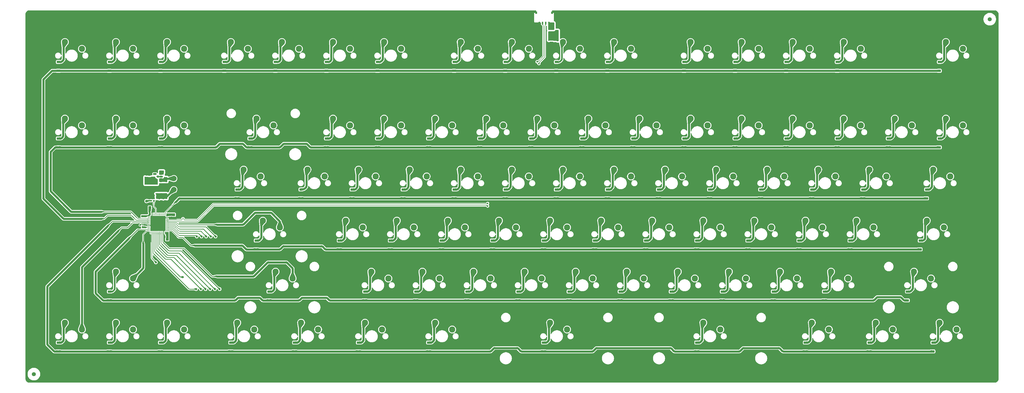
<source format=gtl>
G04 #@! TF.GenerationSoftware,KiCad,Pcbnew,9.0.5*
G04 #@! TF.CreationDate,2026-01-22T23:22:38-08:00*
G04 #@! TF.ProjectId,alana-kb,616c616e-612d-46b6-922e-6b696361645f,rev?*
G04 #@! TF.SameCoordinates,Original*
G04 #@! TF.FileFunction,Copper,L1,Top*
G04 #@! TF.FilePolarity,Positive*
%FSLAX46Y46*%
G04 Gerber Fmt 4.6, Leading zero omitted, Abs format (unit mm)*
G04 Created by KiCad (PCBNEW 9.0.5) date 2026-01-22 23:22:38*
%MOMM*%
%LPD*%
G01*
G04 APERTURE LIST*
G04 Aperture macros list*
%AMRoundRect*
0 Rectangle with rounded corners*
0 $1 Rounding radius*
0 $2 $3 $4 $5 $6 $7 $8 $9 X,Y pos of 4 corners*
0 Add a 4 corners polygon primitive as box body*
4,1,4,$2,$3,$4,$5,$6,$7,$8,$9,$2,$3,0*
0 Add four circle primitives for the rounded corners*
1,1,$1+$1,$2,$3*
1,1,$1+$1,$4,$5*
1,1,$1+$1,$6,$7*
1,1,$1+$1,$8,$9*
0 Add four rect primitives between the rounded corners*
20,1,$1+$1,$2,$3,$4,$5,0*
20,1,$1+$1,$4,$5,$6,$7,0*
20,1,$1+$1,$6,$7,$8,$9,0*
20,1,$1+$1,$8,$9,$2,$3,0*%
G04 Aperture macros list end*
G04 #@! TA.AperFunction,SMDPad,CuDef*
%ADD10RoundRect,0.225000X0.375000X-0.225000X0.375000X0.225000X-0.375000X0.225000X-0.375000X-0.225000X0*%
G04 #@! TD*
G04 #@! TA.AperFunction,SMDPad,CuDef*
%ADD11RoundRect,0.140000X-0.170000X0.140000X-0.170000X-0.140000X0.170000X-0.140000X0.170000X0.140000X0*%
G04 #@! TD*
G04 #@! TA.AperFunction,SMDPad,CuDef*
%ADD12RoundRect,0.062500X-0.375000X-0.062500X0.375000X-0.062500X0.375000X0.062500X-0.375000X0.062500X0*%
G04 #@! TD*
G04 #@! TA.AperFunction,SMDPad,CuDef*
%ADD13RoundRect,0.062500X-0.062500X-0.375000X0.062500X-0.375000X0.062500X0.375000X-0.062500X0.375000X0*%
G04 #@! TD*
G04 #@! TA.AperFunction,HeatsinkPad*
%ADD14R,5.600000X5.600000*%
G04 #@! TD*
G04 #@! TA.AperFunction,ComponentPad*
%ADD15C,3.500000*%
G04 #@! TD*
G04 #@! TA.AperFunction,SMDPad,CuDef*
%ADD16RoundRect,0.140000X-0.140000X-0.170000X0.140000X-0.170000X0.140000X0.170000X-0.140000X0.170000X0*%
G04 #@! TD*
G04 #@! TA.AperFunction,SMDPad,CuDef*
%ADD17RoundRect,0.250000X-0.475000X0.250000X-0.475000X-0.250000X0.475000X-0.250000X0.475000X0.250000X0*%
G04 #@! TD*
G04 #@! TA.AperFunction,SMDPad,CuDef*
%ADD18RoundRect,0.225000X-0.250000X0.225000X-0.250000X-0.225000X0.250000X-0.225000X0.250000X0.225000X0*%
G04 #@! TD*
G04 #@! TA.AperFunction,SMDPad,CuDef*
%ADD19C,2.000000*%
G04 #@! TD*
G04 #@! TA.AperFunction,SMDPad,CuDef*
%ADD20C,1.500000*%
G04 #@! TD*
G04 #@! TA.AperFunction,SMDPad,CuDef*
%ADD21RoundRect,0.150000X0.512500X0.150000X-0.512500X0.150000X-0.512500X-0.150000X0.512500X-0.150000X0*%
G04 #@! TD*
G04 #@! TA.AperFunction,SMDPad,CuDef*
%ADD22RoundRect,0.225000X0.250000X-0.225000X0.250000X0.225000X-0.250000X0.225000X-0.250000X-0.225000X0*%
G04 #@! TD*
G04 #@! TA.AperFunction,SMDPad,CuDef*
%ADD23RoundRect,0.218750X0.381250X-0.218750X0.381250X0.218750X-0.381250X0.218750X-0.381250X-0.218750X0*%
G04 #@! TD*
G04 #@! TA.AperFunction,SMDPad,CuDef*
%ADD24RoundRect,0.135000X0.185000X-0.135000X0.185000X0.135000X-0.185000X0.135000X-0.185000X-0.135000X0*%
G04 #@! TD*
G04 #@! TA.AperFunction,SMDPad,CuDef*
%ADD25R,0.609600X0.889000*%
G04 #@! TD*
G04 #@! TA.AperFunction,SMDPad,CuDef*
%ADD26R,0.762000X0.838200*%
G04 #@! TD*
G04 #@! TA.AperFunction,SMDPad,CuDef*
%ADD27RoundRect,0.140000X0.170000X-0.140000X0.170000X0.140000X-0.170000X0.140000X-0.170000X-0.140000X0*%
G04 #@! TD*
G04 #@! TA.AperFunction,SMDPad,CuDef*
%ADD28C,1.000000*%
G04 #@! TD*
G04 #@! TA.AperFunction,SMDPad,CuDef*
%ADD29RoundRect,0.140000X0.140000X0.170000X-0.140000X0.170000X-0.140000X-0.170000X0.140000X-0.170000X0*%
G04 #@! TD*
G04 #@! TA.AperFunction,ComponentPad*
%ADD30C,2.300000*%
G04 #@! TD*
G04 #@! TA.AperFunction,ViaPad*
%ADD31C,0.600000*%
G04 #@! TD*
G04 #@! TA.AperFunction,ViaPad*
%ADD32C,0.800000*%
G04 #@! TD*
G04 #@! TA.AperFunction,ViaPad*
%ADD33C,0.500000*%
G04 #@! TD*
G04 #@! TA.AperFunction,Conductor*
%ADD34C,0.500000*%
G04 #@! TD*
G04 #@! TA.AperFunction,Conductor*
%ADD35C,0.750000*%
G04 #@! TD*
G04 #@! TA.AperFunction,Conductor*
%ADD36C,0.180000*%
G04 #@! TD*
G04 #@! TA.AperFunction,Conductor*
%ADD37C,0.250000*%
G04 #@! TD*
G04 #@! TA.AperFunction,Conductor*
%ADD38C,0.600000*%
G04 #@! TD*
G04 #@! TA.AperFunction,Conductor*
%ADD39C,0.180600*%
G04 #@! TD*
G04 APERTURE END LIST*
D10*
X209312500Y-72325000D03*
X209312500Y-69025000D03*
X252175000Y-110425000D03*
X252175000Y-107125000D03*
X71200000Y-148525000D03*
X71200000Y-145225000D03*
D11*
X75250000Y-97520000D03*
X75250000Y-98480000D03*
D10*
X242650000Y-129475000D03*
X242650000Y-126175000D03*
X218837500Y-91375000D03*
X218837500Y-88075000D03*
D12*
X66812500Y-98000000D03*
X66812500Y-98500000D03*
X66812500Y-99000000D03*
X66812500Y-99500000D03*
X66812500Y-100000000D03*
X66812500Y-100500000D03*
X66812500Y-101000000D03*
X66812500Y-101500000D03*
X66812500Y-102000000D03*
X66812500Y-102500000D03*
X66812500Y-103000000D03*
X66812500Y-103500000D03*
D13*
X67500000Y-104187500D03*
X68000000Y-104187500D03*
X68500000Y-104187500D03*
X69000000Y-104187500D03*
X69500000Y-104187500D03*
X70000000Y-104187500D03*
X70500000Y-104187500D03*
X71000000Y-104187500D03*
X71500000Y-104187500D03*
X72000000Y-104187500D03*
X72500000Y-104187500D03*
X73000000Y-104187500D03*
D12*
X73687500Y-103500000D03*
X73687500Y-103000000D03*
X73687500Y-102500000D03*
X73687500Y-102000000D03*
X73687500Y-101500000D03*
X73687500Y-101000000D03*
X73687500Y-100500000D03*
X73687500Y-100000000D03*
X73687500Y-99500000D03*
X73687500Y-99000000D03*
X73687500Y-98500000D03*
X73687500Y-98000000D03*
D13*
X73000000Y-97312500D03*
X72500000Y-97312500D03*
X72000000Y-97312500D03*
X71500000Y-97312500D03*
X71000000Y-97312500D03*
X70500000Y-97312500D03*
X70000000Y-97312500D03*
X69500000Y-97312500D03*
X69000000Y-97312500D03*
X68500000Y-97312500D03*
X68000000Y-97312500D03*
X67500000Y-97312500D03*
D14*
X70250000Y-100750000D03*
D10*
X171212500Y-148525000D03*
X171212500Y-145225000D03*
D15*
X361950000Y-52387500D03*
D10*
X204550000Y-129475000D03*
X204550000Y-126175000D03*
X195025000Y-110425000D03*
X195025000Y-107125000D03*
X175975000Y-110425000D03*
X175975000Y-107125000D03*
D16*
X67270000Y-95750000D03*
X68230000Y-95750000D03*
D10*
X314087500Y-91375000D03*
X314087500Y-88075000D03*
X52150000Y-129475000D03*
X52150000Y-126175000D03*
X166450000Y-129475000D03*
X166450000Y-126175000D03*
X123587500Y-91375000D03*
X123587500Y-88075000D03*
X145018750Y-148525000D03*
X145018750Y-145225000D03*
X214075000Y-148525000D03*
X214075000Y-145225000D03*
D17*
X217000000Y-31550000D03*
X217000000Y-33450000D03*
D10*
X218837500Y-43750000D03*
X218837500Y-40450000D03*
X333137500Y-91375000D03*
X333137500Y-88075000D03*
X171212500Y-72325000D03*
X171212500Y-69025000D03*
X323612500Y-43750000D03*
X323612500Y-40450000D03*
D18*
X71500000Y-90975000D03*
X71500000Y-92525000D03*
D10*
X161687500Y-91375000D03*
X161687500Y-88075000D03*
X237887500Y-91375000D03*
X237887500Y-88075000D03*
D15*
X169068750Y-52387500D03*
D10*
X275987500Y-91375000D03*
X275987500Y-88075000D03*
X180737500Y-91375000D03*
X180737500Y-88075000D03*
X271225000Y-110425000D03*
X271225000Y-107125000D03*
X199787500Y-43750000D03*
X199787500Y-40450000D03*
X133112500Y-43750000D03*
X133112500Y-40450000D03*
X223600000Y-129475000D03*
X223600000Y-126175000D03*
X311706250Y-148525000D03*
X311706250Y-145225000D03*
X190262500Y-72325000D03*
X190262500Y-69025000D03*
X180737500Y-43750000D03*
X180737500Y-40450000D03*
X323612500Y-72325000D03*
X323612500Y-69025000D03*
X349806250Y-129475000D03*
X349806250Y-126175000D03*
X285512500Y-72325000D03*
X285512500Y-69025000D03*
D18*
X73000000Y-90975000D03*
X73000000Y-92525000D03*
D10*
X133112500Y-72325000D03*
X133112500Y-69025000D03*
X335518750Y-148525000D03*
X335518750Y-145225000D03*
X304562500Y-43750000D03*
X304562500Y-40450000D03*
D19*
X76200000Y-88100000D03*
D10*
X97393750Y-148525000D03*
X97393750Y-145225000D03*
X33100000Y-148525000D03*
X33100000Y-145225000D03*
D20*
X24000000Y-157000000D03*
D21*
X71387500Y-84200000D03*
X71387500Y-83250000D03*
X71387500Y-82300000D03*
X69112500Y-82300000D03*
X69112500Y-84200000D03*
D10*
X114062500Y-43750000D03*
X114062500Y-40450000D03*
D22*
X73345539Y-84039976D03*
X73345539Y-82489976D03*
D10*
X71200000Y-72325000D03*
X71200000Y-69025000D03*
D15*
X52387500Y-80962500D03*
D10*
X106918750Y-110425000D03*
X106918750Y-107125000D03*
X137875000Y-110425000D03*
X137875000Y-107125000D03*
X33100000Y-43750000D03*
X33100000Y-40450000D03*
X111681250Y-129475000D03*
X111681250Y-126175000D03*
X285512500Y-43750000D03*
X285512500Y-40450000D03*
X266462500Y-43750000D03*
X266462500Y-40450000D03*
X185500000Y-129475000D03*
X185500000Y-126175000D03*
X52150000Y-43750000D03*
X52150000Y-40450000D03*
X290275000Y-110425000D03*
X290275000Y-107125000D03*
X233125000Y-110425000D03*
X233125000Y-107125000D03*
X309325000Y-110425000D03*
X309325000Y-107125000D03*
X121206250Y-148525000D03*
X121206250Y-145225000D03*
X280750000Y-129475000D03*
X280750000Y-126175000D03*
X271225000Y-148525000D03*
X271225000Y-145225000D03*
X214075000Y-110425000D03*
X214075000Y-107125000D03*
X356950000Y-91375000D03*
X356950000Y-88075000D03*
X52150000Y-72325000D03*
X52150000Y-69025000D03*
X361712500Y-43750000D03*
X361712500Y-40450000D03*
X295037500Y-91375000D03*
X295037500Y-88075000D03*
D23*
X217000000Y-29812500D03*
X217000000Y-27687500D03*
D24*
X68750000Y-92260000D03*
X68750000Y-91240000D03*
D10*
X228362500Y-72325000D03*
X228362500Y-69025000D03*
X318850000Y-129475000D03*
X318850000Y-126175000D03*
D25*
X216099999Y-25882900D03*
X214899999Y-25882900D03*
X213700001Y-25882900D03*
X212500001Y-25882900D03*
D26*
X217249999Y-22107899D03*
X211350001Y-22107899D03*
D10*
X299800000Y-129475000D03*
X299800000Y-126175000D03*
X104537500Y-72325000D03*
X104537500Y-69025000D03*
X328375000Y-110425000D03*
X328375000Y-107125000D03*
D18*
X70000000Y-90975000D03*
X70000000Y-92525000D03*
D10*
X156925000Y-110425000D03*
X156925000Y-107125000D03*
X142637500Y-91375000D03*
X142637500Y-88075000D03*
X342662500Y-72325000D03*
X342662500Y-69025000D03*
X71200000Y-43750000D03*
X71200000Y-40450000D03*
D27*
X67750000Y-92230000D03*
X67750000Y-91270000D03*
D10*
X199787500Y-91375000D03*
X199787500Y-88075000D03*
X33100000Y-72325000D03*
X33100000Y-69025000D03*
X361712500Y-72325000D03*
X361712500Y-69025000D03*
X152162500Y-72325000D03*
X152162500Y-69025000D03*
D28*
X65999000Y-92400000D03*
D22*
X67095539Y-84039976D03*
X67095539Y-82489976D03*
D10*
X52150000Y-148525000D03*
X52150000Y-145225000D03*
X237887500Y-43750000D03*
X237887500Y-40450000D03*
X359331250Y-148525000D03*
X359331250Y-145225000D03*
X99775000Y-91375000D03*
X99775000Y-88075000D03*
X354568750Y-110425000D03*
X354568750Y-107125000D03*
X256937500Y-91375000D03*
X256937500Y-88075000D03*
X95012500Y-43750000D03*
X95012500Y-40450000D03*
D15*
X190500000Y-140493750D03*
D10*
X266462500Y-72325000D03*
X266462500Y-69025000D03*
X261700000Y-129475000D03*
X261700000Y-126175000D03*
D27*
X65250000Y-97980000D03*
X65250000Y-97020000D03*
X65250000Y-102230000D03*
X65250000Y-101270000D03*
D10*
X152162500Y-43750000D03*
X152162500Y-40450000D03*
X304562500Y-72325000D03*
X304562500Y-69025000D03*
D19*
X76200000Y-84000000D03*
D29*
X73730000Y-105750000D03*
X72770000Y-105750000D03*
D20*
X380500000Y-24500000D03*
D10*
X247412500Y-72325000D03*
X247412500Y-69025000D03*
X147400000Y-129475000D03*
X147400000Y-126175000D03*
D30*
X222885000Y-102235000D03*
X216535000Y-99695000D03*
X180022500Y-140335000D03*
X173672500Y-137795000D03*
X194310000Y-121285000D03*
X187960000Y-118745000D03*
X275272500Y-35560000D03*
X268922500Y-33020000D03*
X108585000Y-83185000D03*
X102235000Y-80645000D03*
X170497500Y-83185000D03*
X164147500Y-80645000D03*
X322897500Y-83185000D03*
X316547500Y-80645000D03*
X151447500Y-83185000D03*
X145097500Y-80645000D03*
X363378750Y-102235000D03*
X357028750Y-99695000D03*
X113347500Y-64135000D03*
X106997500Y-61595000D03*
X160972500Y-64135000D03*
X154622500Y-61595000D03*
X208597500Y-35560000D03*
X202247500Y-33020000D03*
X246697500Y-83185000D03*
X240347500Y-80645000D03*
X341947500Y-83185000D03*
X335597500Y-80645000D03*
X115728750Y-102235000D03*
X109378750Y-99695000D03*
X246697500Y-35560000D03*
X240347500Y-33020000D03*
X313372500Y-64135000D03*
X307022500Y-61595000D03*
X120491250Y-121285000D03*
X114141250Y-118745000D03*
X184785000Y-102235000D03*
X178435000Y-99695000D03*
X294322500Y-35560000D03*
X287972500Y-33020000D03*
X222885000Y-140335000D03*
X216535000Y-137795000D03*
X232410000Y-121285000D03*
X226060000Y-118745000D03*
X308610000Y-121285000D03*
X302260000Y-118745000D03*
X80010000Y-64135000D03*
X73660000Y-61595000D03*
X370522500Y-64135000D03*
X364172500Y-61595000D03*
X160972500Y-35560000D03*
X154622500Y-33020000D03*
X358616250Y-121285000D03*
X352266250Y-118745000D03*
X332422500Y-35560000D03*
X326072500Y-33020000D03*
X332422500Y-64135000D03*
X326072500Y-61595000D03*
X327660000Y-121285000D03*
X321310000Y-118745000D03*
X280035000Y-102235000D03*
X273685000Y-99695000D03*
X256222500Y-64135000D03*
X249872500Y-61595000D03*
X260985000Y-102235000D03*
X254635000Y-99695000D03*
X60960000Y-35560000D03*
X54610000Y-33020000D03*
X241935000Y-102235000D03*
X235585000Y-99695000D03*
X275272500Y-64135000D03*
X268922500Y-61595000D03*
X175260000Y-121285000D03*
X168910000Y-118745000D03*
X270510000Y-121285000D03*
X264160000Y-118745000D03*
X199072500Y-64135000D03*
X192722500Y-61595000D03*
X208597500Y-83185000D03*
X202247500Y-80645000D03*
X265747500Y-83185000D03*
X259397500Y-80645000D03*
X165735000Y-102235000D03*
X159385000Y-99695000D03*
X299085000Y-102235000D03*
X292735000Y-99695000D03*
X237172500Y-64135000D03*
X230822500Y-61595000D03*
X106203750Y-140335000D03*
X99853750Y-137795000D03*
X180022500Y-64135000D03*
X173672500Y-61595000D03*
X213360000Y-121285000D03*
X207010000Y-118745000D03*
X337185000Y-102235000D03*
X330835000Y-99695000D03*
X227647500Y-35560000D03*
X221297500Y-33020000D03*
X132397500Y-83185000D03*
X126047500Y-80645000D03*
X103822500Y-35560000D03*
X97472500Y-33020000D03*
X60960000Y-121285000D03*
X54610000Y-118745000D03*
X41910000Y-64135000D03*
X35560000Y-61595000D03*
X303847500Y-83185000D03*
X297497500Y-80645000D03*
X122872500Y-35560000D03*
X116522500Y-33020000D03*
X251460000Y-121285000D03*
X245110000Y-118745000D03*
X351472500Y-64135000D03*
X345122500Y-61595000D03*
X365760000Y-83185000D03*
X359410000Y-80645000D03*
X218122500Y-64135000D03*
X211772500Y-61595000D03*
X156210000Y-121285000D03*
X149860000Y-118745000D03*
X320516250Y-140335000D03*
X314166250Y-137795000D03*
X80010000Y-35560000D03*
X73660000Y-33020000D03*
X318135000Y-102235000D03*
X311785000Y-99695000D03*
X313372500Y-35560000D03*
X307022500Y-33020000D03*
X189547500Y-83185000D03*
X183197500Y-80645000D03*
X41910000Y-140335000D03*
X35560000Y-137795000D03*
X141922500Y-35560000D03*
X135572500Y-33020000D03*
X130016250Y-140335000D03*
X123666250Y-137795000D03*
X344328750Y-140335000D03*
X337978750Y-137795000D03*
X141922500Y-64135000D03*
X135572500Y-61595000D03*
X60960000Y-64135000D03*
X54610000Y-61595000D03*
X203835000Y-102235000D03*
X197485000Y-99695000D03*
X289560000Y-121285000D03*
X283210000Y-118745000D03*
X227647500Y-83185000D03*
X221297500Y-80645000D03*
X146685000Y-102235000D03*
X140335000Y-99695000D03*
X153828750Y-140335000D03*
X147478750Y-137795000D03*
X41910000Y-35560000D03*
X35560000Y-33020000D03*
X284797500Y-83185000D03*
X278447500Y-80645000D03*
X80010000Y-140335000D03*
X73660000Y-137795000D03*
X368141250Y-140335000D03*
X361791250Y-137795000D03*
X189547500Y-35560000D03*
X183197500Y-33020000D03*
X370522500Y-35560000D03*
X364172500Y-33020000D03*
X280035000Y-140335000D03*
X273685000Y-137795000D03*
X294322500Y-64135000D03*
X287972500Y-61595000D03*
X60960000Y-140335000D03*
X54610000Y-137795000D03*
D31*
X66000000Y-101400000D03*
D32*
X71500000Y-93600000D03*
X70250000Y-83250000D03*
X208600000Y-21704600D03*
X212500001Y-27000000D03*
X209400000Y-21704600D03*
X70000000Y-93600000D03*
X210200000Y-21704600D03*
X220000000Y-21700000D03*
X219200000Y-21700000D03*
X218600000Y-33450000D03*
X67700000Y-90300000D03*
D31*
X68077178Y-96472435D03*
X74517789Y-98563169D03*
D32*
X73348520Y-81363721D03*
X73000000Y-93600000D03*
X68700000Y-90300000D03*
X66000000Y-82500000D03*
X66200000Y-96900000D03*
D33*
X72500000Y-105000000D03*
D32*
X218400000Y-21700000D03*
X69500000Y-115250000D03*
X84500000Y-125250000D03*
X86250000Y-125250000D03*
X84750000Y-105600000D03*
X86500000Y-105600000D03*
X89750000Y-125250000D03*
X91500000Y-125250000D03*
X93250000Y-125250000D03*
X88250000Y-105600000D03*
X90000000Y-105600000D03*
X91750000Y-105600000D03*
X79500000Y-120750000D03*
X88000000Y-125250000D03*
D31*
X193250000Y-94250000D03*
X212353554Y-41103554D03*
X211646446Y-40396446D03*
X193250000Y-93250000D03*
D32*
X66000000Y-92400000D03*
D31*
X63600000Y-101400000D03*
D32*
X76200000Y-97500000D03*
D31*
X64400000Y-98000000D03*
D32*
X66348075Y-85410402D03*
D31*
X64500000Y-102230000D03*
D32*
X67848075Y-85410402D03*
X69348075Y-85410402D03*
X67250000Y-94700000D03*
X65916326Y-84057179D03*
X70000000Y-89800000D03*
X73750000Y-106700000D03*
X71500000Y-89800000D03*
X73000000Y-89800000D03*
X218550000Y-30650000D03*
X218550000Y-29150000D03*
X218550000Y-32150000D03*
X219300000Y-29900000D03*
X71387500Y-85000000D03*
X71390481Y-81363721D03*
X219300000Y-31400000D03*
X73345539Y-85000000D03*
D34*
X212500001Y-27000000D02*
X212500001Y-25882900D01*
D35*
X217000000Y-33450000D02*
X218600000Y-33450000D01*
X363336053Y-39751447D02*
X362783946Y-40303554D01*
X362430393Y-40450000D02*
X361712500Y-40450000D01*
X363482500Y-33917107D02*
X363482500Y-39397893D01*
X364172500Y-33020000D02*
X363628946Y-33563554D01*
X362783946Y-40303554D02*
G75*
G02*
X362430393Y-40449995I-353546J353554D01*
G01*
X363482500Y-39397893D02*
G75*
G02*
X363336056Y-39751450I-500000J-7D01*
G01*
X363482500Y-33917107D02*
G75*
G02*
X363628943Y-33563551I500000J7D01*
G01*
X33100000Y-43750000D02*
X52150000Y-43750000D01*
D36*
X61400000Y-98800000D02*
X61982843Y-99382843D01*
D35*
X34882842Y-98882842D02*
X27617157Y-91617157D01*
D37*
X61400000Y-98800000D02*
X60517157Y-97917157D01*
X50034315Y-99000000D02*
X49200000Y-99000000D01*
D35*
X266462500Y-43750000D02*
X237887500Y-43750000D01*
X152162500Y-43750000D02*
X180737500Y-43750000D01*
X71200000Y-43750000D02*
X52150000Y-43750000D01*
X114062500Y-43750000D02*
X95012500Y-43750000D01*
X49200000Y-99000000D02*
X35165685Y-99000000D01*
X361712500Y-43750000D02*
X323612500Y-43750000D01*
X218837500Y-43750000D02*
X199787500Y-43750000D01*
X237887500Y-43750000D02*
X218837500Y-43750000D01*
D37*
X60234315Y-97800000D02*
X51565685Y-97800000D01*
D35*
X323612500Y-43750000D02*
X304562500Y-43750000D01*
X180737500Y-43750000D02*
X199787500Y-43750000D01*
X27617158Y-46882842D02*
X30632843Y-43867157D01*
D36*
X62265685Y-99500000D02*
X66812500Y-99500000D01*
D35*
X152162500Y-43750000D02*
X133112500Y-43750000D01*
X95012500Y-43750000D02*
X71200000Y-43750000D01*
X30915685Y-43750000D02*
X33100000Y-43750000D01*
X304562500Y-43750000D02*
X285512500Y-43750000D01*
D37*
X51282842Y-97917158D02*
X50317157Y-98882843D01*
D35*
X27500000Y-91334315D02*
X27500000Y-47165685D01*
X285512500Y-43750000D02*
X266462500Y-43750000D01*
X133112500Y-43750000D02*
X114062500Y-43750000D01*
X27500000Y-91334315D02*
G75*
G03*
X27617164Y-91617150I400000J15D01*
G01*
X35165685Y-99000000D02*
G75*
G02*
X34882849Y-98882835I15J400000D01*
G01*
D36*
X61982843Y-99382843D02*
G75*
G03*
X62265685Y-99500010I282857J282843D01*
G01*
D37*
X60234315Y-97800000D02*
G75*
G02*
X60517150Y-97917164I-15J-400000D01*
G01*
D35*
X30915685Y-43750000D02*
G75*
G03*
X30632850Y-43867164I15J-400000D01*
G01*
D37*
X50034315Y-99000000D02*
G75*
G03*
X50317150Y-98882836I-15J400000D01*
G01*
D35*
X27500000Y-47165685D02*
G75*
G02*
X27617165Y-46882849I400000J-15D01*
G01*
D37*
X51565685Y-97800000D02*
G75*
G03*
X51282849Y-97917165I15J-400000D01*
G01*
D35*
X325482500Y-33817107D02*
X325482500Y-39285393D01*
X325336053Y-39638947D02*
X324671446Y-40303554D01*
X324317893Y-40450000D02*
X323612500Y-40450000D01*
X326072500Y-33020000D02*
X325628946Y-33463554D01*
X324671446Y-40303554D02*
G75*
G02*
X324317893Y-40449995I-353546J353554D01*
G01*
X325336053Y-39638947D02*
G75*
G03*
X325482495Y-39285393I-353553J353547D01*
G01*
X325628946Y-33463554D02*
G75*
G03*
X325482505Y-33817107I353554J-353546D01*
G01*
X305430393Y-40450000D02*
X304562500Y-40450000D01*
X307022500Y-33020000D02*
X306628946Y-33413554D01*
X306482500Y-33767107D02*
X306482500Y-39397893D01*
X306336053Y-39751447D02*
X305783946Y-40303554D01*
X306482500Y-39397893D02*
G75*
G02*
X306336056Y-39751450I-500000J-7D01*
G01*
X306628946Y-33413554D02*
G75*
G03*
X306482505Y-33767107I353554J-353546D01*
G01*
X305783946Y-40303554D02*
G75*
G02*
X305430393Y-40449995I-353546J353554D01*
G01*
X287972500Y-33020000D02*
X287628946Y-33363554D01*
X286430393Y-40450000D02*
X285512500Y-40450000D01*
X287482500Y-33717107D02*
X287482500Y-39397893D01*
X287336053Y-39751447D02*
X286783946Y-40303554D01*
X287482500Y-39397893D02*
G75*
G02*
X287336056Y-39751450I-500000J-7D01*
G01*
X287482500Y-33717107D02*
G75*
G02*
X287628943Y-33363551I500000J7D01*
G01*
X286430393Y-40450000D02*
G75*
G03*
X286783949Y-40303557I7J500000D01*
G01*
X268922500Y-33020000D02*
X268628946Y-33313554D01*
X268336053Y-39751447D02*
X267783946Y-40303554D01*
X267430393Y-40450000D02*
X266462500Y-40450000D01*
X268482500Y-33667107D02*
X268482500Y-39397893D01*
X268628946Y-33313554D02*
G75*
G03*
X268482505Y-33667107I353554J-353546D01*
G01*
X268336053Y-39751447D02*
G75*
G03*
X268482495Y-39397893I-353553J353547D01*
G01*
X267783946Y-40303554D02*
G75*
G02*
X267430393Y-40449995I-353546J353554D01*
G01*
X240347500Y-33020000D02*
X240028946Y-33338554D01*
X239736053Y-39751447D02*
X239183946Y-40303554D01*
X238830393Y-40450000D02*
X237887500Y-40450000D01*
X239882500Y-33692107D02*
X239882500Y-39397893D01*
X240028946Y-33338554D02*
G75*
G03*
X239882505Y-33692107I353554J-353546D01*
G01*
X239183946Y-40303554D02*
G75*
G02*
X238830393Y-40449995I-353546J353554D01*
G01*
X239736053Y-39751447D02*
G75*
G03*
X239882495Y-39397893I-353553J353547D01*
G01*
D38*
X220882500Y-33642107D02*
X220882500Y-39397893D01*
X221297500Y-33020000D02*
X221028946Y-33288554D01*
X219830393Y-40450000D02*
X218837500Y-40450000D01*
X220736053Y-39751447D02*
X220183946Y-40303554D01*
X220882500Y-39397893D02*
G75*
G02*
X220736056Y-39751450I-500000J-7D01*
G01*
X221028946Y-33288554D02*
G75*
G03*
X220882505Y-33642107I353554J-353546D01*
G01*
X219830393Y-40450000D02*
G75*
G03*
X220183949Y-40303557I7J500000D01*
G01*
D35*
X202247500Y-33020000D02*
X201828946Y-33438554D01*
X200630393Y-40450000D02*
X199787500Y-40450000D01*
X201682500Y-33792107D02*
X201682500Y-39397893D01*
X201536053Y-39751447D02*
X200983946Y-40303554D01*
X200630393Y-40450000D02*
G75*
G03*
X200983949Y-40303557I7J500000D01*
G01*
X201682500Y-33792107D02*
G75*
G02*
X201828943Y-33438551I500000J7D01*
G01*
X201682500Y-39397893D02*
G75*
G02*
X201536056Y-39751450I-500000J-7D01*
G01*
X183197500Y-33020000D02*
X182828946Y-33388554D01*
X182682500Y-33742107D02*
X182682500Y-39397893D01*
X182536053Y-39751447D02*
X181983946Y-40303554D01*
X181630393Y-40450000D02*
X180737500Y-40450000D01*
X182828946Y-33388554D02*
G75*
G03*
X182682505Y-33742107I353554J-353546D01*
G01*
X182536053Y-39751447D02*
G75*
G03*
X182682495Y-39397893I-353553J353547D01*
G01*
X181630393Y-40450000D02*
G75*
G03*
X181983949Y-40303557I7J500000D01*
G01*
X154082500Y-33767107D02*
X154082500Y-39397893D01*
X153936053Y-39751447D02*
X153383946Y-40303554D01*
X153030393Y-40450000D02*
X152162500Y-40450000D01*
X154622500Y-33020000D02*
X154228946Y-33413554D01*
X154082500Y-33767107D02*
G75*
G02*
X154228943Y-33413551I500000J7D01*
G01*
X153936053Y-39751447D02*
G75*
G03*
X154082495Y-39397893I-353553J353547D01*
G01*
X153383946Y-40303554D02*
G75*
G02*
X153030393Y-40449995I-353546J353554D01*
G01*
X135572500Y-33020000D02*
X135028946Y-33563554D01*
X134882500Y-33917107D02*
X134882500Y-39597893D01*
X134030393Y-40450000D02*
X133112500Y-40450000D01*
X134736053Y-39951447D02*
X134383946Y-40303554D01*
X134736053Y-39951447D02*
G75*
G03*
X134882495Y-39597893I-353553J353547D01*
G01*
X135028946Y-33563554D02*
G75*
G03*
X134882505Y-33917107I353554J-353546D01*
G01*
X134030393Y-40450000D02*
G75*
G03*
X134383949Y-40303557I7J500000D01*
G01*
X115030393Y-40450000D02*
X114062500Y-40450000D01*
X115736053Y-39951447D02*
X115383946Y-40303554D01*
X115882500Y-33867107D02*
X115882500Y-39597893D01*
X116522500Y-33020000D02*
X116028946Y-33513554D01*
X115736053Y-39951447D02*
G75*
G03*
X115882495Y-39597893I-353553J353547D01*
G01*
X116028946Y-33513554D02*
G75*
G03*
X115882505Y-33867107I353554J-353546D01*
G01*
X115383946Y-40303554D02*
G75*
G02*
X115030393Y-40449995I-353546J353554D01*
G01*
X96030393Y-40450000D02*
X95012500Y-40450000D01*
X97472500Y-33020000D02*
X97028946Y-33463554D01*
X96736053Y-39951447D02*
X96383946Y-40303554D01*
X96882500Y-33817107D02*
X96882500Y-39597893D01*
X96030393Y-40450000D02*
G75*
G03*
X96383949Y-40303557I7J500000D01*
G01*
X97028946Y-33463554D02*
G75*
G03*
X96882505Y-33817107I353554J-353546D01*
G01*
X96882500Y-39597893D02*
G75*
G02*
X96736056Y-39951450I-500000J-7D01*
G01*
X73082500Y-33804607D02*
X73082500Y-39397893D01*
X72030393Y-40450000D02*
X71200000Y-40450000D01*
X73660000Y-33020000D02*
X73228946Y-33451054D01*
X72936053Y-39751447D02*
X72383946Y-40303554D01*
X72936053Y-39751447D02*
G75*
G03*
X73082495Y-39397893I-353553J353547D01*
G01*
X72030393Y-40450000D02*
G75*
G03*
X72383949Y-40303557I7J500000D01*
G01*
X73228946Y-33451054D02*
G75*
G03*
X73082505Y-33804607I353554J-353546D01*
G01*
X54082500Y-33754607D02*
X54082500Y-39397893D01*
X53936053Y-39751447D02*
X53383946Y-40303554D01*
X53030393Y-40450000D02*
X52150000Y-40450000D01*
X54610000Y-33020000D02*
X54228946Y-33401054D01*
X53030393Y-40450000D02*
G75*
G03*
X53383949Y-40303557I7J500000D01*
G01*
X53936053Y-39751447D02*
G75*
G03*
X54082495Y-39397893I-353553J353547D01*
G01*
X54082500Y-33754607D02*
G75*
G02*
X54228943Y-33401051I500000J7D01*
G01*
X35082500Y-33704607D02*
X35082500Y-39397893D01*
X35560000Y-33020000D02*
X35228946Y-33351054D01*
X34936053Y-39751447D02*
X34383946Y-40303554D01*
X34030393Y-40450000D02*
X33100000Y-40450000D01*
X34383946Y-40303554D02*
G75*
G02*
X34030393Y-40449995I-353546J353554D01*
G01*
X35228946Y-33351054D02*
G75*
G03*
X35082505Y-33704607I353554J-353546D01*
G01*
X34936053Y-39751447D02*
G75*
G03*
X35082495Y-39397893I-353553J353547D01*
G01*
X32090685Y-72325000D02*
X33100000Y-72325000D01*
X30250000Y-88584315D02*
X30250000Y-74165685D01*
X91774143Y-72325000D02*
X71200000Y-72325000D01*
D37*
X60034315Y-96400000D02*
X49100000Y-96400000D01*
D35*
X115586643Y-72325000D02*
X104537500Y-72325000D01*
X247412500Y-72325000D02*
X266462500Y-72325000D01*
X37782842Y-96282842D02*
X30367157Y-88867157D01*
X49100000Y-96400000D02*
X38065685Y-96400000D01*
X116972303Y-71146447D02*
X115940196Y-72178554D01*
X71200000Y-72325000D02*
X52150000Y-72325000D01*
X125561643Y-71000000D02*
X117325857Y-71000000D01*
D36*
X62250000Y-98450000D02*
X62682843Y-98882843D01*
D35*
X133112500Y-72325000D02*
X152162500Y-72325000D01*
X304562500Y-72325000D02*
X323612500Y-72325000D01*
X342662500Y-72325000D02*
X361712500Y-72325000D01*
X103134803Y-72178553D02*
X102102696Y-71146446D01*
X30367158Y-73882842D02*
X31807843Y-72442157D01*
X171212500Y-72325000D02*
X190262500Y-72325000D01*
X323612500Y-72325000D02*
X342662500Y-72325000D01*
X190262500Y-72325000D02*
X209312500Y-72325000D01*
X104537500Y-72325000D02*
X103488357Y-72325000D01*
X285512500Y-72325000D02*
X304562500Y-72325000D01*
D36*
X62965685Y-99000000D02*
X66812500Y-99000000D01*
D35*
X266462500Y-72325000D02*
X285512500Y-72325000D01*
X133112500Y-72325000D02*
X127300857Y-72325000D01*
X93159803Y-71146447D02*
X92127696Y-72178554D01*
X209312500Y-72325000D02*
X228362500Y-72325000D01*
X101749143Y-71000000D02*
X93513357Y-71000000D01*
X52150000Y-72325000D02*
X33100000Y-72325000D01*
X152162500Y-72325000D02*
X171212500Y-72325000D01*
X228362500Y-72325000D02*
X247412500Y-72325000D01*
X126947303Y-72178553D02*
X125915196Y-71146446D01*
D37*
X62250000Y-98450000D02*
X60317157Y-96517157D01*
D35*
X93513357Y-71000000D02*
G75*
G03*
X93159825Y-71146469I43J-500000D01*
G01*
D37*
X60317157Y-96517157D02*
G75*
G03*
X60034315Y-96399990I-282857J-282843D01*
G01*
D35*
X30250000Y-74165685D02*
G75*
G02*
X30367165Y-73882849I400000J-15D01*
G01*
X117325857Y-71000000D02*
G75*
G03*
X116972325Y-71146469I43J-500000D01*
G01*
X115940196Y-72178554D02*
G75*
G02*
X115586643Y-72325031I-353596J353554D01*
G01*
D36*
X62965685Y-99000000D02*
G75*
G02*
X62682850Y-98882836I15J400000D01*
G01*
D35*
X125561643Y-71000000D02*
G75*
G02*
X125915174Y-71146468I-43J-500000D01*
G01*
X37782842Y-96282842D02*
G75*
G03*
X38065685Y-96400010I282858J282842D01*
G01*
X91774143Y-72325000D02*
G75*
G03*
X92127674Y-72178532I-43J500000D01*
G01*
X30250000Y-88584315D02*
G75*
G03*
X30367164Y-88867150I400000J15D01*
G01*
X32090685Y-72325000D02*
G75*
G03*
X31807850Y-72442164I15J-400000D01*
G01*
X101749143Y-71000000D02*
G75*
G02*
X102102674Y-71146468I-43J-500000D01*
G01*
X126947303Y-72178553D02*
G75*
G03*
X127300857Y-72325031I353597J353553D01*
G01*
X103488357Y-72325000D02*
G75*
G02*
X103134825Y-72178531I43J500000D01*
G01*
X363536053Y-68176447D02*
X362833946Y-68878554D01*
X362480393Y-69025000D02*
X361712500Y-69025000D01*
X363682500Y-62292107D02*
X363682500Y-67822893D01*
X364172500Y-61595000D02*
X363828946Y-61938554D01*
X363682500Y-62292107D02*
G75*
G02*
X363828943Y-61938551I500000J7D01*
G01*
X363682500Y-67822893D02*
G75*
G02*
X363536056Y-68176450I-500000J-7D01*
G01*
X362833946Y-68878554D02*
G75*
G02*
X362480393Y-69024995I-353546J353554D01*
G01*
X344336053Y-68351447D02*
X343808946Y-68878554D01*
X345122500Y-61595000D02*
X344628946Y-62088554D01*
X343455393Y-69025000D02*
X342662500Y-69025000D01*
X344482500Y-62442107D02*
X344482500Y-67997893D01*
X343808946Y-68878554D02*
G75*
G02*
X343455393Y-69024995I-353546J353554D01*
G01*
X344482500Y-62442107D02*
G75*
G02*
X344628943Y-62088551I500000J7D01*
G01*
X344482500Y-67997893D02*
G75*
G02*
X344336056Y-68351450I-500000J-7D01*
G01*
X324330393Y-69025000D02*
X323612500Y-69025000D01*
X326072500Y-61595000D02*
X325628946Y-62038554D01*
X325336053Y-68226447D02*
X324683946Y-68878554D01*
X325482500Y-62392107D02*
X325482500Y-67872893D01*
X324330393Y-69025000D02*
G75*
G03*
X324683949Y-68878557I7J500000D01*
G01*
X325482500Y-67872893D02*
G75*
G02*
X325336056Y-68226450I-500000J-7D01*
G01*
X325482500Y-62392107D02*
G75*
G02*
X325628943Y-62038551I500000J7D01*
G01*
X305455393Y-69025000D02*
X304562500Y-69025000D01*
X307022500Y-61595000D02*
X306628946Y-61988554D01*
X306482500Y-62342107D02*
X306482500Y-67997893D01*
X306336053Y-68351447D02*
X305808946Y-68878554D01*
X306628946Y-61988554D02*
G75*
G03*
X306482505Y-62342107I353554J-353546D01*
G01*
X306482500Y-67997893D02*
G75*
G02*
X306336056Y-68351450I-500000J-7D01*
G01*
X305808946Y-68878554D02*
G75*
G02*
X305455393Y-69024995I-353546J353554D01*
G01*
X286455393Y-69025000D02*
X285512500Y-69025000D01*
X287336053Y-68351447D02*
X286808946Y-68878554D01*
X287482500Y-62292107D02*
X287482500Y-67997893D01*
X287972500Y-61595000D02*
X287628946Y-61938554D01*
X287336053Y-68351447D02*
G75*
G03*
X287482495Y-67997893I-353553J353547D01*
G01*
X286808946Y-68878554D02*
G75*
G02*
X286455393Y-69024995I-353546J353554D01*
G01*
X287482500Y-62292107D02*
G75*
G02*
X287628943Y-61938551I500000J7D01*
G01*
X267455393Y-69025000D02*
X266462500Y-69025000D01*
X268922500Y-61595000D02*
X268428946Y-62088554D01*
X268136053Y-68551447D02*
X267808946Y-68878554D01*
X268282500Y-62442107D02*
X268282500Y-68197893D01*
X268136053Y-68551447D02*
G75*
G03*
X268282495Y-68197893I-353553J353547D01*
G01*
X268428946Y-62088554D02*
G75*
G03*
X268282505Y-62442107I353554J-353546D01*
G01*
X267455393Y-69025000D02*
G75*
G03*
X267808949Y-68878557I7J500000D01*
G01*
X249872500Y-61595000D02*
X249428946Y-62038554D01*
X249136053Y-68551447D02*
X248808946Y-68878554D01*
X249282500Y-62392107D02*
X249282500Y-68197893D01*
X248455393Y-69025000D02*
X247412500Y-69025000D01*
X249136053Y-68551447D02*
G75*
G03*
X249282495Y-68197893I-353553J353547D01*
G01*
X249282500Y-62392107D02*
G75*
G02*
X249428943Y-62038551I500000J7D01*
G01*
X248808946Y-68878554D02*
G75*
G02*
X248455393Y-69024995I-353546J353554D01*
G01*
X230822500Y-61595000D02*
X230428946Y-61988554D01*
X229455393Y-69025000D02*
X228362500Y-69025000D01*
X230282500Y-62342107D02*
X230282500Y-68197893D01*
X230136053Y-68551447D02*
X229808946Y-68878554D01*
X230282500Y-68197893D02*
G75*
G02*
X230136056Y-68551450I-500000J-7D01*
G01*
X230428946Y-61988554D02*
G75*
G03*
X230282505Y-62342107I353554J-353546D01*
G01*
X229455393Y-69025000D02*
G75*
G03*
X229808949Y-68878557I7J500000D01*
G01*
X211772500Y-61595000D02*
X211428946Y-61938554D01*
X210255393Y-69025000D02*
X209312500Y-69025000D01*
X211282500Y-62292107D02*
X211282500Y-67997893D01*
X211136053Y-68351447D02*
X210608946Y-68878554D01*
X211282500Y-67997893D02*
G75*
G02*
X211136056Y-68351450I-500000J-7D01*
G01*
X210255393Y-69025000D02*
G75*
G03*
X210608949Y-68878557I7J500000D01*
G01*
X211428946Y-61938554D02*
G75*
G03*
X211282505Y-62292107I353554J-353546D01*
G01*
X192722500Y-61595000D02*
X192228946Y-62088554D01*
X191936053Y-68551447D02*
X191608946Y-68878554D01*
X191255393Y-69025000D02*
X190262500Y-69025000D01*
X192082500Y-62442107D02*
X192082500Y-68197893D01*
X191608946Y-68878554D02*
G75*
G02*
X191255393Y-69024995I-353546J353554D01*
G01*
X192228946Y-62088554D02*
G75*
G03*
X192082505Y-62442107I353554J-353546D01*
G01*
X192082500Y-68197893D02*
G75*
G02*
X191936056Y-68551450I-500000J-7D01*
G01*
X172055393Y-69025000D02*
X171212500Y-69025000D01*
X173082500Y-62392107D02*
X173082500Y-67997893D01*
X172936053Y-68351447D02*
X172408946Y-68878554D01*
X173672500Y-61595000D02*
X173228946Y-62038554D01*
X172936053Y-68351447D02*
G75*
G03*
X173082495Y-67997893I-353553J353547D01*
G01*
X172055393Y-69025000D02*
G75*
G03*
X172408949Y-68878557I7J500000D01*
G01*
X173228946Y-62038554D02*
G75*
G03*
X173082505Y-62392107I353554J-353546D01*
G01*
X153936053Y-68351447D02*
X153408946Y-68878554D01*
X154082500Y-62342107D02*
X154082500Y-67997893D01*
X153055393Y-69025000D02*
X152162500Y-69025000D01*
X154622500Y-61595000D02*
X154228946Y-61988554D01*
X153055393Y-69025000D02*
G75*
G03*
X153408949Y-68878557I7J500000D01*
G01*
X154082500Y-67997893D02*
G75*
G02*
X153936056Y-68351450I-500000J-7D01*
G01*
X154082500Y-62342107D02*
G75*
G02*
X154228943Y-61988551I500000J7D01*
G01*
X135082500Y-62292107D02*
X135082500Y-67997893D01*
X134936053Y-68351447D02*
X134408946Y-68878554D01*
X135572500Y-61595000D02*
X135228946Y-61938554D01*
X134055393Y-69025000D02*
X133112500Y-69025000D01*
X134055393Y-69025000D02*
G75*
G03*
X134408949Y-68878557I7J500000D01*
G01*
X135228946Y-61938554D02*
G75*
G03*
X135082505Y-62292107I353554J-353546D01*
G01*
X135082500Y-67997893D02*
G75*
G02*
X134936056Y-68351450I-500000J-7D01*
G01*
X106336053Y-68351447D02*
X105808946Y-68878554D01*
X106997500Y-61595000D02*
X106628946Y-61963554D01*
X106482500Y-62317107D02*
X106482500Y-67997893D01*
X105455393Y-69025000D02*
X104537500Y-69025000D01*
X105455393Y-69025000D02*
G75*
G03*
X105808949Y-68878557I7J500000D01*
G01*
X106336053Y-68351447D02*
G75*
G03*
X106482495Y-67997893I-353553J353547D01*
G01*
X106482500Y-62317107D02*
G75*
G02*
X106628943Y-61963551I500000J7D01*
G01*
X73082500Y-62379607D02*
X73082500Y-67997893D01*
X72055393Y-69025000D02*
X71200000Y-69025000D01*
X73660000Y-61595000D02*
X73228946Y-62026054D01*
X72936053Y-68351447D02*
X72408946Y-68878554D01*
X72408946Y-68878554D02*
G75*
G02*
X72055393Y-69024995I-353546J353554D01*
G01*
X73082500Y-62379607D02*
G75*
G02*
X73228943Y-62026051I500000J7D01*
G01*
X73082500Y-67997893D02*
G75*
G02*
X72936056Y-68351450I-500000J-7D01*
G01*
X54082500Y-62329607D02*
X54082500Y-67941643D01*
X54610000Y-61595000D02*
X54228946Y-61976054D01*
X53936053Y-68295197D02*
X53352696Y-68878554D01*
X52999143Y-69025000D02*
X52150000Y-69025000D01*
X54228946Y-61976054D02*
G75*
G03*
X54082505Y-62329607I353554J-353546D01*
G01*
X53352696Y-68878554D02*
G75*
G02*
X52999143Y-69025031I-353596J353554D01*
G01*
X53936053Y-68295197D02*
G75*
G03*
X54082531Y-67941643I-353553J353597D01*
G01*
X34882500Y-62479607D02*
X34882500Y-68116643D01*
X35560000Y-61595000D02*
X35028946Y-62126054D01*
X33974143Y-69025000D02*
X33100000Y-69025000D01*
X34736053Y-68470197D02*
X34327696Y-68878554D01*
X34327696Y-68878554D02*
G75*
G02*
X33974143Y-69025031I-353596J353554D01*
G01*
X34882500Y-62479607D02*
G75*
G02*
X35028943Y-62126051I500000J7D01*
G01*
X34736053Y-68470197D02*
G75*
G03*
X34882531Y-68116643I-353553J353597D01*
G01*
X357805393Y-88075000D02*
X356950000Y-88075000D01*
X358736053Y-87351447D02*
X358158946Y-87928554D01*
X358882500Y-81379607D02*
X358882500Y-86997893D01*
X359410000Y-80645000D02*
X359028946Y-81026054D01*
X358736053Y-87351447D02*
G75*
G03*
X358882495Y-86997893I-353553J353547D01*
G01*
X358158946Y-87928554D02*
G75*
G02*
X357805393Y-88074995I-353546J353554D01*
G01*
X358882500Y-81379607D02*
G75*
G02*
X359028943Y-81026051I500000J7D01*
G01*
X123587500Y-91375000D02*
X99775000Y-91375000D01*
X333137500Y-91375000D02*
X314087500Y-91375000D01*
X180737500Y-91375000D02*
X161687500Y-91375000D01*
X199787500Y-91375000D02*
X180737500Y-91375000D01*
X295037500Y-91375000D02*
X275987500Y-91375000D01*
D36*
X76950000Y-92650000D02*
X73117157Y-96482843D01*
D35*
X256937500Y-91375000D02*
X237887500Y-91375000D01*
X356950000Y-91375000D02*
X333137500Y-91375000D01*
X99775000Y-91375000D02*
X78390685Y-91375000D01*
D36*
X73000000Y-96765685D02*
X73000000Y-97312500D01*
D35*
X78107842Y-91492158D02*
X76950000Y-92650000D01*
X237887500Y-91375000D02*
X218837500Y-91375000D01*
X275987500Y-91375000D02*
X256937500Y-91375000D01*
X314087500Y-91375000D02*
X295037500Y-91375000D01*
X161687500Y-91375000D02*
X142637500Y-91375000D01*
X218837500Y-91375000D02*
X199787500Y-91375000D01*
X142637500Y-91375000D02*
X123587500Y-91375000D01*
D36*
X73000000Y-96765685D02*
G75*
G02*
X73117164Y-96482850I400000J-15D01*
G01*
D35*
X78390685Y-91375000D02*
G75*
G03*
X78107849Y-91492165I15J-400000D01*
G01*
X334936053Y-87351447D02*
X334358946Y-87928554D01*
X334005393Y-88075000D02*
X333137500Y-88075000D01*
X335082500Y-81367107D02*
X335082500Y-86997893D01*
X335597500Y-80645000D02*
X335228946Y-81013554D01*
X334358946Y-87928554D02*
G75*
G02*
X334005393Y-88074995I-353546J353554D01*
G01*
X334936053Y-87351447D02*
G75*
G03*
X335082495Y-86997893I-353553J353547D01*
G01*
X335228946Y-81013554D02*
G75*
G03*
X335082505Y-81367107I353554J-353546D01*
G01*
X315936053Y-87351447D02*
X315358946Y-87928554D01*
X316547500Y-80645000D02*
X316228946Y-80963554D01*
X316082500Y-81317107D02*
X316082500Y-86997893D01*
X315005393Y-88075000D02*
X314087500Y-88075000D01*
X315936053Y-87351447D02*
G75*
G03*
X316082495Y-86997893I-353553J353547D01*
G01*
X316082500Y-81317107D02*
G75*
G02*
X316228943Y-80963551I500000J7D01*
G01*
X315358946Y-87928554D02*
G75*
G02*
X315005393Y-88074995I-353546J353554D01*
G01*
X297497500Y-80645000D02*
X297178946Y-80963554D01*
X296886053Y-87351447D02*
X296308946Y-87928554D01*
X295955393Y-88075000D02*
X295037500Y-88075000D01*
X297032500Y-81317107D02*
X297032500Y-86997893D01*
X296886053Y-87351447D02*
G75*
G03*
X297032495Y-86997893I-353553J353547D01*
G01*
X297032500Y-81317107D02*
G75*
G02*
X297178943Y-80963551I500000J7D01*
G01*
X296308946Y-87928554D02*
G75*
G02*
X295955393Y-88074995I-353546J353554D01*
G01*
X277836053Y-87351447D02*
X277258946Y-87928554D01*
X277982500Y-81317107D02*
X277982500Y-86997893D01*
X276905393Y-88075000D02*
X275987500Y-88075000D01*
X278447500Y-80645000D02*
X278128946Y-80963554D01*
X276905393Y-88075000D02*
G75*
G03*
X277258949Y-87928557I7J500000D01*
G01*
X277982500Y-86997893D02*
G75*
G02*
X277836056Y-87351450I-500000J-7D01*
G01*
X277982500Y-81317107D02*
G75*
G02*
X278128943Y-80963551I500000J7D01*
G01*
X257855393Y-88075000D02*
X256937500Y-88075000D01*
X259397500Y-80645000D02*
X259078946Y-80963554D01*
X258786053Y-87351447D02*
X258208946Y-87928554D01*
X258932500Y-81317107D02*
X258932500Y-86997893D01*
X258786053Y-87351447D02*
G75*
G03*
X258932495Y-86997893I-353553J353547D01*
G01*
X257855393Y-88075000D02*
G75*
G03*
X258208949Y-87928557I7J500000D01*
G01*
X258932500Y-81317107D02*
G75*
G02*
X259078943Y-80963551I500000J7D01*
G01*
X240347500Y-80645000D02*
X240028946Y-80963554D01*
X239736053Y-87351447D02*
X239158946Y-87928554D01*
X238805393Y-88075000D02*
X237887500Y-88075000D01*
X239882500Y-81317107D02*
X239882500Y-86997893D01*
X239158946Y-87928554D02*
G75*
G02*
X238805393Y-88074995I-353546J353554D01*
G01*
X239882500Y-86997893D02*
G75*
G02*
X239736056Y-87351450I-500000J-7D01*
G01*
X239882500Y-81317107D02*
G75*
G02*
X240028943Y-80963551I500000J7D01*
G01*
X219755393Y-88075000D02*
X218837500Y-88075000D01*
X220832500Y-81317107D02*
X220832500Y-86997893D01*
X220686053Y-87351447D02*
X220108946Y-87928554D01*
X221297500Y-80645000D02*
X220978946Y-80963554D01*
X220108946Y-87928554D02*
G75*
G02*
X219755393Y-88074995I-353546J353554D01*
G01*
X220686053Y-87351447D02*
G75*
G03*
X220832495Y-86997893I-353553J353547D01*
G01*
X220832500Y-81317107D02*
G75*
G02*
X220978943Y-80963551I500000J7D01*
G01*
X201636053Y-87351447D02*
X201058946Y-87928554D01*
X202247500Y-80645000D02*
X201928946Y-80963554D01*
X201782500Y-81317107D02*
X201782500Y-86997893D01*
X200705393Y-88075000D02*
X199787500Y-88075000D01*
X201782500Y-86997893D02*
G75*
G02*
X201636056Y-87351450I-500000J-7D01*
G01*
X201928946Y-80963554D02*
G75*
G03*
X201782505Y-81317107I353554J-353546D01*
G01*
X201058946Y-87928554D02*
G75*
G02*
X200705393Y-88074995I-353546J353554D01*
G01*
X181655393Y-88075000D02*
X180737500Y-88075000D01*
X182732500Y-81317107D02*
X182732500Y-86997893D01*
X183197500Y-80645000D02*
X182878946Y-80963554D01*
X182586053Y-87351447D02*
X182008946Y-87928554D01*
X181655393Y-88075000D02*
G75*
G03*
X182008949Y-87928557I7J500000D01*
G01*
X182878946Y-80963554D02*
G75*
G03*
X182732505Y-81317107I353554J-353546D01*
G01*
X182586053Y-87351447D02*
G75*
G03*
X182732495Y-86997893I-353553J353547D01*
G01*
X163682500Y-81317107D02*
X163682500Y-86997893D01*
X163536053Y-87351447D02*
X162958946Y-87928554D01*
X162605393Y-88075000D02*
X161687500Y-88075000D01*
X164147500Y-80645000D02*
X163828946Y-80963554D01*
X163682500Y-86997893D02*
G75*
G02*
X163536056Y-87351450I-500000J-7D01*
G01*
X162605393Y-88075000D02*
G75*
G03*
X162958949Y-87928557I7J500000D01*
G01*
X163828946Y-80963554D02*
G75*
G03*
X163682505Y-81317107I353554J-353546D01*
G01*
X145097500Y-80645000D02*
X144778946Y-80963554D01*
X144632500Y-81317107D02*
X144632500Y-86997893D01*
X143555393Y-88075000D02*
X142637500Y-88075000D01*
X144486053Y-87351447D02*
X143908946Y-87928554D01*
X144632500Y-81317107D02*
G75*
G02*
X144778943Y-80963551I500000J7D01*
G01*
X144632500Y-86997893D02*
G75*
G02*
X144486056Y-87351450I-500000J-7D01*
G01*
X143555393Y-88075000D02*
G75*
G03*
X143908949Y-87928557I7J500000D01*
G01*
X124556812Y-87946717D02*
X123638919Y-87946717D01*
X125633919Y-81188824D02*
X125633919Y-86869610D01*
X126098919Y-80516717D02*
X125780365Y-80835271D01*
X125487472Y-87223164D02*
X124910365Y-87800271D01*
X125633919Y-81188824D02*
G75*
G02*
X125780357Y-80835263I499981J24D01*
G01*
X124910365Y-87800271D02*
G75*
G02*
X124556812Y-87946721I-353565J353571D01*
G01*
X125633919Y-86869610D02*
G75*
G02*
X125487471Y-87223163I-500019J10D01*
G01*
X102235000Y-80645000D02*
X101916446Y-80963554D01*
X101623553Y-87351447D02*
X101046446Y-87928554D01*
X100692893Y-88075000D02*
X99775000Y-88075000D01*
X101770000Y-81317107D02*
X101770000Y-86997893D01*
X100692893Y-88075000D02*
G75*
G03*
X101046449Y-87928557I7J500000D01*
G01*
X101770000Y-86997893D02*
G75*
G02*
X101623556Y-87351450I-500000J-7D01*
G01*
X101770000Y-81317107D02*
G75*
G02*
X101916443Y-80963551I500000J7D01*
G01*
X356253553Y-106546447D02*
X355821446Y-106978554D01*
X355467893Y-107125000D02*
X354568750Y-107125000D01*
X357028750Y-99695000D02*
X356546446Y-100177304D01*
X356400000Y-100530857D02*
X356400000Y-106192893D01*
X355467893Y-107125000D02*
G75*
G03*
X355821449Y-106978557I7J500000D01*
G01*
X356546446Y-100177304D02*
G75*
G03*
X356399969Y-100530857I353554J-353596D01*
G01*
X356400000Y-106192893D02*
G75*
G02*
X356253556Y-106546450I-500000J-7D01*
G01*
X137875000Y-110425000D02*
X156925000Y-110425000D01*
D36*
X78400000Y-106000000D02*
X78165685Y-106000000D01*
D35*
X156925000Y-110425000D02*
X175975000Y-110425000D01*
D36*
X75334315Y-103500000D02*
X73687500Y-103500000D01*
D35*
X132528553Y-110278553D02*
X131646446Y-109396446D01*
X131292893Y-109250000D02*
X117175857Y-109250000D01*
X354568750Y-110425000D02*
X328375000Y-110425000D01*
X115586643Y-110425000D02*
X106918750Y-110425000D01*
X101867158Y-109117158D02*
X103057843Y-110307843D01*
X137875000Y-110425000D02*
X132882107Y-110425000D01*
X252175000Y-110425000D02*
X233125000Y-110425000D01*
X271225000Y-110425000D02*
X252175000Y-110425000D01*
X175975000Y-110425000D02*
X195025000Y-110425000D01*
X309325000Y-110425000D02*
X290275000Y-110425000D01*
X195025000Y-110425000D02*
X214075000Y-110425000D01*
D37*
X84100000Y-109000000D02*
X82765685Y-109000000D01*
X82482842Y-108882842D02*
X79717157Y-106117157D01*
X79434315Y-106000000D02*
X78400000Y-106000000D01*
D35*
X328375000Y-110425000D02*
X309325000Y-110425000D01*
X84100000Y-109000000D02*
X101584315Y-109000000D01*
X233125000Y-110425000D02*
X214075000Y-110425000D01*
X116822303Y-109396447D02*
X115940196Y-110278554D01*
D36*
X77882842Y-105882842D02*
X75617157Y-103617157D01*
D35*
X290275000Y-110425000D02*
X271225000Y-110425000D01*
X103340685Y-110425000D02*
X106918750Y-110425000D01*
D37*
X82482842Y-108882842D02*
G75*
G03*
X82765685Y-109000010I282858J282842D01*
G01*
D35*
X103340685Y-110425000D02*
G75*
G02*
X103057850Y-110307836I15J400000D01*
G01*
D37*
X79717157Y-106117157D02*
G75*
G03*
X79434315Y-105999990I-282857J-282843D01*
G01*
D35*
X115940196Y-110278554D02*
G75*
G02*
X115586643Y-110425031I-353596J353554D01*
G01*
X132528553Y-110278553D02*
G75*
G03*
X132882107Y-110424995I353547J353553D01*
G01*
D36*
X75334315Y-103500000D02*
G75*
G02*
X75617150Y-103617164I-15J-400000D01*
G01*
D35*
X101584315Y-109000000D02*
G75*
G02*
X101867151Y-109117165I-15J-400000D01*
G01*
X117175857Y-109250000D02*
G75*
G03*
X116822325Y-109396469I43J-500000D01*
G01*
X131292893Y-109250000D02*
G75*
G02*
X131646449Y-109396443I7J-500000D01*
G01*
D36*
X77882842Y-105882842D02*
G75*
G03*
X78165685Y-106000010I282858J282842D01*
G01*
D35*
X329292893Y-107125000D02*
X328375000Y-107125000D01*
X330370000Y-100367107D02*
X330370000Y-106047893D01*
X330835000Y-99695000D02*
X330516446Y-100013554D01*
X330223553Y-106401447D02*
X329646446Y-106978554D01*
X330223553Y-106401447D02*
G75*
G03*
X330369995Y-106047893I-353553J353547D01*
G01*
X330516446Y-100013554D02*
G75*
G03*
X330370005Y-100367107I353554J-353546D01*
G01*
X329646446Y-106978554D02*
G75*
G02*
X329292893Y-107124995I-353546J353554D01*
G01*
X311173553Y-106401447D02*
X310596446Y-106978554D01*
X310242893Y-107125000D02*
X309325000Y-107125000D01*
X311320000Y-100367107D02*
X311320000Y-106047893D01*
X311785000Y-99695000D02*
X311466446Y-100013554D01*
X311320000Y-106047893D02*
G75*
G02*
X311173556Y-106401450I-500000J-7D01*
G01*
X311466446Y-100013554D02*
G75*
G03*
X311320005Y-100367107I353554J-353546D01*
G01*
X310242893Y-107125000D02*
G75*
G03*
X310596449Y-106978557I7J500000D01*
G01*
X292735000Y-99695000D02*
X292416446Y-100013554D01*
X291192893Y-107125000D02*
X290275000Y-107125000D01*
X292123553Y-106401447D02*
X291546446Y-106978554D01*
X292270000Y-100367107D02*
X292270000Y-106047893D01*
X291192893Y-107125000D02*
G75*
G03*
X291546449Y-106978557I7J500000D01*
G01*
X292416446Y-100013554D02*
G75*
G03*
X292270005Y-100367107I353554J-353546D01*
G01*
X292123553Y-106401447D02*
G75*
G03*
X292269995Y-106047893I-353553J353547D01*
G01*
X273685000Y-99695000D02*
X273366446Y-100013554D01*
X273073553Y-106401447D02*
X272496446Y-106978554D01*
X273220000Y-100367107D02*
X273220000Y-106047893D01*
X272142893Y-107125000D02*
X271225000Y-107125000D01*
X272142893Y-107125000D02*
G75*
G03*
X272496449Y-106978557I7J500000D01*
G01*
X273366446Y-100013554D02*
G75*
G03*
X273220005Y-100367107I353554J-353546D01*
G01*
X273073553Y-106401447D02*
G75*
G03*
X273219995Y-106047893I-353553J353547D01*
G01*
X254170000Y-100367107D02*
X254170000Y-106047893D01*
X253092893Y-107125000D02*
X252175000Y-107125000D01*
X254023553Y-106401447D02*
X253446446Y-106978554D01*
X254635000Y-99695000D02*
X254316446Y-100013554D01*
X253092893Y-107125000D02*
G75*
G03*
X253446449Y-106978557I7J500000D01*
G01*
X254023553Y-106401447D02*
G75*
G03*
X254169995Y-106047893I-353553J353547D01*
G01*
X254316446Y-100013554D02*
G75*
G03*
X254170005Y-100367107I353554J-353546D01*
G01*
X235585000Y-99695000D02*
X235266446Y-100013554D01*
X234042893Y-107125000D02*
X233125000Y-107125000D01*
X234973553Y-106401447D02*
X234396446Y-106978554D01*
X235120000Y-100367107D02*
X235120000Y-106047893D01*
X234396446Y-106978554D02*
G75*
G02*
X234042893Y-107124995I-353546J353554D01*
G01*
X235266446Y-100013554D02*
G75*
G03*
X235120005Y-100367107I353554J-353546D01*
G01*
X234973553Y-106401447D02*
G75*
G03*
X235119995Y-106047893I-353553J353547D01*
G01*
X215923553Y-106401447D02*
X215346446Y-106978554D01*
X214992893Y-107125000D02*
X214075000Y-107125000D01*
X216070000Y-100367107D02*
X216070000Y-106047893D01*
X216535000Y-99695000D02*
X216216446Y-100013554D01*
X216216446Y-100013554D02*
G75*
G03*
X216070005Y-100367107I353554J-353546D01*
G01*
X214992893Y-107125000D02*
G75*
G03*
X215346449Y-106978557I7J500000D01*
G01*
X216070000Y-106047893D02*
G75*
G02*
X215923556Y-106401450I-500000J-7D01*
G01*
X197485000Y-99695000D02*
X197166446Y-100013554D01*
X196873553Y-106401447D02*
X196296446Y-106978554D01*
X197020000Y-100367107D02*
X197020000Y-106047893D01*
X195942893Y-107125000D02*
X195025000Y-107125000D01*
X197020000Y-100367107D02*
G75*
G02*
X197166443Y-100013551I500000J7D01*
G01*
X197020000Y-106047893D02*
G75*
G02*
X196873556Y-106401450I-500000J-7D01*
G01*
X196296446Y-106978554D02*
G75*
G02*
X195942893Y-107124995I-353546J353554D01*
G01*
X177970000Y-100367107D02*
X177970000Y-106047893D01*
X176892893Y-107125000D02*
X175975000Y-107125000D01*
X177823553Y-106401447D02*
X177246446Y-106978554D01*
X178435000Y-99695000D02*
X178116446Y-100013554D01*
X177970000Y-106047893D02*
G75*
G02*
X177823556Y-106401450I-500000J-7D01*
G01*
X177970000Y-100367107D02*
G75*
G02*
X178116443Y-100013551I500000J7D01*
G01*
X177246446Y-106978554D02*
G75*
G02*
X176892893Y-107124995I-353546J353554D01*
G01*
X159385000Y-99695000D02*
X159066446Y-100013554D01*
X158773553Y-106401447D02*
X158196446Y-106978554D01*
X158920000Y-100367107D02*
X158920000Y-106047893D01*
X157842893Y-107125000D02*
X156925000Y-107125000D01*
X158773553Y-106401447D02*
G75*
G03*
X158919995Y-106047893I-353553J353547D01*
G01*
X159066446Y-100013554D02*
G75*
G03*
X158920005Y-100367107I353554J-353546D01*
G01*
X157842893Y-107125000D02*
G75*
G03*
X158196449Y-106978557I7J500000D01*
G01*
X139870000Y-100367107D02*
X139870000Y-106047893D01*
X139723553Y-106401447D02*
X139146446Y-106978554D01*
X140335000Y-99695000D02*
X140016446Y-100013554D01*
X138792893Y-107125000D02*
X137875000Y-107125000D01*
X140016446Y-100013554D02*
G75*
G03*
X139870005Y-100367107I353554J-353546D01*
G01*
X138792893Y-107125000D02*
G75*
G03*
X139146449Y-106978557I7J500000D01*
G01*
X139723553Y-106401447D02*
G75*
G03*
X139869995Y-106047893I-353553J353547D01*
G01*
X109378750Y-99695000D02*
X108946446Y-100127304D01*
X108653553Y-106346447D02*
X108021446Y-106978554D01*
X108800000Y-100480857D02*
X108800000Y-105992893D01*
X107667893Y-107125000D02*
X106918750Y-107125000D01*
X108946446Y-100127304D02*
G75*
G03*
X108799969Y-100480857I353554J-353596D01*
G01*
X108021446Y-106978554D02*
G75*
G02*
X107667893Y-107124995I-353546J353554D01*
G01*
X108800000Y-105992893D02*
G75*
G02*
X108653556Y-106346450I-500000J-7D01*
G01*
X318850000Y-129475000D02*
X299800000Y-129475000D01*
X47117158Y-126867158D02*
X49607843Y-129357843D01*
X242650000Y-129475000D02*
X223600000Y-129475000D01*
X185500000Y-129475000D02*
X166450000Y-129475000D01*
X223600000Y-129475000D02*
X204550000Y-129475000D01*
X134091053Y-129328553D02*
X133408946Y-128646446D01*
X109466482Y-129475000D02*
X111681250Y-129475000D01*
X133055393Y-128500000D02*
X124119607Y-128500000D01*
X47000000Y-118915685D02*
X47000000Y-126584315D01*
X299800000Y-129475000D02*
X280750000Y-129475000D01*
X337042893Y-129475000D02*
X318850000Y-129475000D01*
X338328553Y-128396447D02*
X337396446Y-129328554D01*
X204550000Y-129475000D02*
X185500000Y-129475000D01*
D36*
X63200000Y-103000000D02*
X66812500Y-103000000D01*
D35*
X59475000Y-106275000D02*
X47117157Y-118632843D01*
X108430822Y-128646447D02*
X109112929Y-129328554D01*
X349806250Y-129475000D02*
X348757107Y-129475000D01*
X99271447Y-129328553D02*
X99953554Y-128646446D01*
X261700000Y-129475000D02*
X242650000Y-129475000D01*
X166450000Y-129475000D02*
X147400000Y-129475000D01*
X122730393Y-129475000D02*
X111681250Y-129475000D01*
D37*
X62915685Y-103000000D02*
X63200000Y-103000000D01*
D35*
X100307107Y-128500000D02*
X108077268Y-128500000D01*
X348403553Y-129328553D02*
X347471446Y-128396446D01*
X123766053Y-128646447D02*
X123083946Y-129328554D01*
X147400000Y-129475000D02*
X134444607Y-129475000D01*
X280750000Y-129475000D02*
X261700000Y-129475000D01*
X49890685Y-129475000D02*
X52150000Y-129475000D01*
D37*
X59475000Y-106275000D02*
X62632843Y-103117157D01*
D35*
X347117893Y-128250000D02*
X338682107Y-128250000D01*
X52150000Y-129475000D02*
X98917893Y-129475000D01*
X47117158Y-126867158D02*
G75*
G02*
X46999990Y-126584315I282842J282858D01*
G01*
X109466482Y-129475000D02*
G75*
G02*
X109112938Y-129328545I18J500000D01*
G01*
X108077268Y-128500000D02*
G75*
G02*
X108430838Y-128646431I32J-500000D01*
G01*
D37*
X62632843Y-103117157D02*
G75*
G02*
X62915685Y-102999990I282857J-282843D01*
G01*
D35*
X338682107Y-128250000D02*
G75*
G03*
X338328550Y-128396444I-7J-500000D01*
G01*
X123766053Y-128646447D02*
G75*
G02*
X124119607Y-128500005I353547J-353553D01*
G01*
X348757107Y-129475000D02*
G75*
G02*
X348403550Y-129328556I-7J500000D01*
G01*
X337042893Y-129475000D02*
G75*
G03*
X337396449Y-129328557I7J500000D01*
G01*
X99953554Y-128646446D02*
G75*
G02*
X100307107Y-128500005I353546J-353554D01*
G01*
X123083946Y-129328554D02*
G75*
G02*
X122730393Y-129474995I-353546J353554D01*
G01*
X134444607Y-129475000D02*
G75*
G02*
X134091050Y-129328556I-7J500000D01*
G01*
X133055393Y-128500000D02*
G75*
G02*
X133408949Y-128646443I7J-500000D01*
G01*
X98917893Y-129475000D02*
G75*
G03*
X99271450Y-129328556I7J500000D01*
G01*
X347471446Y-128396446D02*
G75*
G03*
X347117893Y-128250005I-353546J-353554D01*
G01*
X49607843Y-129357843D02*
G75*
G03*
X49890685Y-129475010I282857J282843D01*
G01*
X47117157Y-118632843D02*
G75*
G03*
X46999990Y-118915685I282843J-282857D01*
G01*
X352266250Y-118745000D02*
X351946446Y-119064804D01*
X350617893Y-126175000D02*
X349806250Y-126175000D01*
X351653553Y-125346447D02*
X350971446Y-126028554D01*
X351800000Y-119418357D02*
X351800000Y-124992893D01*
X351653553Y-125346447D02*
G75*
G03*
X351799995Y-124992893I-353553J353547D01*
G01*
X351946446Y-119064804D02*
G75*
G03*
X351799969Y-119418357I353554J-353596D01*
G01*
X350971446Y-126028554D02*
G75*
G02*
X350617893Y-126174995I-353546J353554D01*
G01*
X319767893Y-126175000D02*
X318850000Y-126175000D01*
X321310000Y-118745000D02*
X320991446Y-119063554D01*
X320698553Y-125451447D02*
X320121446Y-126028554D01*
X320845000Y-119417107D02*
X320845000Y-125097893D01*
X320698553Y-125451447D02*
G75*
G03*
X320844995Y-125097893I-353553J353547D01*
G01*
X320991446Y-119063554D02*
G75*
G03*
X320845005Y-119417107I353554J-353546D01*
G01*
X319767893Y-126175000D02*
G75*
G03*
X320121449Y-126028557I7J500000D01*
G01*
X301648553Y-125451447D02*
X301071446Y-126028554D01*
X302260000Y-118745000D02*
X301941446Y-119063554D01*
X301795000Y-119417107D02*
X301795000Y-125097893D01*
X300717893Y-126175000D02*
X299800000Y-126175000D01*
X301795000Y-125097893D02*
G75*
G02*
X301648556Y-125451450I-500000J-7D01*
G01*
X300717893Y-126175000D02*
G75*
G03*
X301071449Y-126028557I7J500000D01*
G01*
X301795000Y-119417107D02*
G75*
G02*
X301941443Y-119063551I500000J7D01*
G01*
X282598553Y-125451447D02*
X282021446Y-126028554D01*
X283210000Y-118745000D02*
X282891446Y-119063554D01*
X281667893Y-126175000D02*
X280750000Y-126175000D01*
X282745000Y-119417107D02*
X282745000Y-125097893D01*
X282021446Y-126028554D02*
G75*
G02*
X281667893Y-126174995I-353546J353554D01*
G01*
X282745000Y-119417107D02*
G75*
G02*
X282891443Y-119063551I500000J7D01*
G01*
X282745000Y-125097893D02*
G75*
G02*
X282598556Y-125451450I-500000J-7D01*
G01*
X263695000Y-119417107D02*
X263695000Y-125097893D01*
X262617893Y-126175000D02*
X261700000Y-126175000D01*
X264160000Y-118745000D02*
X263841446Y-119063554D01*
X263548553Y-125451447D02*
X262971446Y-126028554D01*
X263695000Y-125097893D02*
G75*
G02*
X263548556Y-125451450I-500000J-7D01*
G01*
X263841446Y-119063554D02*
G75*
G03*
X263695005Y-119417107I353554J-353546D01*
G01*
X262617893Y-126175000D02*
G75*
G03*
X262971449Y-126028557I7J500000D01*
G01*
X244498553Y-125451447D02*
X243921446Y-126028554D01*
X245110000Y-118745000D02*
X244791446Y-119063554D01*
X244645000Y-119417107D02*
X244645000Y-125097893D01*
X243567893Y-126175000D02*
X242650000Y-126175000D01*
X243567893Y-126175000D02*
G75*
G03*
X243921449Y-126028557I7J500000D01*
G01*
X244791446Y-119063554D02*
G75*
G03*
X244645005Y-119417107I353554J-353546D01*
G01*
X244498553Y-125451447D02*
G75*
G03*
X244644995Y-125097893I-353553J353547D01*
G01*
X225595000Y-119417107D02*
X225595000Y-125097893D01*
X226060000Y-118745000D02*
X225741446Y-119063554D01*
X225448553Y-125451447D02*
X224871446Y-126028554D01*
X224517893Y-126175000D02*
X223600000Y-126175000D01*
X224871446Y-126028554D02*
G75*
G02*
X224517893Y-126174995I-353546J353554D01*
G01*
X225448553Y-125451447D02*
G75*
G03*
X225594995Y-125097893I-353553J353547D01*
G01*
X225741446Y-119063554D02*
G75*
G03*
X225595005Y-119417107I353554J-353546D01*
G01*
X206545000Y-119417107D02*
X206545000Y-125097893D01*
X207010000Y-118745000D02*
X206691446Y-119063554D01*
X205467893Y-126175000D02*
X204550000Y-126175000D01*
X206398553Y-125451447D02*
X205821446Y-126028554D01*
X206398553Y-125451447D02*
G75*
G03*
X206544995Y-125097893I-353553J353547D01*
G01*
X205821446Y-126028554D02*
G75*
G02*
X205467893Y-126174995I-353546J353554D01*
G01*
X206691446Y-119063554D02*
G75*
G03*
X206545005Y-119417107I353554J-353546D01*
G01*
X186417893Y-126175000D02*
X185500000Y-126175000D01*
X187495000Y-119417107D02*
X187495000Y-125097893D01*
X187348553Y-125451447D02*
X186771446Y-126028554D01*
X187960000Y-118745000D02*
X187641446Y-119063554D01*
X187641446Y-119063554D02*
G75*
G03*
X187495005Y-119417107I353554J-353546D01*
G01*
X186417893Y-126175000D02*
G75*
G03*
X186771449Y-126028557I7J500000D01*
G01*
X187348553Y-125451447D02*
G75*
G03*
X187494995Y-125097893I-353553J353547D01*
G01*
X168910000Y-118745000D02*
X168591446Y-119063554D01*
X168445000Y-119417107D02*
X168445000Y-125097893D01*
X167367893Y-126175000D02*
X166450000Y-126175000D01*
X168298553Y-125451447D02*
X167721446Y-126028554D01*
X168298553Y-125451447D02*
G75*
G03*
X168444995Y-125097893I-353553J353547D01*
G01*
X168591446Y-119063554D02*
G75*
G03*
X168445005Y-119417107I353554J-353546D01*
G01*
X167367893Y-126175000D02*
G75*
G03*
X167721449Y-126028557I7J500000D01*
G01*
X148317893Y-126175000D02*
X147400000Y-126175000D01*
X149248553Y-125451447D02*
X148671446Y-126028554D01*
X149395000Y-119417107D02*
X149395000Y-125097893D01*
X149860000Y-118745000D02*
X149541446Y-119063554D01*
X148671446Y-126028554D02*
G75*
G02*
X148317893Y-126174995I-353546J353554D01*
G01*
X149248553Y-125451447D02*
G75*
G03*
X149394995Y-125097893I-353553J353547D01*
G01*
X149395000Y-119417107D02*
G75*
G02*
X149541443Y-119063551I500000J7D01*
G01*
X112617893Y-126175000D02*
X111681250Y-126175000D01*
X114141250Y-118745000D02*
X113746446Y-119139804D01*
X113600000Y-119493357D02*
X113600000Y-125192893D01*
X113453553Y-125546447D02*
X112971446Y-126028554D01*
X112971446Y-126028554D02*
G75*
G02*
X112617893Y-126174995I-353546J353554D01*
G01*
X113453553Y-125546447D02*
G75*
G03*
X113599995Y-125192893I-353553J353547D01*
G01*
X113746446Y-119139804D02*
G75*
G03*
X113599969Y-119493357I353554J-353596D01*
G01*
D38*
X53998553Y-125451447D02*
X53421446Y-126028554D01*
X54610000Y-118745000D02*
X54291446Y-119063554D01*
X54145000Y-119417107D02*
X54145000Y-125097893D01*
X53067893Y-126175000D02*
X52150000Y-126175000D01*
X53067893Y-126175000D02*
G75*
G03*
X53421449Y-126028557I7J500000D01*
G01*
X54291446Y-119063554D02*
G75*
G03*
X54145005Y-119417107I353554J-353546D01*
G01*
X54145000Y-125097893D02*
G75*
G02*
X53998556Y-125451450I-500000J-7D01*
G01*
D35*
X361200000Y-144192893D02*
X361200000Y-138593357D01*
X359331250Y-145225000D02*
X360167893Y-145225000D01*
X360521447Y-145078553D02*
X361053554Y-144546446D01*
X361346447Y-138239803D02*
X361791250Y-137795000D01*
X360167893Y-145225000D02*
G75*
G03*
X360521450Y-145078556I7J500000D01*
G01*
X361200000Y-144192893D02*
G75*
G02*
X361053557Y-144546449I-500000J-7D01*
G01*
X361346447Y-138239803D02*
G75*
G03*
X361199969Y-138593357I353553J-353597D01*
G01*
X311706250Y-148525000D02*
X303513357Y-148525000D01*
X71200000Y-148525000D02*
X97393750Y-148525000D01*
X29117158Y-146117158D02*
X31407843Y-148407843D01*
X97393750Y-148525000D02*
X121206250Y-148525000D01*
X262678553Y-148378553D02*
X261696446Y-147396446D01*
X311706250Y-148525000D02*
X335518750Y-148525000D01*
X335518750Y-148525000D02*
X359331250Y-148525000D01*
X205528553Y-148378553D02*
X204546446Y-147396446D01*
X51525000Y-101725000D02*
X29117157Y-124132843D01*
X303159803Y-148378553D02*
X302177696Y-147396446D01*
X52150000Y-148525000D02*
X71200000Y-148525000D01*
X29000000Y-124415685D02*
X29000000Y-145834315D01*
X195503553Y-147396447D02*
X194521446Y-148378554D01*
X271225000Y-148525000D02*
X263032107Y-148525000D01*
X33100000Y-148525000D02*
X52150000Y-148525000D01*
D37*
X53415685Y-100000000D02*
X59700000Y-100000000D01*
D35*
X288372303Y-147396447D02*
X287390196Y-148378554D01*
X287036643Y-148525000D02*
X271225000Y-148525000D01*
X233603553Y-147396447D02*
X232621446Y-148378554D01*
X301824143Y-147250000D02*
X288725857Y-147250000D01*
X214075000Y-148525000D02*
X205882107Y-148525000D01*
X261342893Y-147250000D02*
X233957107Y-147250000D01*
X232267893Y-148525000D02*
X214075000Y-148525000D01*
X31690685Y-148525000D02*
X33100000Y-148525000D01*
D37*
X51525000Y-101725000D02*
X53132843Y-100117157D01*
D35*
X121206250Y-148525000D02*
X145018750Y-148525000D01*
D36*
X59700000Y-100000000D02*
X66812500Y-100000000D01*
D35*
X194167893Y-148525000D02*
X171212500Y-148525000D01*
X145018750Y-148525000D02*
X171212500Y-148525000D01*
X204192893Y-147250000D02*
X195857107Y-147250000D01*
X195857107Y-147250000D02*
G75*
G03*
X195503550Y-147396444I-7J-500000D01*
G01*
X232621446Y-148378554D02*
G75*
G02*
X232267893Y-148524995I-353546J353554D01*
G01*
X262678553Y-148378553D02*
G75*
G03*
X263032107Y-148524995I353547J353553D01*
G01*
X287390196Y-148378554D02*
G75*
G02*
X287036643Y-148525031I-353596J353554D01*
G01*
X29117157Y-124132843D02*
G75*
G03*
X28999990Y-124415685I282843J-282857D01*
G01*
X261696446Y-147396446D02*
G75*
G03*
X261342893Y-147250005I-353546J-353554D01*
G01*
X205882107Y-148525000D02*
G75*
G02*
X205528550Y-148378556I-7J500000D01*
G01*
X204192893Y-147250000D02*
G75*
G02*
X204546449Y-147396443I7J-500000D01*
G01*
X194521446Y-148378554D02*
G75*
G02*
X194167893Y-148524995I-353546J353554D01*
G01*
X29117158Y-146117158D02*
G75*
G02*
X28999990Y-145834315I282842J282858D01*
G01*
X302177696Y-147396446D02*
G75*
G03*
X301824143Y-147249969I-353596J-353554D01*
G01*
X233603553Y-147396447D02*
G75*
G02*
X233957107Y-147250005I353547J-353553D01*
G01*
X288372303Y-147396447D02*
G75*
G02*
X288725857Y-147249969I353597J-353553D01*
G01*
X303159803Y-148378553D02*
G75*
G03*
X303513357Y-148525031I353597J353553D01*
G01*
X31407843Y-148407843D02*
G75*
G03*
X31690685Y-148525010I282857J282843D01*
G01*
D37*
X53132843Y-100117157D02*
G75*
G02*
X53415685Y-99999990I282857J-282843D01*
G01*
D35*
X337253553Y-144546447D02*
X336721446Y-145078554D01*
X337978750Y-137795000D02*
X337546446Y-138227304D01*
X336367893Y-145225000D02*
X335518750Y-145225000D01*
X337400000Y-138580857D02*
X337400000Y-144192893D01*
X337253553Y-144546447D02*
G75*
G03*
X337399995Y-144192893I-353553J353547D01*
G01*
X336721446Y-145078554D02*
G75*
G02*
X336367893Y-145224995I-353546J353554D01*
G01*
X337546446Y-138227304D02*
G75*
G03*
X337399969Y-138580857I353554J-353596D01*
G01*
X313746447Y-138214803D02*
X314166250Y-137795000D01*
X312921447Y-145078553D02*
X313453554Y-144546446D01*
X311706250Y-145225000D02*
X312567893Y-145225000D01*
X313600000Y-144192893D02*
X313600000Y-138568357D01*
X313600000Y-144192893D02*
G75*
G02*
X313453557Y-144546449I-500000J-7D01*
G01*
X312921447Y-145078553D02*
G75*
G02*
X312567893Y-145224995I-353547J353553D01*
G01*
X313600000Y-138568357D02*
G75*
G02*
X313746469Y-138214825I500000J-43D01*
G01*
X273073553Y-144501447D02*
X272496446Y-145078554D01*
X273685000Y-137795000D02*
X273366446Y-138113554D01*
X273220000Y-138467107D02*
X273220000Y-144147893D01*
X272142893Y-145225000D02*
X271225000Y-145225000D01*
X273220000Y-138467107D02*
G75*
G02*
X273366443Y-138113551I500000J7D01*
G01*
X273220000Y-144147893D02*
G75*
G02*
X273073556Y-144501450I-500000J-7D01*
G01*
X272142893Y-145225000D02*
G75*
G03*
X272496449Y-145078557I7J500000D01*
G01*
X216535000Y-137795000D02*
X216216446Y-138113554D01*
X216070000Y-138467107D02*
X216070000Y-144147893D01*
X215923553Y-144501447D02*
X215346446Y-145078554D01*
X214992893Y-145225000D02*
X214075000Y-145225000D01*
X214992893Y-145225000D02*
G75*
G03*
X215346449Y-145078557I7J500000D01*
G01*
X216216446Y-138113554D02*
G75*
G03*
X216070005Y-138467107I353554J-353546D01*
G01*
X216070000Y-144147893D02*
G75*
G02*
X215923556Y-144501450I-500000J-7D01*
G01*
X173207500Y-138467107D02*
X173207500Y-144147893D01*
X173061053Y-144501447D02*
X172483946Y-145078554D01*
X172130393Y-145225000D02*
X171212500Y-145225000D01*
X173672500Y-137795000D02*
X173353946Y-138113554D01*
X173207500Y-138467107D02*
G75*
G02*
X173353943Y-138113551I500000J7D01*
G01*
X173207500Y-144147893D02*
G75*
G02*
X173061056Y-144501450I-500000J-7D01*
G01*
X172130393Y-145225000D02*
G75*
G03*
X172483949Y-145078557I7J500000D01*
G01*
X146900000Y-138580857D02*
X146900000Y-144292893D01*
X147478750Y-137795000D02*
X147046446Y-138227304D01*
X146753553Y-144646447D02*
X146321446Y-145078554D01*
X145967893Y-145225000D02*
X145018750Y-145225000D01*
X145967893Y-145225000D02*
G75*
G03*
X146321449Y-145078557I7J500000D01*
G01*
X146900000Y-144292893D02*
G75*
G02*
X146753556Y-144646450I-500000J-7D01*
G01*
X146900000Y-138580857D02*
G75*
G02*
X147046468Y-138227326I500000J-43D01*
G01*
X121206250Y-145225000D02*
X122167893Y-145225000D01*
X123200000Y-144192893D02*
X123200000Y-138468357D01*
X123346447Y-138114803D02*
X123666250Y-137795000D01*
X122521447Y-145078553D02*
X123053554Y-144546446D01*
X122521447Y-145078553D02*
G75*
G02*
X122167893Y-145224995I-353547J353553D01*
G01*
X123053554Y-144546446D02*
G75*
G03*
X123199995Y-144192893I-353554J353546D01*
G01*
X123200000Y-138468357D02*
G75*
G02*
X123346469Y-138114825I500000J-43D01*
G01*
X99253553Y-144546447D02*
X98721446Y-145078554D01*
X99400000Y-138455857D02*
X99400000Y-144192893D01*
X98367893Y-145225000D02*
X97393750Y-145225000D01*
X99853750Y-137795000D02*
X99546446Y-138102304D01*
X99546446Y-138102304D02*
G75*
G03*
X99399969Y-138455857I353554J-353596D01*
G01*
X98367893Y-145225000D02*
G75*
G03*
X98721449Y-145078557I7J500000D01*
G01*
X99400000Y-144192893D02*
G75*
G02*
X99253556Y-144546450I-500000J-7D01*
G01*
X73660000Y-137795000D02*
X73341446Y-138113554D01*
X72117893Y-145225000D02*
X71200000Y-145225000D01*
X73195000Y-138467107D02*
X73195000Y-144147893D01*
X73048553Y-144501447D02*
X72471446Y-145078554D01*
X73195000Y-138467107D02*
G75*
G02*
X73341443Y-138113551I500000J7D01*
G01*
X73195000Y-144147893D02*
G75*
G02*
X73048556Y-144501450I-500000J-7D01*
G01*
X72117893Y-145225000D02*
G75*
G03*
X72471449Y-145078557I7J500000D01*
G01*
X54145000Y-138467107D02*
X54145000Y-144147893D01*
X53067893Y-145225000D02*
X52150000Y-145225000D01*
X53998553Y-144501447D02*
X53421446Y-145078554D01*
X54610000Y-137795000D02*
X54291446Y-138113554D01*
X53067893Y-145225000D02*
G75*
G03*
X53421449Y-145078557I7J500000D01*
G01*
X53998553Y-144501447D02*
G75*
G03*
X54144995Y-144147893I-353553J353547D01*
G01*
X54291446Y-138113554D02*
G75*
G03*
X54145005Y-138467107I353554J-353546D01*
G01*
X35095000Y-138467107D02*
X35095000Y-144147893D01*
X34948553Y-144501447D02*
X34371446Y-145078554D01*
X35560000Y-137795000D02*
X35241446Y-138113554D01*
X34017893Y-145225000D02*
X33100000Y-145225000D01*
X34948553Y-144501447D02*
G75*
G03*
X35094995Y-144147893I-353553J353547D01*
G01*
X34371446Y-145078554D02*
G75*
G02*
X34017893Y-145224995I-353546J353554D01*
G01*
X35095000Y-138467107D02*
G75*
G02*
X35241443Y-138113551I500000J7D01*
G01*
D37*
X69500000Y-115250000D02*
X68225000Y-113975000D01*
D36*
X68225000Y-113975000D02*
X68117157Y-113867157D01*
X68000000Y-113584315D02*
X68000000Y-104187500D01*
X68000000Y-113584315D02*
G75*
G03*
X68117164Y-113867150I400000J15D01*
G01*
D37*
X82015685Y-125250000D02*
X84500000Y-125250000D01*
X68700000Y-112100000D02*
X81732843Y-125132843D01*
D36*
X68500000Y-111734315D02*
X68500000Y-104187500D01*
X68700000Y-112100000D02*
X68617157Y-112017157D01*
D37*
X82015685Y-125250000D02*
G75*
G02*
X81732850Y-125132836I15J400000D01*
G01*
D36*
X68500000Y-111734315D02*
G75*
G03*
X68617164Y-112017150I400000J15D01*
G01*
X69500000Y-104187500D02*
X69500000Y-110334315D01*
D37*
X75217158Y-114217158D02*
X86250000Y-125250000D01*
X69700000Y-110700000D02*
X72982843Y-113982843D01*
X73265685Y-114100000D02*
X74934315Y-114100000D01*
D36*
X69617158Y-110617158D02*
X69700000Y-110700000D01*
D37*
X73265685Y-114100000D02*
G75*
G02*
X72982850Y-113982836I15J400000D01*
G01*
X75217158Y-114217158D02*
G75*
G03*
X74934315Y-114099990I-282858J-282842D01*
G01*
D36*
X69500000Y-110334315D02*
G75*
G03*
X69617165Y-110617151I400000J15D01*
G01*
X75634315Y-103000000D02*
X73687500Y-103000000D01*
X78400000Y-105200000D02*
X78165685Y-105200000D01*
X77882842Y-105082842D02*
X75917157Y-103117157D01*
D37*
X78400000Y-105200000D02*
X84184315Y-105200000D01*
X84467158Y-105317158D02*
X84750000Y-105600000D01*
D36*
X75634315Y-103000000D02*
G75*
G02*
X75917150Y-103117164I-15J-400000D01*
G01*
X77882842Y-105082842D02*
G75*
G03*
X78165685Y-105200010I282858J282842D01*
G01*
D37*
X84467158Y-105317158D02*
G75*
G03*
X84184315Y-105199990I-282858J-282842D01*
G01*
D36*
X78400000Y-104400000D02*
X78165685Y-104400000D01*
X75934315Y-102500000D02*
X73687500Y-102500000D01*
D37*
X78400000Y-104400000D02*
X85134315Y-104400000D01*
X85417158Y-104517158D02*
X86500000Y-105600000D01*
D36*
X77882842Y-104282842D02*
X76217157Y-102617157D01*
D37*
X85134315Y-104400000D02*
G75*
G02*
X85417151Y-104517165I-15J-400000D01*
G01*
D36*
X75934315Y-102500000D02*
G75*
G02*
X76217150Y-102617164I-15J-400000D01*
G01*
X78165685Y-104400000D02*
G75*
G02*
X77882849Y-104282835I15J400000D01*
G01*
X70700000Y-109500000D02*
X70617157Y-109417157D01*
D37*
X70700000Y-109500000D02*
X73782843Y-112582843D01*
X74065685Y-112700000D02*
X77034315Y-112700000D01*
D36*
X70500000Y-109134315D02*
X70500000Y-104187500D01*
D37*
X77317158Y-112817158D02*
X89750000Y-125250000D01*
X74065685Y-112700000D02*
G75*
G02*
X73782850Y-112582836I15J400000D01*
G01*
X77317158Y-112817158D02*
G75*
G03*
X77034315Y-112699990I-282858J-282842D01*
G01*
D36*
X70617157Y-109417157D02*
G75*
G02*
X70499990Y-109134315I282843J282857D01*
G01*
D37*
X71175000Y-108925000D02*
X73932843Y-111682843D01*
D36*
X71117158Y-108867158D02*
X71175000Y-108925000D01*
X71000000Y-104187500D02*
X71000000Y-108584315D01*
D37*
X74215685Y-111800000D02*
X77834315Y-111800000D01*
X78117158Y-111917158D02*
X91450000Y-125250000D01*
D36*
X91450000Y-125250000D02*
X91500000Y-125250000D01*
X71117158Y-108867158D02*
G75*
G02*
X70999990Y-108584315I282842J282858D01*
G01*
D37*
X73932843Y-111682843D02*
G75*
G03*
X74215685Y-111800010I282857J282843D01*
G01*
X78117158Y-111917158D02*
G75*
G03*
X77834315Y-111799990I-282858J-282842D01*
G01*
X79117158Y-111117158D02*
X93250000Y-125250000D01*
X71750000Y-108450000D02*
X74182843Y-110882843D01*
D36*
X71500000Y-108034315D02*
X71500000Y-104187500D01*
X71750000Y-108450000D02*
X71617157Y-108317157D01*
D37*
X74465685Y-111000000D02*
X78834315Y-111000000D01*
D36*
X71617157Y-108317157D02*
G75*
G02*
X71499990Y-108034315I282843J282857D01*
G01*
D37*
X74465685Y-111000000D02*
G75*
G02*
X74182850Y-110882836I15J400000D01*
G01*
X78834315Y-111000000D02*
G75*
G02*
X79117151Y-111117165I-15J-400000D01*
G01*
D36*
X78400000Y-103600000D02*
X78165685Y-103600000D01*
D37*
X78400000Y-103600000D02*
X86084315Y-103600000D01*
X86367158Y-103717158D02*
X88250000Y-105600000D01*
D36*
X77882842Y-103482842D02*
X76517157Y-102117157D01*
X76234315Y-102000000D02*
X73687500Y-102000000D01*
D37*
X86367158Y-103717158D02*
G75*
G03*
X86084315Y-103599990I-282858J-282842D01*
G01*
D36*
X76234315Y-102000000D02*
G75*
G02*
X76517150Y-102117164I-15J-400000D01*
G01*
X77882842Y-103482842D02*
G75*
G03*
X78165685Y-103600010I282858J282842D01*
G01*
D37*
X87317158Y-102917158D02*
X90000000Y-105600000D01*
D36*
X76534315Y-101500000D02*
X73687500Y-101500000D01*
X78400000Y-102800000D02*
X78165685Y-102800000D01*
X77882842Y-102682842D02*
X76817157Y-101617157D01*
D37*
X78400000Y-102800000D02*
X87034315Y-102800000D01*
D36*
X77882842Y-102682842D02*
G75*
G03*
X78165685Y-102800010I282858J282842D01*
G01*
X76534315Y-101500000D02*
G75*
G02*
X76817150Y-101617164I-15J-400000D01*
G01*
D37*
X87317158Y-102917158D02*
G75*
G03*
X87034315Y-102799990I-282858J-282842D01*
G01*
D36*
X72200000Y-107800000D02*
X72117157Y-107717157D01*
D35*
X92300000Y-120500000D02*
X105834315Y-120500000D01*
X120491250Y-117656935D02*
X120491250Y-121285000D01*
D37*
X72200000Y-107800000D02*
X74382843Y-109982843D01*
D35*
X106117158Y-120382842D02*
X111132843Y-115367157D01*
D37*
X80117158Y-110217158D02*
X90282843Y-120382843D01*
X74665685Y-110100000D02*
X79834315Y-110100000D01*
D35*
X111415685Y-115250000D02*
X118084315Y-115250000D01*
D37*
X90565685Y-120500000D02*
X90575000Y-120500000D01*
D35*
X118367158Y-115367158D02*
X120374093Y-117374093D01*
D37*
X92300000Y-120500000D02*
X90575000Y-120500000D01*
D36*
X72000000Y-107434315D02*
X72000000Y-104187500D01*
D37*
X79834315Y-110100000D02*
G75*
G02*
X80117151Y-110217165I-15J-400000D01*
G01*
D35*
X111415685Y-115250000D02*
G75*
G03*
X111132850Y-115367164I15J-400000D01*
G01*
X118084315Y-115250000D02*
G75*
G02*
X118367151Y-115367165I-15J-400000D01*
G01*
D37*
X90565685Y-120500000D02*
G75*
G02*
X90282850Y-120382836I15J400000D01*
G01*
D35*
X106117158Y-120382842D02*
G75*
G02*
X105834315Y-120500010I-282858J282842D01*
G01*
D36*
X72000000Y-107434315D02*
G75*
G03*
X72117164Y-107717150I400000J15D01*
G01*
D35*
X120374093Y-117374093D02*
G75*
G02*
X120491240Y-117656935I-282793J-282807D01*
G01*
D37*
X74665685Y-110100000D02*
G75*
G02*
X74382850Y-109982836I15J400000D01*
G01*
D36*
X78400000Y-102000000D02*
X78165685Y-102000000D01*
X76834315Y-101000000D02*
X73687500Y-101000000D01*
D37*
X88267158Y-102117158D02*
X91750000Y-105600000D01*
D36*
X77882842Y-101882842D02*
X77117157Y-101117157D01*
D37*
X78400000Y-102000000D02*
X87984315Y-102000000D01*
X88267158Y-102117158D02*
G75*
G03*
X87984315Y-101999990I-282858J-282842D01*
G01*
D36*
X77882842Y-101882842D02*
G75*
G03*
X78165685Y-102000010I282858J282842D01*
G01*
X77117157Y-101117157D02*
G75*
G03*
X76834315Y-100999990I-282857J-282843D01*
G01*
D35*
X106382842Y-96867158D02*
X102167157Y-101082843D01*
D37*
X92400000Y-101200000D02*
X78400000Y-101200000D01*
D35*
X101884315Y-101200000D02*
X92400000Y-101200000D01*
X115728750Y-102235000D02*
X115728750Y-100144435D01*
X115611592Y-99861592D02*
X112617157Y-96867157D01*
D36*
X78400000Y-101200000D02*
X78165685Y-101200000D01*
D35*
X112334315Y-96750000D02*
X106665685Y-96750000D01*
D36*
X77882842Y-101082842D02*
X77417157Y-100617157D01*
X77134315Y-100500000D02*
X73687500Y-100500000D01*
D35*
X115728750Y-100144435D02*
G75*
G03*
X115611599Y-99861585I-399950J35D01*
G01*
D36*
X77134315Y-100500000D02*
G75*
G02*
X77417150Y-100617164I-15J-400000D01*
G01*
D35*
X101884315Y-101200000D02*
G75*
G03*
X102167150Y-101082836I-15J400000D01*
G01*
X112334315Y-96750000D02*
G75*
G02*
X112617150Y-96867164I-15J-400000D01*
G01*
D36*
X78165685Y-101200000D02*
G75*
G02*
X77882849Y-101082835I15J400000D01*
G01*
D35*
X106665685Y-96750000D02*
G75*
G03*
X106382849Y-96867165I15J-400000D01*
G01*
D36*
X69000000Y-110984315D02*
X69000000Y-104187500D01*
X69225000Y-111375000D02*
X69117157Y-111267157D01*
D37*
X69225000Y-111375000D02*
X78482843Y-120632843D01*
X78765685Y-120750000D02*
X79500000Y-120750000D01*
X78482843Y-120632843D02*
G75*
G03*
X78765685Y-120750010I282857J282843D01*
G01*
D36*
X69117157Y-111267157D02*
G75*
G02*
X68999990Y-110984315I282843J282857D01*
G01*
X64750000Y-108300000D02*
X64750000Y-105015685D01*
D35*
X64632842Y-117612158D02*
X60960000Y-121285000D01*
D36*
X64867158Y-104732842D02*
X65982843Y-103617157D01*
D35*
X64750000Y-108300000D02*
X64750000Y-117329315D01*
D36*
X66265685Y-103500000D02*
X66812500Y-103500000D01*
X64750000Y-105015685D02*
G75*
G02*
X64867165Y-104732849I400000J-15D01*
G01*
X66265685Y-103500000D02*
G75*
G03*
X65982850Y-103617164I15J-400000D01*
G01*
D35*
X64750000Y-117329315D02*
G75*
G02*
X64632835Y-117612151I-400000J15D01*
G01*
D36*
X61065685Y-100400000D02*
X66712500Y-100400000D01*
X60550000Y-100750000D02*
X60782843Y-100517157D01*
D37*
X58834315Y-102300000D02*
X56865685Y-102300000D01*
D35*
X41910000Y-117255685D02*
X41910000Y-140335000D01*
X55400000Y-103600000D02*
X42027157Y-116972843D01*
D37*
X60550000Y-100750000D02*
X59117157Y-102182843D01*
X56582842Y-102417158D02*
X55400000Y-103600000D01*
D36*
X66712500Y-100400000D02*
X66812500Y-100500000D01*
X60782843Y-100517157D02*
G75*
G02*
X61065685Y-100399990I282857J-282843D01*
G01*
D35*
X42027157Y-116972843D02*
G75*
G03*
X41909990Y-117255685I282843J-282857D01*
G01*
D37*
X56582842Y-102417158D02*
G75*
G02*
X56865685Y-102299990I282858J-282842D01*
G01*
X58834315Y-102300000D02*
G75*
G03*
X59117150Y-102182836I-15J400000D01*
G01*
X76267158Y-113517158D02*
X88000000Y-125250000D01*
X70200000Y-110100000D02*
X73382843Y-113282843D01*
D36*
X70000000Y-109734315D02*
X70000000Y-104187500D01*
X70200000Y-110100000D02*
X70117157Y-110017157D01*
D37*
X73665685Y-113400000D02*
X75984315Y-113400000D01*
X76267158Y-113517158D02*
G75*
G03*
X75984315Y-113399990I-282858J-282842D01*
G01*
D36*
X70117157Y-110017157D02*
G75*
G02*
X69999990Y-109734315I282843J282857D01*
G01*
D37*
X73665685Y-113400000D02*
G75*
G02*
X73382850Y-113282836I15J400000D01*
G01*
D39*
X214782841Y-26666809D02*
X214707457Y-26742193D01*
X212353554Y-40972678D02*
X212353554Y-41103554D01*
X214899999Y-25882900D02*
X214899999Y-26383966D01*
X73727801Y-100040301D02*
X73687500Y-100000000D01*
X192874616Y-94040301D02*
X91280657Y-94040301D01*
X214473142Y-38687405D02*
X212470711Y-40689836D01*
X214590300Y-27025035D02*
X214590300Y-38404562D01*
X84949287Y-100040301D02*
X73727801Y-100040301D01*
X193250000Y-94250000D02*
X193157458Y-94157458D01*
X90997814Y-94157459D02*
X85232129Y-99923144D01*
X212353554Y-40972678D02*
G75*
G02*
X212470712Y-40689837I400046J-22D01*
G01*
X193157458Y-94157458D02*
G75*
G03*
X192874616Y-94040290I-282858J-282842D01*
G01*
X214707457Y-26742193D02*
G75*
G03*
X214590325Y-27025035I282843J-282807D01*
G01*
X84949287Y-100040301D02*
G75*
G03*
X85232136Y-99923151I13J400001D01*
G01*
X91280657Y-94040301D02*
G75*
G03*
X90997835Y-94157480I43J-399999D01*
G01*
X214782841Y-26666809D02*
G75*
G03*
X214899975Y-26383966I-282841J282809D01*
G01*
X214473142Y-38687405D02*
G75*
G03*
X214590273Y-38404562I-282842J282805D01*
G01*
X77835941Y-99459699D02*
X73727801Y-99459699D01*
X213817159Y-26666809D02*
X213892543Y-26742193D01*
X213892542Y-38446911D02*
X212060164Y-40279289D01*
X73727801Y-99459699D02*
X73687500Y-99500000D01*
X79086293Y-99459699D02*
X78966293Y-99459699D01*
X193250000Y-93250000D02*
X193157458Y-93342542D01*
X79926293Y-99219699D02*
X79926293Y-99012688D01*
X79686293Y-98772688D02*
X79566293Y-98772688D01*
X213700001Y-25882900D02*
X213700001Y-26383966D01*
X214009700Y-27025035D02*
X214009700Y-38164068D01*
X79326293Y-99012688D02*
X79326293Y-99219699D01*
X211777322Y-40396446D02*
X211646446Y-40396446D01*
X78966293Y-99459699D02*
X77835941Y-99459699D01*
X84708799Y-99459699D02*
X80166293Y-99459699D01*
X90757326Y-93576857D02*
X84991641Y-99342542D01*
X192874616Y-93459699D02*
X91040169Y-93459699D01*
X79326293Y-99219699D02*
G75*
G02*
X79086293Y-99459693I-239993J-1D01*
G01*
X80166293Y-99459699D02*
G75*
G02*
X79926301Y-99219699I7J239999D01*
G01*
X79566293Y-98772688D02*
G75*
G03*
X79326288Y-99012688I7J-240012D01*
G01*
X79926293Y-99012688D02*
G75*
G03*
X79686293Y-98772707I-239993J-12D01*
G01*
X84991641Y-99342542D02*
G75*
G02*
X84708799Y-99459698I-282841J282842D01*
G01*
X213892543Y-26742193D02*
G75*
G02*
X214009675Y-27025035I-282843J-282807D01*
G01*
X193157458Y-93342542D02*
G75*
G02*
X192874616Y-93459710I-282858J282842D01*
G01*
X213892542Y-38446911D02*
G75*
G03*
X214009677Y-38164068I-282842J282811D01*
G01*
X91040169Y-93459699D02*
G75*
G03*
X90757341Y-93576872I31J-400001D01*
G01*
X212060164Y-40279289D02*
G75*
G02*
X211777322Y-40396448I-282864J282889D01*
G01*
X213817159Y-26666809D02*
G75*
G02*
X213700025Y-26383966I282841J282809D01*
G01*
D36*
X68750000Y-94284315D02*
X68750000Y-92260000D01*
X69382842Y-95082842D02*
X68867157Y-94567157D01*
X69500000Y-97312500D02*
X69500000Y-95365685D01*
X68867157Y-94567157D02*
G75*
G02*
X68749990Y-94284315I282843J282857D01*
G01*
X69382842Y-95082842D02*
G75*
G02*
X69500010Y-95365685I-282842J-282858D01*
G01*
X64133842Y-100866158D02*
X63600000Y-101400000D01*
X65958316Y-100749000D02*
X64416685Y-100749000D01*
D34*
X66000000Y-92400000D02*
X66100000Y-92300000D01*
D36*
X66257843Y-100882842D02*
X66241158Y-100866157D01*
X67750000Y-92250000D02*
X67750000Y-92230000D01*
X67700000Y-92300000D02*
X67750000Y-92250000D01*
D34*
X66100000Y-92300000D02*
X67680000Y-92300000D01*
X67680000Y-92300000D02*
X67750000Y-92230000D01*
D36*
X66812500Y-101000000D02*
X66540686Y-101000000D01*
X66257843Y-100882842D02*
G75*
G03*
X66540686Y-101000010I282857J282842D01*
G01*
X64133842Y-100866158D02*
G75*
G02*
X64416685Y-100748990I282858J-282842D01*
G01*
X66241158Y-100866157D02*
G75*
G03*
X65958316Y-100748989I-282858J-282843D01*
G01*
D35*
X73000000Y-90975000D02*
X73159315Y-90975000D01*
X73442158Y-90857842D02*
X76200000Y-88100000D01*
X73159315Y-90975000D02*
G75*
G03*
X73442151Y-90857835I-15J400000D01*
G01*
X76160024Y-84039976D02*
X76200000Y-84000000D01*
X73345539Y-84039976D02*
X76160024Y-84039976D01*
G04 #@! TA.AperFunction,Conductor*
G36*
X73693039Y-89519685D02*
G01*
X73738794Y-89572489D01*
X73750000Y-89624000D01*
X73750000Y-91533819D01*
X73730315Y-91600858D01*
X73677511Y-91646613D01*
X73608353Y-91656557D01*
X73565292Y-91640949D01*
X73565245Y-91641051D01*
X73564099Y-91640516D01*
X73560905Y-91639359D01*
X73558701Y-91637999D01*
X73558698Y-91637997D01*
X73558697Y-91637997D01*
X73549399Y-91634916D01*
X73397709Y-91584651D01*
X73298346Y-91574500D01*
X72701662Y-91574500D01*
X72701644Y-91574501D01*
X72602292Y-91584650D01*
X72602289Y-91584651D01*
X72441305Y-91637996D01*
X72441300Y-91637998D01*
X72315097Y-91715842D01*
X72247704Y-91734282D01*
X72184903Y-91715842D01*
X72058699Y-91637998D01*
X72058694Y-91637996D01*
X71897709Y-91584651D01*
X71798346Y-91574500D01*
X71201662Y-91574500D01*
X71201644Y-91574501D01*
X71102292Y-91584650D01*
X71102289Y-91584651D01*
X70941305Y-91637996D01*
X70941300Y-91637998D01*
X70815097Y-91715842D01*
X70747704Y-91734282D01*
X70684903Y-91715842D01*
X70558699Y-91637998D01*
X70558694Y-91637996D01*
X70397709Y-91584651D01*
X70298346Y-91574500D01*
X69701646Y-91574500D01*
X69700269Y-91574571D01*
X69699976Y-91574500D01*
X69698499Y-91574501D01*
X69698499Y-91574147D01*
X69632316Y-91558315D01*
X69583940Y-91507902D01*
X69570487Y-91441622D01*
X69570404Y-91441619D01*
X69570417Y-91441277D01*
X69570358Y-91440985D01*
X69570499Y-91439194D01*
X69570499Y-91439193D01*
X69570500Y-91439181D01*
X69570499Y-91040820D01*
X69567665Y-91004796D01*
X69522869Y-90850607D01*
X69509569Y-90828119D01*
X69492387Y-90760396D01*
X69501741Y-90717547D01*
X69512510Y-90691545D01*
X69565894Y-90562666D01*
X69600500Y-90388691D01*
X69600500Y-90211309D01*
X69600500Y-90211306D01*
X69600499Y-90211304D01*
X69565896Y-90037341D01*
X69565893Y-90037332D01*
X69498016Y-89873459D01*
X69498009Y-89873446D01*
X69399464Y-89725965D01*
X69399461Y-89725961D01*
X69385181Y-89711681D01*
X69351696Y-89650358D01*
X69356680Y-89580666D01*
X69398552Y-89524733D01*
X69464016Y-89500316D01*
X69472862Y-89500000D01*
X73626000Y-89500000D01*
X73693039Y-89519685D01*
G37*
G04 #@! TD.AperFunction*
G04 #@! TA.AperFunction,Conductor*
G36*
X65717854Y-103309407D02*
G01*
X65753818Y-103358907D01*
X65753818Y-103420093D01*
X65729667Y-103459504D01*
X64630618Y-104558552D01*
X64630530Y-104558651D01*
X64613668Y-104575513D01*
X64538098Y-104688604D01*
X64486041Y-104814268D01*
X64459503Y-104947662D01*
X64459502Y-104947672D01*
X64459501Y-104972986D01*
X64459501Y-104977433D01*
X64459500Y-104977440D01*
X64459500Y-105010143D01*
X64459500Y-105015674D01*
X64459500Y-105045883D01*
X64459499Y-105078418D01*
X64459500Y-105078427D01*
X64459500Y-107123605D01*
X64456175Y-107149047D01*
X64296367Y-107750000D01*
X62800000Y-107750000D01*
X62800000Y-103410327D01*
X62855831Y-103354496D01*
X62910348Y-103326719D01*
X62925835Y-103325500D01*
X63241832Y-103325500D01*
X63252021Y-103326026D01*
X63253964Y-103326227D01*
X63581143Y-103295598D01*
X63583965Y-103294828D01*
X63587034Y-103293991D01*
X63613093Y-103290500D01*
X65659663Y-103290500D01*
X65717854Y-103309407D01*
G37*
G04 #@! TD.AperFunction*
G04 #@! TA.AperFunction,Conductor*
G36*
X66267219Y-103800794D02*
G01*
X66270209Y-103800376D01*
X66271668Y-103800633D01*
X66368851Y-103820836D01*
X66400306Y-103823377D01*
X66404901Y-103824190D01*
X66406958Y-103824576D01*
X66411599Y-103825500D01*
X67075500Y-103825499D01*
X67133691Y-103844406D01*
X67169655Y-103893906D01*
X67174500Y-103924499D01*
X67174500Y-104588397D01*
X67174501Y-104588404D01*
X67189759Y-104665116D01*
X67189760Y-104665118D01*
X67215285Y-104703318D01*
X67247888Y-104752112D01*
X67334883Y-104810240D01*
X67411599Y-104825500D01*
X67588400Y-104825499D01*
X67591178Y-104824946D01*
X67592465Y-104825098D01*
X67593242Y-104825022D01*
X67593258Y-104825192D01*
X67651938Y-104832132D01*
X67696872Y-104873659D01*
X67709500Y-104922042D01*
X67709500Y-107750000D01*
X65203633Y-107750000D01*
X65043824Y-107149047D01*
X65040500Y-107123608D01*
X65040500Y-105022189D01*
X65041347Y-105009267D01*
X65042530Y-105000281D01*
X65049221Y-104975313D01*
X65050185Y-104972986D01*
X65063104Y-104950609D01*
X65068677Y-104943347D01*
X65077207Y-104933623D01*
X65090677Y-104920152D01*
X65108788Y-104902043D01*
X65108788Y-104902041D01*
X65118296Y-104892534D01*
X65118301Y-104892526D01*
X66138118Y-103872710D01*
X66138124Y-103872706D01*
X66182969Y-103827861D01*
X66197708Y-103820350D01*
X66209615Y-103808863D01*
X66224286Y-103806808D01*
X66237485Y-103800083D01*
X66267219Y-103800794D01*
G37*
G04 #@! TD.AperFunction*
G04 #@! TA.AperFunction,Conductor*
G36*
X68459500Y-94225117D02*
G01*
X68459499Y-94225131D01*
X68459499Y-94243310D01*
X68459488Y-94243343D01*
X68459492Y-94352328D01*
X68459493Y-94352337D01*
X68486032Y-94485733D01*
X68486033Y-94485736D01*
X68538086Y-94611394D01*
X68538088Y-94611397D01*
X68613654Y-94724485D01*
X68613657Y-94724488D01*
X68613658Y-94724489D01*
X68645716Y-94756545D01*
X68645717Y-94756547D01*
X68645718Y-94756547D01*
X69141210Y-95252039D01*
X69141212Y-95252043D01*
X69168627Y-95279456D01*
X69172846Y-95283675D01*
X69181379Y-95293405D01*
X69186899Y-95300599D01*
X69199836Y-95323009D01*
X69200800Y-95325338D01*
X69207478Y-95350269D01*
X69208652Y-95359180D01*
X69209500Y-95372111D01*
X69209500Y-96577955D01*
X69190593Y-96636146D01*
X69141093Y-96672110D01*
X69093250Y-96674933D01*
X69093246Y-96674977D01*
X69092972Y-96674950D01*
X69091196Y-96675055D01*
X69088404Y-96674500D01*
X68911602Y-96674500D01*
X68911595Y-96674501D01*
X68834884Y-96689759D01*
X68805000Y-96709727D01*
X68746111Y-96726334D01*
X68694999Y-96709726D01*
X68665119Y-96689761D01*
X68665117Y-96689760D01*
X68665114Y-96689759D01*
X68665113Y-96689759D01*
X68588410Y-96674501D01*
X68588402Y-96674500D01*
X68588401Y-96674500D01*
X68588400Y-96674500D01*
X68411602Y-96674500D01*
X68411595Y-96674501D01*
X68334883Y-96689759D01*
X68334881Y-96689760D01*
X68247890Y-96747886D01*
X68247886Y-96747890D01*
X68189762Y-96834879D01*
X68189759Y-96834886D01*
X68174501Y-96911588D01*
X68174500Y-96911600D01*
X68174500Y-97713397D01*
X68174501Y-97713404D01*
X68189759Y-97790116D01*
X68189760Y-97790118D01*
X68191358Y-97792509D01*
X68247888Y-97877112D01*
X68334883Y-97935240D01*
X68411599Y-97950500D01*
X68588400Y-97950499D01*
X68665117Y-97935240D01*
X68694998Y-97915273D01*
X68753886Y-97898665D01*
X68805002Y-97915274D01*
X68834879Y-97935238D01*
X68834880Y-97935238D01*
X68834883Y-97935240D01*
X68911599Y-97950500D01*
X69088400Y-97950499D01*
X69165117Y-97935240D01*
X69194998Y-97915273D01*
X69253886Y-97898665D01*
X69305002Y-97915274D01*
X69334879Y-97935238D01*
X69334880Y-97935238D01*
X69334883Y-97935240D01*
X69411599Y-97950500D01*
X69588400Y-97950499D01*
X69665117Y-97935240D01*
X69694998Y-97915273D01*
X69753886Y-97898665D01*
X69805002Y-97915274D01*
X69834879Y-97935238D01*
X69834880Y-97935238D01*
X69834883Y-97935240D01*
X69911599Y-97950500D01*
X70088400Y-97950499D01*
X70165117Y-97935240D01*
X70194998Y-97915273D01*
X70253886Y-97898665D01*
X70305002Y-97915274D01*
X70334879Y-97935238D01*
X70334880Y-97935238D01*
X70334883Y-97935240D01*
X70411599Y-97950500D01*
X70588400Y-97950499D01*
X70665117Y-97935240D01*
X70694998Y-97915273D01*
X70753886Y-97898665D01*
X70805002Y-97915274D01*
X70834879Y-97935238D01*
X70834880Y-97935238D01*
X70834883Y-97935240D01*
X70911599Y-97950500D01*
X71088400Y-97950499D01*
X71165117Y-97935240D01*
X71194998Y-97915273D01*
X71253886Y-97898665D01*
X71305002Y-97915274D01*
X71334879Y-97935238D01*
X71334880Y-97935238D01*
X71334883Y-97935240D01*
X71411599Y-97950500D01*
X71588400Y-97950499D01*
X71665117Y-97935240D01*
X71694998Y-97915273D01*
X71753886Y-97898665D01*
X71805002Y-97915274D01*
X71834879Y-97935238D01*
X71834880Y-97935238D01*
X71834883Y-97935240D01*
X71911599Y-97950500D01*
X72088400Y-97950499D01*
X72165117Y-97935240D01*
X72194998Y-97915273D01*
X72253886Y-97898665D01*
X72305002Y-97915274D01*
X72334879Y-97935238D01*
X72334880Y-97935238D01*
X72334883Y-97935240D01*
X72411599Y-97950500D01*
X72588400Y-97950499D01*
X72665117Y-97935240D01*
X72694998Y-97915273D01*
X72753886Y-97898665D01*
X72787939Y-97906147D01*
X72796916Y-97909871D01*
X72834883Y-97935240D01*
X72879406Y-97944096D01*
X72888439Y-97947844D01*
X72904622Y-97961682D01*
X72923199Y-97972086D01*
X72927370Y-97981134D01*
X72934941Y-97987608D01*
X72939898Y-98008312D01*
X72948814Y-98027651D01*
X72949500Y-98039284D01*
X72949500Y-98096942D01*
X72949501Y-98096951D01*
X72959778Y-98167504D01*
X72959781Y-98167514D01*
X73012985Y-98276343D01*
X73012987Y-98276345D01*
X73012988Y-98276347D01*
X73098653Y-98362012D01*
X73207491Y-98415220D01*
X73278051Y-98425500D01*
X74096948Y-98425499D01*
X74144542Y-98418565D01*
X74167504Y-98415221D01*
X74167505Y-98415220D01*
X74167509Y-98415220D01*
X74276347Y-98362012D01*
X74313935Y-98324422D01*
X74359723Y-98298433D01*
X74362148Y-98297821D01*
X74385980Y-98293081D01*
X74467081Y-98271350D01*
X74467772Y-98271176D01*
X74468681Y-98271237D01*
X74491988Y-98268169D01*
X74543593Y-98268169D01*
X74569216Y-98271542D01*
X74649597Y-98293080D01*
X74688794Y-98300877D01*
X74688801Y-98300878D01*
X74688807Y-98300879D01*
X74695013Y-98301695D01*
X74704063Y-98302887D01*
X74743935Y-98305500D01*
X74779461Y-98305500D01*
X74795767Y-98302886D01*
X74874946Y-98290194D01*
X74909981Y-98278666D01*
X74995908Y-98234276D01*
X75004197Y-98228157D01*
X75030295Y-98214364D01*
X75034384Y-98212933D01*
X75041186Y-98210554D01*
X75073879Y-98205000D01*
X75426118Y-98205000D01*
X75458811Y-98210554D01*
X75469704Y-98214365D01*
X75495799Y-98228156D01*
X75504093Y-98234277D01*
X75590009Y-98278663D01*
X75625044Y-98290192D01*
X75720538Y-98305500D01*
X75720539Y-98305500D01*
X76591029Y-98305500D01*
X76597823Y-98305420D01*
X76598059Y-98305418D01*
X76707912Y-98282244D01*
X76749631Y-98264963D01*
X76762537Y-98259265D01*
X76853670Y-98193695D01*
X76914963Y-98099631D01*
X76932244Y-98057912D01*
X76934870Y-98051359D01*
X76955500Y-97941000D01*
X76955500Y-97059000D01*
X76955418Y-97051941D01*
X76932244Y-96942088D01*
X76914963Y-96900369D01*
X76909265Y-96887463D01*
X76843695Y-96796330D01*
X76843694Y-96796329D01*
X76749634Y-96735039D01*
X76749633Y-96735038D01*
X76749631Y-96735037D01*
X76707912Y-96717756D01*
X76707884Y-96717745D01*
X76707858Y-96717734D01*
X76701363Y-96715131D01*
X76701349Y-96715127D01*
X76591000Y-96694500D01*
X73555336Y-96694500D01*
X73497145Y-96675593D01*
X73461181Y-96626093D01*
X73461181Y-96564907D01*
X73485332Y-96525496D01*
X74846567Y-95164261D01*
X76310828Y-93700000D01*
X77250000Y-93700000D01*
X77250000Y-99168899D01*
X74424500Y-99168899D01*
X74366309Y-99149992D01*
X74330345Y-99100492D01*
X74325500Y-99069900D01*
X74325499Y-98911602D01*
X74325498Y-98911595D01*
X74310240Y-98834883D01*
X74310239Y-98834881D01*
X74252113Y-98747890D01*
X74252112Y-98747888D01*
X74165117Y-98689760D01*
X74165113Y-98689759D01*
X74088411Y-98674501D01*
X74088402Y-98674500D01*
X74088401Y-98674500D01*
X74088399Y-98674500D01*
X73286602Y-98674500D01*
X73286595Y-98674501D01*
X73209883Y-98689759D01*
X73209881Y-98689760D01*
X73122890Y-98747886D01*
X73122886Y-98747890D01*
X73064762Y-98834879D01*
X73064759Y-98834886D01*
X73049501Y-98911589D01*
X73049500Y-98911599D01*
X73049500Y-99088397D01*
X73049501Y-99088404D01*
X73064759Y-99165115D01*
X73064759Y-99165116D01*
X73064760Y-99165117D01*
X73084726Y-99194999D01*
X73101334Y-99253887D01*
X73084727Y-99304999D01*
X73064761Y-99334880D01*
X73064759Y-99334886D01*
X73049501Y-99411589D01*
X73049500Y-99411599D01*
X73049500Y-99588397D01*
X73049501Y-99588404D01*
X73064759Y-99665115D01*
X73064759Y-99665116D01*
X73064760Y-99665117D01*
X73084726Y-99694999D01*
X73101334Y-99753887D01*
X73084727Y-99804999D01*
X73064761Y-99834880D01*
X73064759Y-99834886D01*
X73049501Y-99911589D01*
X73049500Y-99911599D01*
X73049500Y-100088397D01*
X73049501Y-100088404D01*
X73064759Y-100165115D01*
X73064759Y-100165116D01*
X73064760Y-100165117D01*
X73084726Y-100194999D01*
X73101334Y-100253887D01*
X73084727Y-100304999D01*
X73064761Y-100334880D01*
X73064759Y-100334886D01*
X73049501Y-100411589D01*
X73049500Y-100411599D01*
X73049500Y-100588397D01*
X73049501Y-100588404D01*
X73064759Y-100665115D01*
X73064759Y-100665116D01*
X73064760Y-100665117D01*
X73084726Y-100694999D01*
X73101334Y-100753887D01*
X73084727Y-100804999D01*
X73064761Y-100834880D01*
X73064759Y-100834886D01*
X73049501Y-100911589D01*
X73049500Y-100911599D01*
X73049500Y-101088397D01*
X73049501Y-101088404D01*
X73064759Y-101165115D01*
X73064759Y-101165116D01*
X73064760Y-101165117D01*
X73084726Y-101194999D01*
X73101334Y-101253887D01*
X73084727Y-101304999D01*
X73064761Y-101334880D01*
X73064759Y-101334886D01*
X73049501Y-101411589D01*
X73049500Y-101411599D01*
X73049500Y-101588397D01*
X73049501Y-101588404D01*
X73064759Y-101665115D01*
X73064759Y-101665116D01*
X73064760Y-101665117D01*
X73084726Y-101694999D01*
X73101334Y-101753887D01*
X73084727Y-101804999D01*
X73064761Y-101834880D01*
X73064759Y-101834886D01*
X73049501Y-101911589D01*
X73049500Y-101911599D01*
X73049500Y-102088397D01*
X73049501Y-102088404D01*
X73064759Y-102165115D01*
X73064759Y-102165116D01*
X73064760Y-102165117D01*
X73084726Y-102194999D01*
X73101334Y-102253887D01*
X73084727Y-102304999D01*
X73064761Y-102334880D01*
X73064759Y-102334886D01*
X73049501Y-102411589D01*
X73049500Y-102411599D01*
X73049500Y-102588397D01*
X73049501Y-102588404D01*
X73064759Y-102665115D01*
X73064759Y-102665116D01*
X73064760Y-102665117D01*
X73084726Y-102694999D01*
X73101334Y-102753887D01*
X73084727Y-102804999D01*
X73064761Y-102834880D01*
X73064759Y-102834886D01*
X73049501Y-102911589D01*
X73049500Y-102911599D01*
X73049500Y-103088397D01*
X73049501Y-103088404D01*
X73064759Y-103165115D01*
X73064759Y-103165116D01*
X73064760Y-103165117D01*
X73084726Y-103194999D01*
X73101334Y-103253887D01*
X73093852Y-103287938D01*
X73090125Y-103296920D01*
X73064760Y-103334883D01*
X73055904Y-103379401D01*
X73052155Y-103388439D01*
X73038316Y-103404623D01*
X73027912Y-103423200D01*
X73018865Y-103427369D01*
X73012392Y-103434941D01*
X72991684Y-103439899D01*
X72972346Y-103448814D01*
X72960715Y-103449500D01*
X72903057Y-103449500D01*
X72903048Y-103449501D01*
X72832495Y-103459778D01*
X72832485Y-103459781D01*
X72723656Y-103512985D01*
X72637987Y-103598654D01*
X72584780Y-103707491D01*
X72574500Y-103778054D01*
X72574500Y-104596943D01*
X72574501Y-104596951D01*
X72584778Y-104667504D01*
X72584781Y-104667514D01*
X72637985Y-104776343D01*
X72637989Y-104776348D01*
X72661262Y-104799622D01*
X72670743Y-104810608D01*
X72673381Y-104814161D01*
X72674614Y-104816174D01*
X72679129Y-104821903D01*
X72679986Y-104823057D01*
X72680180Y-104823635D01*
X72686236Y-104832572D01*
X72709958Y-104873659D01*
X72710110Y-104873922D01*
X72714223Y-104880835D01*
X72714619Y-104881481D01*
X72714622Y-104881486D01*
X72714629Y-104881497D01*
X72735128Y-104910906D01*
X72735143Y-104910925D01*
X72735153Y-104910940D01*
X72743745Y-104921840D01*
X72772701Y-104953677D01*
X72817404Y-104982804D01*
X72816531Y-104983974D01*
X72828788Y-104993129D01*
X72843607Y-105003529D01*
X72859362Y-105010143D01*
X72866766Y-105014967D01*
X72866768Y-105014968D01*
X72883383Y-105021850D01*
X72929910Y-105061585D01*
X72944500Y-105113315D01*
X72944500Y-105279462D01*
X72959807Y-105374951D01*
X72971335Y-105409985D01*
X72971336Y-105409988D01*
X72971338Y-105409992D01*
X73015720Y-105495903D01*
X73015723Y-105495908D01*
X73021845Y-105504204D01*
X73035631Y-105530288D01*
X73039443Y-105541181D01*
X73045000Y-105573881D01*
X73045000Y-105926117D01*
X73039443Y-105958820D01*
X73035631Y-105969712D01*
X73021846Y-105995793D01*
X73015725Y-106004086D01*
X72971338Y-106090006D01*
X72959806Y-106125051D01*
X72944500Y-106220537D01*
X72944500Y-107091029D01*
X72944581Y-107098058D01*
X72961916Y-107180232D01*
X72967756Y-107207912D01*
X72967757Y-107207916D01*
X72967758Y-107207917D01*
X72985029Y-107249613D01*
X72985037Y-107249631D01*
X72990735Y-107262537D01*
X73056305Y-107353670D01*
X73150369Y-107414963D01*
X73192088Y-107432244D01*
X73198641Y-107434870D01*
X73198646Y-107434871D01*
X73198650Y-107434872D01*
X73309000Y-107455500D01*
X74191029Y-107455500D01*
X74197823Y-107455420D01*
X74198059Y-107455418D01*
X74307912Y-107432244D01*
X74349631Y-107414963D01*
X74362537Y-107409265D01*
X74453670Y-107343695D01*
X74514963Y-107249631D01*
X74532244Y-107207912D01*
X74534870Y-107201359D01*
X74555500Y-107091000D01*
X74555500Y-103971808D01*
X74554200Y-103943658D01*
X74553198Y-103932830D01*
X74548886Y-103904289D01*
X74558888Y-103843926D01*
X74602461Y-103800972D01*
X74646775Y-103790500D01*
X75327811Y-103790500D01*
X75340734Y-103791347D01*
X75349719Y-103792530D01*
X75374686Y-103799221D01*
X75377013Y-103800185D01*
X75399387Y-103813102D01*
X75406649Y-103818675D01*
X75416377Y-103827207D01*
X75461868Y-103872699D01*
X75461882Y-103872711D01*
X77250000Y-105660829D01*
X77250000Y-107750000D01*
X72610328Y-107750000D01*
X72399862Y-107539535D01*
X72399860Y-107539533D01*
X72339999Y-107504972D01*
X72299059Y-107459502D01*
X72290500Y-107419236D01*
X72290500Y-104803584D01*
X72293425Y-104783034D01*
X72292902Y-104782937D01*
X72310510Y-104688604D01*
X72326456Y-104603181D01*
X72329469Y-104551495D01*
X72329071Y-104545657D01*
X72327367Y-104537009D01*
X72325499Y-104517868D01*
X72325499Y-103786602D01*
X72325498Y-103786595D01*
X72310240Y-103709883D01*
X72310239Y-103709881D01*
X72252113Y-103622890D01*
X72252112Y-103622888D01*
X72165117Y-103564760D01*
X72165113Y-103564759D01*
X72088410Y-103549501D01*
X72088402Y-103549500D01*
X72088401Y-103549500D01*
X72088400Y-103549500D01*
X71911602Y-103549500D01*
X71911595Y-103549501D01*
X71834884Y-103564759D01*
X71805000Y-103584727D01*
X71746111Y-103601334D01*
X71694999Y-103584726D01*
X71665119Y-103564761D01*
X71665117Y-103564760D01*
X71665114Y-103564759D01*
X71665113Y-103564759D01*
X71588410Y-103549501D01*
X71588402Y-103549500D01*
X71588401Y-103549500D01*
X71588400Y-103549500D01*
X71411602Y-103549500D01*
X71411595Y-103549501D01*
X71334884Y-103564759D01*
X71305000Y-103584727D01*
X71246111Y-103601334D01*
X71194999Y-103584726D01*
X71165119Y-103564761D01*
X71165117Y-103564760D01*
X71165114Y-103564759D01*
X71165113Y-103564759D01*
X71088410Y-103549501D01*
X71088402Y-103549500D01*
X71088401Y-103549500D01*
X71088400Y-103549500D01*
X70911602Y-103549500D01*
X70911595Y-103549501D01*
X70834884Y-103564759D01*
X70805000Y-103584727D01*
X70746111Y-103601334D01*
X70694999Y-103584726D01*
X70665119Y-103564761D01*
X70665117Y-103564760D01*
X70665114Y-103564759D01*
X70665113Y-103564759D01*
X70588410Y-103549501D01*
X70588402Y-103549500D01*
X70588401Y-103549500D01*
X70588400Y-103549500D01*
X70411602Y-103549500D01*
X70411595Y-103549501D01*
X70334884Y-103564759D01*
X70305000Y-103584727D01*
X70246111Y-103601334D01*
X70194999Y-103584726D01*
X70165119Y-103564761D01*
X70165117Y-103564760D01*
X70165114Y-103564759D01*
X70165113Y-103564759D01*
X70088410Y-103549501D01*
X70088402Y-103549500D01*
X70088401Y-103549500D01*
X70088400Y-103549500D01*
X69911602Y-103549500D01*
X69911595Y-103549501D01*
X69834884Y-103564759D01*
X69805000Y-103584727D01*
X69746111Y-103601334D01*
X69694999Y-103584726D01*
X69665119Y-103564761D01*
X69665117Y-103564760D01*
X69665114Y-103564759D01*
X69665113Y-103564759D01*
X69588410Y-103549501D01*
X69588402Y-103549500D01*
X69588401Y-103549500D01*
X69588400Y-103549500D01*
X69411602Y-103549500D01*
X69411595Y-103549501D01*
X69334884Y-103564759D01*
X69305000Y-103584727D01*
X69246111Y-103601334D01*
X69194999Y-103584726D01*
X69165119Y-103564761D01*
X69165117Y-103564760D01*
X69165114Y-103564759D01*
X69165113Y-103564759D01*
X69088410Y-103549501D01*
X69088402Y-103549500D01*
X69088401Y-103549500D01*
X69088400Y-103549500D01*
X68911602Y-103549500D01*
X68911595Y-103549501D01*
X68834884Y-103564759D01*
X68805000Y-103584727D01*
X68746111Y-103601334D01*
X68694999Y-103584726D01*
X68665119Y-103564761D01*
X68665117Y-103564760D01*
X68665114Y-103564759D01*
X68665113Y-103564759D01*
X68588410Y-103549501D01*
X68588402Y-103549500D01*
X68588401Y-103549500D01*
X68588400Y-103549500D01*
X68411602Y-103549500D01*
X68411595Y-103549501D01*
X68334884Y-103564759D01*
X68305000Y-103584727D01*
X68246111Y-103601334D01*
X68194999Y-103584726D01*
X68165119Y-103564761D01*
X68165117Y-103564760D01*
X68165114Y-103564759D01*
X68165113Y-103564759D01*
X68088410Y-103549501D01*
X68088402Y-103549500D01*
X68088401Y-103549500D01*
X68088400Y-103549500D01*
X67911602Y-103549500D01*
X67911595Y-103549501D01*
X67834884Y-103564759D01*
X67805000Y-103584727D01*
X67746111Y-103601334D01*
X67694999Y-103584726D01*
X67665119Y-103564761D01*
X67665117Y-103564760D01*
X67665114Y-103564759D01*
X67665113Y-103564759D01*
X67588411Y-103549501D01*
X67588401Y-103549500D01*
X67588400Y-103549500D01*
X67549499Y-103549500D01*
X67491308Y-103530593D01*
X67455344Y-103481093D01*
X67450499Y-103450500D01*
X67450499Y-103411602D01*
X67450498Y-103411595D01*
X67435240Y-103334883D01*
X67435239Y-103334881D01*
X67415274Y-103305002D01*
X67398665Y-103246114D01*
X67415274Y-103194998D01*
X67435238Y-103165120D01*
X67435238Y-103165119D01*
X67435240Y-103165117D01*
X67450500Y-103088401D01*
X67450499Y-102911600D01*
X67435240Y-102834883D01*
X67415273Y-102805001D01*
X67398665Y-102746114D01*
X67415274Y-102694998D01*
X67435238Y-102665120D01*
X67435238Y-102665119D01*
X67435240Y-102665117D01*
X67450500Y-102588401D01*
X67450499Y-102411600D01*
X67444440Y-102381139D01*
X67451631Y-102320380D01*
X67471534Y-102291824D01*
X67487012Y-102276347D01*
X67540220Y-102167509D01*
X67550500Y-102096949D01*
X67550499Y-101903052D01*
X67544797Y-101863908D01*
X67540221Y-101832495D01*
X67540218Y-101832485D01*
X67487014Y-101723656D01*
X67487012Y-101723654D01*
X67487012Y-101723653D01*
X67401347Y-101637988D01*
X67292509Y-101584780D01*
X67221949Y-101574500D01*
X67221945Y-101574500D01*
X66403056Y-101574500D01*
X66403048Y-101574501D01*
X66332492Y-101584779D01*
X66277790Y-101611521D01*
X66269360Y-101615168D01*
X66261358Y-101618197D01*
X66238147Y-101622649D01*
X66142932Y-101658113D01*
X66118203Y-101672390D01*
X66110697Y-101675232D01*
X66108333Y-101675344D01*
X66101271Y-101678270D01*
X66051428Y-101691626D01*
X66025804Y-101695000D01*
X65974193Y-101695000D01*
X65948570Y-101691626D01*
X65898722Y-101678269D01*
X65874848Y-101668380D01*
X65828222Y-101641461D01*
X65813851Y-101631365D01*
X65776667Y-101599968D01*
X65776666Y-101599967D01*
X65760552Y-101588533D01*
X65760548Y-101588531D01*
X65760315Y-101588397D01*
X65709917Y-101559449D01*
X65709914Y-101559448D01*
X65709908Y-101559446D01*
X65600892Y-101532669D01*
X65580715Y-101531537D01*
X65555802Y-101530139D01*
X65548757Y-101529825D01*
X65548755Y-101529825D01*
X65548752Y-101529825D01*
X65548751Y-101529825D01*
X65457019Y-101543861D01*
X65442046Y-101545000D01*
X65073882Y-101545000D01*
X65041178Y-101539442D01*
X65037777Y-101538252D01*
X65030283Y-101535629D01*
X65004204Y-101521845D01*
X64995912Y-101515726D01*
X64995903Y-101515720D01*
X64909992Y-101471338D01*
X64909988Y-101471336D01*
X64909985Y-101471335D01*
X64874951Y-101459807D01*
X64874949Y-101459806D01*
X64874947Y-101459806D01*
X64808947Y-101449226D01*
X64779462Y-101444500D01*
X64309000Y-101444500D01*
X64308971Y-101444500D01*
X64301940Y-101444581D01*
X64301578Y-101444658D01*
X64301408Y-101444639D01*
X64297107Y-101445114D01*
X64297002Y-101444169D01*
X64285953Y-101442990D01*
X64270575Y-101446223D01*
X64256294Y-101439826D01*
X64240738Y-101438166D01*
X64229077Y-101427633D01*
X64214736Y-101421209D01*
X64206944Y-101407642D01*
X64195333Y-101397154D01*
X64192089Y-101381776D01*
X64184265Y-101368151D01*
X64185935Y-101352595D01*
X64182707Y-101337285D01*
X64190797Y-101307320D01*
X64254180Y-101165831D01*
X64274520Y-101136307D01*
X64293526Y-101117301D01*
X64293534Y-101117296D01*
X64303041Y-101107788D01*
X64303043Y-101107788D01*
X64334677Y-101076152D01*
X64344395Y-101067627D01*
X64351604Y-101062096D01*
X64374002Y-101049167D01*
X64376340Y-101048198D01*
X64401280Y-101041520D01*
X64410191Y-101040347D01*
X64423111Y-101039500D01*
X65951811Y-101039500D01*
X65964734Y-101040347D01*
X65973719Y-101041530D01*
X65998686Y-101048221D01*
X66001013Y-101049185D01*
X66023389Y-101062104D01*
X66030651Y-101067676D01*
X66040382Y-101076211D01*
X66080000Y-101115830D01*
X66080004Y-101115833D01*
X66080107Y-101115936D01*
X66080109Y-101115937D01*
X66080338Y-101116166D01*
X66084350Y-101120166D01*
X66084362Y-101120190D01*
X66084365Y-101120193D01*
X66084458Y-101120274D01*
X66100487Y-101136304D01*
X66100517Y-101136334D01*
X66210632Y-101209915D01*
X66237940Y-101237224D01*
X66247888Y-101252112D01*
X66334883Y-101310240D01*
X66393207Y-101321841D01*
X66411588Y-101325498D01*
X66411589Y-101325498D01*
X66411599Y-101325500D01*
X67213400Y-101325499D01*
X67290117Y-101310240D01*
X67377112Y-101252112D01*
X67435240Y-101165117D01*
X67450500Y-101088401D01*
X67450499Y-100911600D01*
X67435240Y-100834883D01*
X67415273Y-100805001D01*
X67398665Y-100746114D01*
X67415274Y-100694998D01*
X67418280Y-100690500D01*
X67435240Y-100665117D01*
X67450500Y-100588401D01*
X67450499Y-100411600D01*
X67435240Y-100334883D01*
X67415273Y-100305001D01*
X67398665Y-100246114D01*
X67415274Y-100194998D01*
X67435238Y-100165120D01*
X67435238Y-100165119D01*
X67435240Y-100165117D01*
X67450500Y-100088401D01*
X67450499Y-99911600D01*
X67435240Y-99834883D01*
X67415273Y-99805001D01*
X67398665Y-99746114D01*
X67415274Y-99694998D01*
X67435238Y-99665120D01*
X67435238Y-99665119D01*
X67435240Y-99665117D01*
X67450500Y-99588401D01*
X67450499Y-99411600D01*
X67435240Y-99334883D01*
X67415273Y-99305001D01*
X67398665Y-99246114D01*
X67415274Y-99194998D01*
X67435238Y-99165120D01*
X67435238Y-99165119D01*
X67435240Y-99165117D01*
X67450500Y-99088401D01*
X67450499Y-98911600D01*
X67435240Y-98834883D01*
X67435237Y-98834879D01*
X67415274Y-98805002D01*
X67398665Y-98746114D01*
X67415274Y-98694998D01*
X67435238Y-98665120D01*
X67435238Y-98665119D01*
X67435240Y-98665117D01*
X67450500Y-98588401D01*
X67450499Y-98411600D01*
X67444440Y-98381139D01*
X67451631Y-98320380D01*
X67471534Y-98291824D01*
X67487012Y-98276347D01*
X67540220Y-98167509D01*
X67545764Y-98129454D01*
X67572862Y-98074600D01*
X67627029Y-98046148D01*
X67629459Y-98045763D01*
X67667504Y-98040221D01*
X67667505Y-98040220D01*
X67667509Y-98040220D01*
X67667511Y-98040218D01*
X67667514Y-98040218D01*
X67776343Y-97987014D01*
X67776343Y-97987013D01*
X67776347Y-97987012D01*
X67862012Y-97901347D01*
X67915220Y-97792509D01*
X67925500Y-97721949D01*
X67925499Y-96903052D01*
X67915569Y-96834886D01*
X67915221Y-96832495D01*
X67915220Y-96832493D01*
X67915220Y-96832491D01*
X67897542Y-96796330D01*
X67882850Y-96766276D01*
X67881249Y-96762835D01*
X67877029Y-96753293D01*
X67875958Y-96747705D01*
X67840497Y-96652494D01*
X67806137Y-96592981D01*
X67803992Y-96588130D01*
X67803700Y-96585285D01*
X67798910Y-96573721D01*
X67785549Y-96523853D01*
X67782178Y-96498239D01*
X67782178Y-96446631D01*
X67785551Y-96421010D01*
X67793453Y-96391518D01*
X67798909Y-96371152D01*
X67808797Y-96347281D01*
X67834602Y-96302585D01*
X67850335Y-96282082D01*
X67853831Y-96278587D01*
X67886957Y-96239360D01*
X67898390Y-96223248D01*
X67927459Y-96172654D01*
X67954260Y-96063629D01*
X67954826Y-96053570D01*
X67954924Y-96053294D01*
X67954895Y-96052348D01*
X67956500Y-96023847D01*
X67956499Y-96023846D01*
X67957665Y-96003159D01*
X67958869Y-96000058D01*
X67958599Y-95997178D01*
X67958599Y-95997174D01*
X67955432Y-95963383D01*
X67955000Y-95954145D01*
X67955000Y-95573880D01*
X67960554Y-95541187D01*
X67964365Y-95530294D01*
X67978161Y-95504192D01*
X67984273Y-95495911D01*
X67984277Y-95495906D01*
X68028662Y-95409992D01*
X68040191Y-95374958D01*
X68055500Y-95279462D01*
X68055500Y-94359000D01*
X68055422Y-94352328D01*
X68055418Y-94351941D01*
X68052700Y-94339058D01*
X68032244Y-94242088D01*
X68014963Y-94200369D01*
X68009265Y-94187463D01*
X67943695Y-94096330D01*
X67943694Y-94096329D01*
X67858380Y-94040738D01*
X67849631Y-94035037D01*
X67807912Y-94017756D01*
X67807884Y-94017745D01*
X67807858Y-94017734D01*
X67801363Y-94015131D01*
X67801349Y-94015127D01*
X67691000Y-93994500D01*
X66809000Y-93994500D01*
X66808971Y-93994500D01*
X66801941Y-93994581D01*
X66704550Y-94015127D01*
X66692088Y-94017756D01*
X66692085Y-94017757D01*
X66692082Y-94017758D01*
X66650386Y-94035029D01*
X66637466Y-94040733D01*
X66637459Y-94040738D01*
X66546329Y-94106305D01*
X66485039Y-94200365D01*
X66485038Y-94200366D01*
X66467734Y-94242141D01*
X66465131Y-94248636D01*
X66465127Y-94248650D01*
X66444500Y-94358999D01*
X66444500Y-96444367D01*
X66457653Y-96533048D01*
X66457654Y-96533053D01*
X66467596Y-96565825D01*
X66478145Y-96588130D01*
X66505928Y-96646871D01*
X66539869Y-96697667D01*
X66544629Y-96704791D01*
X66553777Y-96721907D01*
X66576086Y-96775767D01*
X66581719Y-96794337D01*
X66593097Y-96851534D01*
X66595000Y-96870849D01*
X66595000Y-96929149D01*
X66593097Y-96948465D01*
X66581719Y-97005661D01*
X66576087Y-97024229D01*
X66553776Y-97078092D01*
X66544630Y-97095203D01*
X66505929Y-97153124D01*
X66505926Y-97153130D01*
X66467595Y-97234175D01*
X66457651Y-97266958D01*
X66457596Y-97267205D01*
X66457556Y-97267272D01*
X66456595Y-97270441D01*
X66455817Y-97270205D01*
X66426391Y-97319835D01*
X66370211Y-97344071D01*
X66361005Y-97344500D01*
X64099872Y-97344500D01*
X64092842Y-97344581D01*
X63988698Y-97366551D01*
X63982989Y-97367756D01*
X63982986Y-97367757D01*
X63982983Y-97367758D01*
X63941287Y-97385029D01*
X63928367Y-97390733D01*
X63928360Y-97390738D01*
X63837230Y-97456305D01*
X63775940Y-97550365D01*
X63775939Y-97550366D01*
X63758635Y-97592141D01*
X63756032Y-97598636D01*
X63756028Y-97598650D01*
X63735401Y-97708999D01*
X63735401Y-98341029D01*
X63735482Y-98348058D01*
X63752817Y-98430232D01*
X63758657Y-98457912D01*
X63758658Y-98457916D01*
X63758659Y-98457917D01*
X63775930Y-98499613D01*
X63775938Y-98499631D01*
X63781636Y-98512537D01*
X63810520Y-98552682D01*
X63829158Y-98610958D01*
X63809982Y-98669060D01*
X63760316Y-98704795D01*
X63730159Y-98709500D01*
X62972189Y-98709500D01*
X62959256Y-98708652D01*
X62950270Y-98707468D01*
X62925313Y-98700778D01*
X62922986Y-98699814D01*
X62900607Y-98686893D01*
X62893360Y-98681332D01*
X62883625Y-98672795D01*
X62800000Y-98589170D01*
X62800000Y-93700000D01*
X68459500Y-93700000D01*
X68459500Y-94225117D01*
G37*
G04 #@! TD.AperFunction*
G04 #@! TA.AperFunction,Conductor*
G36*
X63552684Y-100709407D02*
G01*
X63588648Y-100758907D01*
X63588648Y-100820093D01*
X63552684Y-100869593D01*
X63534966Y-100879849D01*
X63434300Y-100924944D01*
X63419460Y-100930218D01*
X63406814Y-100933608D01*
X63406813Y-100933608D01*
X63406811Y-100933609D01*
X63382989Y-100947362D01*
X63373969Y-100951971D01*
X63361910Y-100957373D01*
X63346553Y-100965036D01*
X63344912Y-100965942D01*
X63340429Y-100968492D01*
X63340424Y-100968495D01*
X63339246Y-100969602D01*
X63320991Y-100983157D01*
X63292687Y-100999499D01*
X63199496Y-101092690D01*
X63133609Y-101206809D01*
X63121470Y-101252113D01*
X63099500Y-101334108D01*
X63099500Y-101465892D01*
X63124568Y-101559449D01*
X63133609Y-101593190D01*
X63199496Y-101707309D01*
X63199498Y-101707311D01*
X63199500Y-101707314D01*
X63292686Y-101800500D01*
X63292688Y-101800501D01*
X63292690Y-101800503D01*
X63406810Y-101866390D01*
X63406808Y-101866390D01*
X63406812Y-101866391D01*
X63406814Y-101866392D01*
X63534108Y-101900500D01*
X63534110Y-101900500D01*
X63665890Y-101900500D01*
X63665892Y-101900500D01*
X63793186Y-101866392D01*
X63795999Y-101864767D01*
X63798277Y-101864283D01*
X63799184Y-101863908D01*
X63799253Y-101864075D01*
X63806347Y-101862568D01*
X63814907Y-101856349D01*
X63835604Y-101856349D01*
X63855847Y-101852046D01*
X63865512Y-101856349D01*
X63876093Y-101856349D01*
X63892836Y-101868513D01*
X63911743Y-101876931D01*
X63917033Y-101886094D01*
X63925593Y-101892313D01*
X63931988Y-101911996D01*
X63942336Y-101929919D01*
X63944500Y-101950504D01*
X63944500Y-101969968D01*
X63941127Y-101995591D01*
X63940424Y-101998213D01*
X63940423Y-101998216D01*
X63899500Y-102150943D01*
X63899500Y-102309057D01*
X63934911Y-102441212D01*
X63940424Y-102461786D01*
X63943661Y-102467393D01*
X63953707Y-102491864D01*
X63954309Y-102494168D01*
X63967756Y-102557912D01*
X63976446Y-102578892D01*
X63978166Y-102585473D01*
X63976753Y-102609556D01*
X63978647Y-102633611D01*
X63974993Y-102639573D01*
X63974584Y-102646553D01*
X63959283Y-102665208D01*
X63946677Y-102685780D01*
X63940216Y-102688455D01*
X63935783Y-102693862D01*
X63912441Y-102699960D01*
X63890149Y-102709195D01*
X63882382Y-102709500D01*
X63612689Y-102709500D01*
X63584413Y-102705376D01*
X63581145Y-102704402D01*
X63581142Y-102704401D01*
X63365990Y-102684259D01*
X63253962Y-102673772D01*
X63253959Y-102673772D01*
X63253958Y-102673772D01*
X63249783Y-102674087D01*
X63248035Y-102674219D01*
X63240586Y-102674500D01*
X62975206Y-102674500D01*
X62967230Y-102674499D01*
X62967227Y-102674498D01*
X62959465Y-102674498D01*
X62956676Y-102674498D01*
X62956645Y-102674488D01*
X62844222Y-102674492D01*
X62844213Y-102674493D01*
X62800000Y-102683289D01*
X62800000Y-100690500D01*
X63494493Y-100690500D01*
X63552684Y-100709407D01*
G37*
G04 #@! TD.AperFunction*
G04 #@! TA.AperFunction,Conductor*
G36*
X72880617Y-96308553D02*
G01*
X72880529Y-96308652D01*
X72863666Y-96325516D01*
X72863663Y-96325519D01*
X72788099Y-96438603D01*
X72736041Y-96564268D01*
X72728642Y-96601460D01*
X72698743Y-96654843D01*
X72643177Y-96680456D01*
X72612231Y-96679240D01*
X72588401Y-96674500D01*
X72411602Y-96674500D01*
X72411595Y-96674501D01*
X72334884Y-96689759D01*
X72305000Y-96709727D01*
X72246111Y-96726334D01*
X72194999Y-96709726D01*
X72165119Y-96689761D01*
X72165117Y-96689760D01*
X72165114Y-96689759D01*
X72165113Y-96689759D01*
X72088410Y-96674501D01*
X72088402Y-96674500D01*
X72088401Y-96674500D01*
X72088400Y-96674500D01*
X71911602Y-96674500D01*
X71911595Y-96674501D01*
X71834884Y-96689759D01*
X71805000Y-96709727D01*
X71746111Y-96726334D01*
X71694999Y-96709726D01*
X71665119Y-96689761D01*
X71665117Y-96689760D01*
X71665114Y-96689759D01*
X71665113Y-96689759D01*
X71588410Y-96674501D01*
X71588402Y-96674500D01*
X71588401Y-96674500D01*
X71588400Y-96674500D01*
X71411602Y-96674500D01*
X71411595Y-96674501D01*
X71334884Y-96689759D01*
X71305000Y-96709727D01*
X71246111Y-96726334D01*
X71194999Y-96709726D01*
X71165119Y-96689761D01*
X71165117Y-96689760D01*
X71165114Y-96689759D01*
X71165113Y-96689759D01*
X71088410Y-96674501D01*
X71088402Y-96674500D01*
X71088401Y-96674500D01*
X71088400Y-96674500D01*
X70911602Y-96674500D01*
X70911595Y-96674501D01*
X70834884Y-96689759D01*
X70805000Y-96709727D01*
X70746111Y-96726334D01*
X70694999Y-96709726D01*
X70665119Y-96689761D01*
X70665117Y-96689760D01*
X70665114Y-96689759D01*
X70665113Y-96689759D01*
X70588410Y-96674501D01*
X70588402Y-96674500D01*
X70588401Y-96674500D01*
X70588400Y-96674500D01*
X70411602Y-96674500D01*
X70411595Y-96674501D01*
X70334884Y-96689759D01*
X70305000Y-96709727D01*
X70246111Y-96726334D01*
X70194999Y-96709726D01*
X70165119Y-96689761D01*
X70165117Y-96689760D01*
X70165114Y-96689759D01*
X70165113Y-96689759D01*
X70088410Y-96674501D01*
X70088402Y-96674500D01*
X70088401Y-96674500D01*
X70088400Y-96674500D01*
X69911602Y-96674500D01*
X69911592Y-96674501D01*
X69908812Y-96675055D01*
X69907524Y-96674902D01*
X69906758Y-96674978D01*
X69906741Y-96674809D01*
X69848051Y-96667862D01*
X69803122Y-96626329D01*
X69790500Y-96577957D01*
X69790500Y-95416899D01*
X69790501Y-95416897D01*
X69790500Y-95406686D01*
X69790511Y-95406652D01*
X69790509Y-95365674D01*
X69790510Y-95365674D01*
X69790507Y-95297666D01*
X69763967Y-95164263D01*
X69711912Y-95038601D01*
X69636341Y-94925510D01*
X69604015Y-94893186D01*
X69108787Y-94397958D01*
X69108787Y-94397957D01*
X69077151Y-94366322D01*
X69077150Y-94366320D01*
X69068615Y-94356587D01*
X69063097Y-94349396D01*
X69050178Y-94327024D01*
X69049213Y-94324695D01*
X69042520Y-94299718D01*
X69041347Y-94290806D01*
X69040500Y-94277887D01*
X69040500Y-93700000D01*
X75489170Y-93700000D01*
X72880617Y-96308553D01*
G37*
G04 #@! TD.AperFunction*
G04 #@! TA.AperFunction,Conductor*
G36*
X216246388Y-25475054D02*
G01*
X216327170Y-25529030D01*
X216381146Y-25609812D01*
X216394413Y-25676511D01*
X216400100Y-25682198D01*
X216400100Y-25682199D01*
X216400101Y-25682199D01*
X217851000Y-25682199D01*
X217946288Y-25701153D01*
X218027070Y-25755129D01*
X218081046Y-25835911D01*
X218100000Y-25931199D01*
X218100000Y-28234565D01*
X218095304Y-28258172D01*
X218095393Y-28282240D01*
X218085919Y-28305352D01*
X218081046Y-28329853D01*
X218067674Y-28349865D01*
X218058546Y-28372136D01*
X218041081Y-28389665D01*
X218027070Y-28410635D01*
X217990101Y-28441088D01*
X217989622Y-28441410D01*
X217975965Y-28450536D01*
X217975740Y-28450760D01*
X217965700Y-28457523D01*
X217931513Y-28471831D01*
X217898826Y-28489294D01*
X217884839Y-28491367D01*
X217876079Y-28495034D01*
X217859693Y-28495094D01*
X217826599Y-28500000D01*
X216053800Y-28500000D01*
X215958512Y-28481046D01*
X215877730Y-28427070D01*
X215823754Y-28346288D01*
X215804800Y-28251000D01*
X215804800Y-25705100D01*
X215823754Y-25609812D01*
X215877730Y-25529030D01*
X215958512Y-25475054D01*
X216053800Y-25456100D01*
X216151100Y-25456100D01*
X216246388Y-25475054D01*
G37*
G04 #@! TD.AperFunction*
G04 #@! TA.AperFunction,Conductor*
G36*
X64814496Y-101761528D02*
G01*
X64871843Y-101803852D01*
X64926319Y-101822914D01*
X64997181Y-101847710D01*
X65026931Y-101850500D01*
X65026934Y-101850500D01*
X65473069Y-101850500D01*
X65487942Y-101849105D01*
X65502819Y-101847710D01*
X65538685Y-101835159D01*
X65583770Y-101837689D01*
X65599889Y-101849125D01*
X65631284Y-101880520D01*
X65768216Y-101959577D01*
X65920943Y-102000500D01*
X65920947Y-102000500D01*
X66079053Y-102000500D01*
X66079057Y-102000500D01*
X66231784Y-101959577D01*
X66295686Y-101922682D01*
X66333689Y-101915394D01*
X66403051Y-101925500D01*
X67090500Y-101925499D01*
X67132219Y-101942780D01*
X67149500Y-101984499D01*
X67149500Y-102015500D01*
X67132219Y-102057219D01*
X67090500Y-102074500D01*
X66403056Y-102074500D01*
X66332489Y-102084780D01*
X66223655Y-102137986D01*
X66223651Y-102137989D01*
X66137989Y-102223651D01*
X66136823Y-102225285D01*
X66135580Y-102226060D01*
X66134531Y-102227110D01*
X66134288Y-102226867D01*
X66098516Y-102249196D01*
X66088807Y-102250000D01*
X66000000Y-102250000D01*
X66000000Y-102441000D01*
X65982719Y-102482719D01*
X65941000Y-102500000D01*
X64309000Y-102500000D01*
X64267281Y-102482719D01*
X64250000Y-102441000D01*
X64250000Y-101809000D01*
X64267281Y-101767281D01*
X64309000Y-101750000D01*
X64779462Y-101750000D01*
X64814496Y-101761528D01*
G37*
G04 #@! TD.AperFunction*
G04 #@! TA.AperFunction,Conductor*
G36*
X76632719Y-97017281D02*
G01*
X76650000Y-97059000D01*
X76650000Y-97941000D01*
X76632719Y-97982719D01*
X76591000Y-98000000D01*
X75720538Y-98000000D01*
X75685503Y-97988471D01*
X75628157Y-97946148D01*
X75628155Y-97946147D01*
X75502818Y-97902289D01*
X75473069Y-97899500D01*
X75473066Y-97899500D01*
X75026934Y-97899500D01*
X75026931Y-97899500D01*
X74997181Y-97902289D01*
X74871844Y-97946147D01*
X74871843Y-97946147D01*
X74814495Y-97988472D01*
X74779460Y-98000000D01*
X74743935Y-98000000D01*
X74728666Y-97997990D01*
X74596846Y-97962669D01*
X74438732Y-97962669D01*
X74306911Y-97997990D01*
X74291643Y-98000000D01*
X73409499Y-98000000D01*
X73367780Y-97982719D01*
X73350499Y-97941000D01*
X73350499Y-97936373D01*
X73360252Y-97905929D01*
X73359865Y-97905740D01*
X73361164Y-97903081D01*
X73361483Y-97902088D01*
X73362008Y-97901350D01*
X73362012Y-97901347D01*
X73415220Y-97792509D01*
X73425500Y-97721949D01*
X73425499Y-97058999D01*
X73442780Y-97017281D01*
X73484499Y-97000000D01*
X76591000Y-97000000D01*
X76632719Y-97017281D01*
G37*
G04 #@! TD.AperFunction*
G04 #@! TA.AperFunction,Conductor*
G36*
X67732719Y-94317281D02*
G01*
X67750000Y-94359000D01*
X67750000Y-95279462D01*
X67738471Y-95314496D01*
X67722315Y-95336386D01*
X67696148Y-95371842D01*
X67696147Y-95371844D01*
X67652289Y-95497181D01*
X67649500Y-95526931D01*
X67649500Y-95973068D01*
X67652289Y-96002821D01*
X67653056Y-96006329D01*
X67651483Y-96006672D01*
X67649243Y-96046454D01*
X67637810Y-96062566D01*
X67596659Y-96103717D01*
X67517600Y-96240652D01*
X67510900Y-96265659D01*
X67476678Y-96393378D01*
X67476678Y-96551492D01*
X67485742Y-96585320D01*
X67517600Y-96704218D01*
X67517601Y-96704219D01*
X67575925Y-96805242D01*
X67583213Y-96843246D01*
X67574500Y-96903051D01*
X67574500Y-96903052D01*
X67574500Y-96903055D01*
X67574500Y-97590500D01*
X67557219Y-97632219D01*
X67515501Y-97649500D01*
X67405136Y-97649500D01*
X67380009Y-97652414D01*
X67277236Y-97697792D01*
X67225028Y-97750000D01*
X66750000Y-97750000D01*
X66750000Y-97355631D01*
X66759943Y-97322852D01*
X66820775Y-97231811D01*
X66873580Y-97104328D01*
X66900500Y-96968993D01*
X66900500Y-96831007D01*
X66900500Y-96831004D01*
X66900499Y-96831002D01*
X66873582Y-96695682D01*
X66873581Y-96695681D01*
X66873580Y-96695672D01*
X66820775Y-96568189D01*
X66818645Y-96565001D01*
X66759943Y-96477146D01*
X66750000Y-96444368D01*
X66750000Y-94359000D01*
X66767281Y-94317281D01*
X66809000Y-94300000D01*
X67691000Y-94300000D01*
X67732719Y-94317281D01*
G37*
G04 #@! TD.AperFunction*
G04 #@! TA.AperFunction,Conductor*
G36*
X70327667Y-82818006D02*
G01*
X70351855Y-82845921D01*
X70352139Y-82845702D01*
X70356179Y-82850911D01*
X70356732Y-82851548D01*
X70356919Y-82851865D01*
X70356921Y-82851867D01*
X70356923Y-82851870D01*
X70473129Y-82968076D01*
X70473133Y-82968079D01*
X70473135Y-82968081D01*
X70614602Y-83051744D01*
X70656224Y-83063836D01*
X70772426Y-83097597D01*
X70772429Y-83097597D01*
X70772431Y-83097598D01*
X70809306Y-83100500D01*
X70809314Y-83100500D01*
X71965686Y-83100500D01*
X71965694Y-83100500D01*
X72000000Y-83097800D01*
X72000000Y-83402199D01*
X71965701Y-83399500D01*
X71965694Y-83399500D01*
X70809306Y-83399500D01*
X70809298Y-83399500D01*
X70772432Y-83402401D01*
X70772426Y-83402402D01*
X70614606Y-83448254D01*
X70614603Y-83448255D01*
X70473137Y-83531917D01*
X70473129Y-83531923D01*
X70356923Y-83648129D01*
X70356914Y-83648140D01*
X70356729Y-83648455D01*
X70356519Y-83648650D01*
X70352139Y-83654298D01*
X70351227Y-83653591D01*
X70305657Y-83696136D01*
X70236915Y-83708637D01*
X70172327Y-83681988D01*
X70148143Y-83654078D01*
X70147861Y-83654298D01*
X70143823Y-83649092D01*
X70143271Y-83648455D01*
X70143085Y-83648140D01*
X70143076Y-83648129D01*
X70026870Y-83531923D01*
X70026862Y-83531917D01*
X69885396Y-83448255D01*
X69885393Y-83448254D01*
X69750000Y-83408917D01*
X69750000Y-83091081D01*
X69755521Y-83089477D01*
X69885398Y-83051744D01*
X70026865Y-82968081D01*
X70143081Y-82851865D01*
X70143267Y-82851549D01*
X70143477Y-82851353D01*
X70147861Y-82845702D01*
X70148772Y-82846409D01*
X70194336Y-82803866D01*
X70263077Y-82791362D01*
X70327667Y-82818006D01*
G37*
G04 #@! TD.AperFunction*
G04 #@! TA.AperFunction,Conductor*
G36*
X65463109Y-83249311D02*
G01*
X65530120Y-83269078D01*
X65531792Y-83270176D01*
X65573453Y-83298013D01*
X65573456Y-83298014D01*
X65573457Y-83298015D01*
X65642638Y-83326670D01*
X65737334Y-83365894D01*
X65737336Y-83365894D01*
X65737341Y-83365896D01*
X65911304Y-83400499D01*
X65911307Y-83400500D01*
X65911309Y-83400500D01*
X66088693Y-83400500D01*
X66088694Y-83400499D01*
X66262666Y-83365894D01*
X66357361Y-83326669D01*
X66426826Y-83319201D01*
X66469910Y-83335694D01*
X66536837Y-83376977D01*
X66536840Y-83376978D01*
X66536842Y-83376979D01*
X66697831Y-83430325D01*
X66797194Y-83440476D01*
X67393883Y-83440475D01*
X67393891Y-83440474D01*
X67393894Y-83440474D01*
X67448299Y-83434916D01*
X67493247Y-83430325D01*
X67654236Y-83376979D01*
X67798583Y-83287944D01*
X67798588Y-83287938D01*
X67804241Y-83283469D01*
X67805206Y-83284690D01*
X67859097Y-83255256D01*
X67885623Y-83252419D01*
X69120662Y-83254004D01*
X69187673Y-83273774D01*
X69233360Y-83326636D01*
X69244500Y-83378003D01*
X69244500Y-83408926D01*
X69249850Y-83482274D01*
X69249852Y-83482285D01*
X69290778Y-83620212D01*
X69290779Y-83620215D01*
X69290780Y-83620216D01*
X69368912Y-83741034D01*
X69477917Y-83834946D01*
X69590917Y-83886164D01*
X69610153Y-83894883D01*
X69632218Y-83907775D01*
X69639903Y-83913402D01*
X69675965Y-83949464D01*
X69823453Y-84048013D01*
X69824124Y-84048290D01*
X69828926Y-84051807D01*
X69829845Y-84053008D01*
X69841712Y-84062564D01*
X69855684Y-84076028D01*
X69979524Y-84149275D01*
X70044112Y-84175924D01*
X70044117Y-84175926D01*
X70127600Y-84197110D01*
X70187737Y-84232677D01*
X70219099Y-84295113D01*
X70221100Y-84317300D01*
X70221100Y-86129930D01*
X70201415Y-86196969D01*
X70148611Y-86242724D01*
X70096975Y-86253930D01*
X65434795Y-86249240D01*
X65367776Y-86229488D01*
X65322074Y-86176638D01*
X65310920Y-86125240D01*
X65310920Y-83373275D01*
X65330605Y-83306236D01*
X65383409Y-83260481D01*
X65435073Y-83249275D01*
X65463109Y-83249311D01*
G37*
G04 #@! TD.AperFunction*
G04 #@! TA.AperFunction,Conductor*
G36*
X72739596Y-83347837D02*
G01*
X72786842Y-83376979D01*
X72947831Y-83430325D01*
X73047194Y-83440476D01*
X73626000Y-83440475D01*
X73693039Y-83460159D01*
X73738794Y-83512963D01*
X73750000Y-83564475D01*
X73750000Y-85126000D01*
X73730315Y-85193039D01*
X73677511Y-85238794D01*
X73626000Y-85250000D01*
X70874000Y-85250000D01*
X70806961Y-85230315D01*
X70761206Y-85177511D01*
X70750000Y-85126000D01*
X70750000Y-84174500D01*
X70769685Y-84107461D01*
X70822489Y-84061706D01*
X70874000Y-84050500D01*
X71965686Y-84050500D01*
X71965694Y-84050500D01*
X72002569Y-84047598D01*
X72002571Y-84047597D01*
X72002573Y-84047597D01*
X72068965Y-84028308D01*
X72160398Y-84001744D01*
X72301865Y-83918081D01*
X72418081Y-83801865D01*
X72501744Y-83660398D01*
X72547598Y-83502569D01*
X72550500Y-83465694D01*
X72550500Y-83453376D01*
X72570185Y-83386337D01*
X72622989Y-83340582D01*
X72692147Y-83330638D01*
X72739596Y-83347837D01*
G37*
G04 #@! TD.AperFunction*
G04 #@! TA.AperFunction,Conductor*
G36*
X72418671Y-81019685D02*
G01*
X72464426Y-81072489D01*
X72474370Y-81141647D01*
X72473249Y-81148191D01*
X72448020Y-81275025D01*
X72448020Y-81452416D01*
X72482624Y-81626384D01*
X72482627Y-81626392D01*
X72520386Y-81717552D01*
X72527855Y-81787022D01*
X72511364Y-81830101D01*
X72433537Y-81956276D01*
X72433535Y-81956281D01*
X72380190Y-82117266D01*
X72370039Y-82216623D01*
X72370039Y-82404842D01*
X72350354Y-82471881D01*
X72297550Y-82517636D01*
X72228392Y-82527580D01*
X72182919Y-82511575D01*
X72160398Y-82498256D01*
X72160396Y-82498255D01*
X72160394Y-82498254D01*
X72002573Y-82452402D01*
X72002567Y-82452401D01*
X71965701Y-82449500D01*
X71965694Y-82449500D01*
X70874000Y-82449500D01*
X70806961Y-82429815D01*
X70761206Y-82377011D01*
X70750000Y-82325500D01*
X70750000Y-81124000D01*
X70769685Y-81056961D01*
X70822489Y-81011206D01*
X70874000Y-81000000D01*
X72351632Y-81000000D01*
X72418671Y-81019685D01*
G37*
G04 #@! TD.AperFunction*
G04 #@! TA.AperFunction,Conductor*
G36*
X73094070Y-103860252D02*
G01*
X73094260Y-103859865D01*
X73096918Y-103861164D01*
X73097912Y-103861483D01*
X73098651Y-103862010D01*
X73098653Y-103862012D01*
X73207491Y-103915220D01*
X73278051Y-103925500D01*
X74016140Y-103925499D01*
X74027545Y-103926612D01*
X74031661Y-103927422D01*
X74038855Y-103928840D01*
X74044693Y-103929238D01*
X74121530Y-103924758D01*
X74180175Y-103913810D01*
X74224355Y-103923141D01*
X74248998Y-103960980D01*
X74250000Y-103971808D01*
X74250000Y-107091000D01*
X74232719Y-107132719D01*
X74191000Y-107150000D01*
X73309000Y-107150000D01*
X73267281Y-107132719D01*
X73250000Y-107091000D01*
X73250000Y-106220537D01*
X73261528Y-106185503D01*
X73303852Y-106128157D01*
X73347710Y-106002819D01*
X73350500Y-105973066D01*
X73350500Y-105526934D01*
X73347710Y-105497181D01*
X73303852Y-105371843D01*
X73261528Y-105314496D01*
X73250000Y-105279462D01*
X73250000Y-104750000D01*
X73025388Y-104750000D01*
X73018727Y-104747241D01*
X73011605Y-104748368D01*
X72999348Y-104739213D01*
X72983669Y-104732719D01*
X72975077Y-104721819D01*
X72974681Y-104721173D01*
X72940509Y-104661985D01*
X72935128Y-104656604D01*
X72931478Y-104650645D01*
X72928958Y-104634719D01*
X72922789Y-104619826D01*
X72923406Y-104611318D01*
X72925500Y-104596949D01*
X72925499Y-103909498D01*
X72942780Y-103867780D01*
X72984499Y-103850499D01*
X73063627Y-103850499D01*
X73094070Y-103860252D01*
G37*
G04 #@! TD.AperFunction*
G04 #@! TA.AperFunction,Conductor*
G36*
X219596288Y-28518954D02*
G01*
X219677070Y-28572930D01*
X219731046Y-28653712D01*
X219750000Y-28749000D01*
X219750000Y-32402145D01*
X219737813Y-32479090D01*
X219705693Y-32577945D01*
X219658221Y-32662713D01*
X219581924Y-32722861D01*
X219488416Y-32749232D01*
X219468880Y-32750000D01*
X219248767Y-32750000D01*
X219153479Y-32731046D01*
X219110430Y-32708036D01*
X219026549Y-32651988D01*
X219026547Y-32651987D01*
X218862666Y-32584106D01*
X218862661Y-32584105D01*
X218862659Y-32584104D01*
X218688695Y-32549500D01*
X218688691Y-32549500D01*
X218511309Y-32549500D01*
X218511304Y-32549500D01*
X218409681Y-32569715D01*
X218361103Y-32574500D01*
X217961114Y-32574500D01*
X217865826Y-32555546D01*
X217830397Y-32537429D01*
X217794335Y-32515186D01*
X217794332Y-32515184D01*
X217627802Y-32460002D01*
X217627798Y-32460001D01*
X217627797Y-32460001D01*
X217525009Y-32449500D01*
X217525005Y-32449500D01*
X216475002Y-32449500D01*
X216474985Y-32449501D01*
X216372199Y-32460001D01*
X216205668Y-32515184D01*
X216184517Y-32528231D01*
X216093464Y-32562122D01*
X215996374Y-32558588D01*
X215908026Y-32518169D01*
X215841870Y-32447018D01*
X215807979Y-32355965D01*
X215804800Y-32316301D01*
X215804800Y-29254500D01*
X215823754Y-29159212D01*
X215877730Y-29078430D01*
X215958512Y-29024454D01*
X216053800Y-29005500D01*
X217826588Y-29005500D01*
X217826599Y-29005500D01*
X217900726Y-29000035D01*
X217904283Y-28999507D01*
X217912406Y-28998844D01*
X217912829Y-28998892D01*
X217920816Y-28998072D01*
X217931996Y-28997432D01*
X217937447Y-28996018D01*
X217963436Y-28990739D01*
X217972936Y-28989332D01*
X218001764Y-28984202D01*
X218048735Y-28967169D01*
X218071273Y-28961327D01*
X218080033Y-28957660D01*
X218079364Y-28956062D01*
X218137026Y-28935154D01*
X218138300Y-28934473D01*
X218159318Y-28924476D01*
X218160860Y-28923831D01*
X218248112Y-28876777D01*
X218258152Y-28870014D01*
X218258155Y-28870011D01*
X218263135Y-28866657D01*
X218263138Y-28866662D01*
X218264449Y-28865735D01*
X218268248Y-28863196D01*
X218270653Y-28861591D01*
X218271433Y-28861068D01*
X218271638Y-28860930D01*
X218272117Y-28860608D01*
X218311501Y-28831258D01*
X218348470Y-28800805D01*
X218351240Y-28798507D01*
X218398553Y-28745831D01*
X218399177Y-28746453D01*
X218416642Y-28728924D01*
X218453327Y-28687855D01*
X218484591Y-28634711D01*
X218487844Y-28630622D01*
X218487978Y-28630712D01*
X218501350Y-28610700D01*
X218501350Y-28610698D01*
X218501382Y-28610652D01*
X218570085Y-28541957D01*
X218659847Y-28504782D01*
X218708411Y-28500000D01*
X219501000Y-28500000D01*
X219596288Y-28518954D01*
G37*
G04 #@! TD.AperFunction*
G04 #@! TA.AperFunction,Conductor*
G36*
X66750000Y-97750000D02*
G01*
X67225028Y-97750000D01*
X67197792Y-97777237D01*
X67152415Y-97880007D01*
X67149500Y-97905138D01*
X67149500Y-98015500D01*
X67132219Y-98057219D01*
X67090500Y-98074500D01*
X66403056Y-98074500D01*
X66332489Y-98084780D01*
X66223655Y-98137986D01*
X66223651Y-98137989D01*
X66137989Y-98223651D01*
X66137986Y-98223655D01*
X66084780Y-98332488D01*
X66084780Y-98332491D01*
X66082300Y-98349506D01*
X66059188Y-98388297D01*
X66023918Y-98400000D01*
X64099901Y-98400000D01*
X64058182Y-98382719D01*
X64040901Y-98341000D01*
X64040901Y-97709000D01*
X64058182Y-97667281D01*
X64099901Y-97650000D01*
X66750000Y-97650000D01*
X66750000Y-97750000D01*
G37*
G04 #@! TD.AperFunction*
G04 #@! TA.AperFunction,Conductor*
G36*
X72012158Y-82987034D02*
G01*
X72015092Y-82988402D01*
X72022187Y-82990899D01*
X72085834Y-83034462D01*
X72119174Y-83104012D01*
X72113272Y-83180914D01*
X72108257Y-83193345D01*
X72085165Y-83243908D01*
X72085158Y-83243928D01*
X72065478Y-83310948D01*
X72065476Y-83310957D01*
X72055804Y-83378227D01*
X72051407Y-83398580D01*
X72040078Y-83437573D01*
X72000125Y-83503543D01*
X72000000Y-83503611D01*
X72000000Y-82981366D01*
X72012158Y-82987034D01*
G37*
G04 #@! TD.AperFunction*
G04 #@! TA.AperFunction,Conductor*
G36*
X69750000Y-83337966D02*
G01*
X69743829Y-83320433D01*
X69738516Y-83270865D01*
X69727376Y-83219498D01*
X69693447Y-83117232D01*
X69683217Y-83101269D01*
X69659826Y-83027776D01*
X69676316Y-82952431D01*
X69728268Y-82895426D01*
X69750000Y-82884840D01*
X69750000Y-83337966D01*
G37*
G04 #@! TD.AperFunction*
G04 #@! TA.AperFunction,Conductor*
G36*
X211290400Y-21207674D02*
G01*
X211344938Y-21262212D01*
X211364900Y-21336712D01*
X211364900Y-21704600D01*
X211547500Y-21704600D01*
X211622000Y-21724562D01*
X211676538Y-21779100D01*
X211696500Y-21853600D01*
X211696500Y-22360700D01*
X211676538Y-22435200D01*
X211622000Y-22489738D01*
X211547500Y-22509700D01*
X211149499Y-22509700D01*
X211074999Y-22489738D01*
X211020461Y-22435200D01*
X211000499Y-22360700D01*
X211000499Y-22182801D01*
X210619499Y-22182801D01*
X210619499Y-22445483D01*
X210617000Y-22454809D01*
X210617000Y-25482117D01*
X210620023Y-25487354D01*
X210625100Y-25525918D01*
X210625100Y-25682199D01*
X212199900Y-25682199D01*
X212199900Y-25605100D01*
X212219862Y-25530600D01*
X212274400Y-25476062D01*
X212348900Y-25456100D01*
X212646200Y-25456100D01*
X212720700Y-25476062D01*
X212775238Y-25530600D01*
X212795200Y-25605100D01*
X212795200Y-25682199D01*
X212945701Y-25682199D01*
X213020201Y-25702161D01*
X213074739Y-25756699D01*
X213094701Y-25831199D01*
X213094701Y-26372266D01*
X213097615Y-26397389D01*
X213097616Y-26397392D01*
X213142994Y-26500164D01*
X213222437Y-26579607D01*
X213233827Y-26587409D01*
X213232581Y-26589227D01*
X213269038Y-26616425D01*
X213366052Y-26730535D01*
X213427922Y-26803307D01*
X213438297Y-26817046D01*
X213460647Y-26850500D01*
X213485736Y-26888052D01*
X213504431Y-26906750D01*
X213504441Y-26906766D01*
X213540806Y-26943131D01*
X213540814Y-26943139D01*
X213575261Y-26977591D01*
X213613820Y-27044388D01*
X213617229Y-27070291D01*
X213617324Y-27070278D01*
X213617330Y-27070319D01*
X213617450Y-27071972D01*
X213618894Y-27082942D01*
X213618894Y-27091810D01*
X213618900Y-27091894D01*
X213618900Y-38097874D01*
X213618894Y-38106270D01*
X213616869Y-38113802D01*
X213617593Y-38117460D01*
X213617587Y-38117505D01*
X213615934Y-38117284D01*
X213608877Y-38143548D01*
X213598932Y-38180664D01*
X213598888Y-38180720D01*
X213598879Y-38180756D01*
X213598803Y-38180831D01*
X213575253Y-38211523D01*
X212031498Y-39755278D01*
X211964703Y-39793842D01*
X211924634Y-39798911D01*
X211742367Y-39797070D01*
X211726421Y-39795946D01*
X211725503Y-39795946D01*
X211567389Y-39795946D01*
X211414662Y-39836869D01*
X211414660Y-39836869D01*
X211414660Y-39836870D01*
X211277729Y-39915926D01*
X211165926Y-40027729D01*
X211087436Y-40163680D01*
X211086869Y-40164662D01*
X211081727Y-40183852D01*
X211045946Y-40317387D01*
X211045946Y-40317389D01*
X211045946Y-40475503D01*
X211086869Y-40628230D01*
X211165926Y-40765162D01*
X211277730Y-40876966D01*
X211414662Y-40956023D01*
X211567389Y-40996946D01*
X211604054Y-40996946D01*
X211678554Y-41016908D01*
X211733092Y-41071446D01*
X211753054Y-41145946D01*
X211753054Y-41182612D01*
X211758456Y-41202771D01*
X211793977Y-41335338D01*
X211873034Y-41472270D01*
X211984838Y-41584074D01*
X212121770Y-41663131D01*
X212274497Y-41704054D01*
X212432611Y-41704054D01*
X212585338Y-41663131D01*
X212722270Y-41584074D01*
X212834074Y-41472270D01*
X212913131Y-41335338D01*
X212954054Y-41182611D01*
X212954054Y-41024497D01*
X212954054Y-41023574D01*
X212952927Y-41007612D01*
X212952733Y-40988355D01*
X212951087Y-40825360D01*
X212970296Y-40750666D01*
X212994716Y-40718504D01*
X214701261Y-39011959D01*
X214701308Y-39011920D01*
X214706614Y-39006613D01*
X214706706Y-39006559D01*
X214749516Y-38963742D01*
X214749517Y-38963743D01*
X214804589Y-38908663D01*
X214891126Y-38779130D01*
X214950729Y-38635204D01*
X214981107Y-38482415D01*
X214981100Y-38404525D01*
X214981100Y-38404025D01*
X214981100Y-38011106D01*
X217628000Y-38011106D01*
X217628000Y-38188894D01*
X217637262Y-38247373D01*
X217655812Y-38364497D01*
X217710751Y-38533580D01*
X217739760Y-38590511D01*
X217783427Y-38676212D01*
X217791466Y-38691988D01*
X217791466Y-38691989D01*
X217813898Y-38722864D01*
X217895965Y-38835820D01*
X218021680Y-38961535D01*
X218165513Y-39066035D01*
X218268449Y-39118484D01*
X218323919Y-39146748D01*
X218493002Y-39201686D01*
X218493002Y-39201687D01*
X218493007Y-39201687D01*
X218493008Y-39201688D01*
X218668606Y-39229500D01*
X218668610Y-39229500D01*
X218846390Y-39229500D01*
X218846394Y-39229500D01*
X219021992Y-39201688D01*
X219021993Y-39201687D01*
X219021997Y-39201687D01*
X219021997Y-39201686D01*
X219191078Y-39146749D01*
X219349487Y-39066035D01*
X219493320Y-38961535D01*
X219619035Y-38835820D01*
X219723535Y-38691987D01*
X219804249Y-38533578D01*
X219859186Y-38364497D01*
X219859187Y-38364497D01*
X219865616Y-38323906D01*
X219887000Y-38188894D01*
X219887000Y-38011106D01*
X219859188Y-37835508D01*
X219859187Y-37835507D01*
X219859187Y-37835502D01*
X219804248Y-37666419D01*
X219775240Y-37609489D01*
X219723535Y-37508013D01*
X219723531Y-37508008D01*
X219702820Y-37479501D01*
X219619035Y-37364180D01*
X219493320Y-37238465D01*
X219349487Y-37133965D01*
X219297476Y-37107464D01*
X219191080Y-37053251D01*
X219021997Y-36998313D01*
X219021997Y-36998312D01*
X218924437Y-36982860D01*
X218846394Y-36970500D01*
X218668606Y-36970500D01*
X218598366Y-36981624D01*
X218493002Y-36998312D01*
X218493002Y-36998313D01*
X218323919Y-37053251D01*
X218165511Y-37133966D01*
X218165510Y-37133966D01*
X218021681Y-37238464D01*
X218021678Y-37238466D01*
X217895966Y-37364178D01*
X217895964Y-37364181D01*
X217791466Y-37508010D01*
X217791466Y-37508011D01*
X217710751Y-37666419D01*
X217655813Y-37835502D01*
X217655812Y-37835502D01*
X217637420Y-37951631D01*
X217628000Y-38011106D01*
X214981100Y-38011106D01*
X214981100Y-27091810D01*
X214981105Y-27082891D01*
X214984412Y-27070574D01*
X214982670Y-27070319D01*
X214982676Y-27070278D01*
X214984423Y-27070533D01*
X214991372Y-27044659D01*
X215001059Y-27008490D01*
X215001099Y-27008436D01*
X215001109Y-27008403D01*
X215001180Y-27008331D01*
X215024741Y-26977621D01*
X215044936Y-26957424D01*
X215111729Y-26918857D01*
X215188857Y-26918853D01*
X215255654Y-26957414D01*
X215294221Y-27024207D01*
X215299300Y-27062778D01*
X215299300Y-28251000D01*
X215309013Y-28349618D01*
X215309014Y-28349624D01*
X215327967Y-28444910D01*
X215341348Y-28497332D01*
X215341348Y-28497333D01*
X215403442Y-28627123D01*
X215432072Y-28669971D01*
X215456863Y-28743007D01*
X215441815Y-28818653D01*
X215432072Y-28835529D01*
X215403438Y-28878382D01*
X215375833Y-28924909D01*
X215327966Y-29060596D01*
X215309014Y-29155875D01*
X215299300Y-29254505D01*
X215299300Y-32316298D01*
X215300915Y-32356677D01*
X215300916Y-32356686D01*
X215304095Y-32396350D01*
X215318916Y-32463207D01*
X215334233Y-32532302D01*
X215368127Y-32623363D01*
X215389686Y-32672983D01*
X215389689Y-32672989D01*
X215471670Y-32791232D01*
X215537816Y-32862372D01*
X215537822Y-32862378D01*
X215537825Y-32862381D01*
X215576737Y-32899978D01*
X215697248Y-32977540D01*
X215697727Y-32977848D01*
X215697733Y-32977851D01*
X215786066Y-33018264D01*
X215830725Y-33035869D01*
X215836410Y-33038110D01*
X215977986Y-33063753D01*
X216075076Y-33067287D01*
X216129186Y-33066358D01*
X216199492Y-33051113D01*
X216269792Y-33035871D01*
X216269796Y-33035869D01*
X216269798Y-33035869D01*
X216360851Y-33001978D01*
X216387988Y-32988717D01*
X216406524Y-32981156D01*
X216462643Y-32962561D01*
X216509503Y-32955000D01*
X217490493Y-32955000D01*
X217537355Y-32962561D01*
X217568892Y-32973011D01*
X217595114Y-32984607D01*
X217600249Y-32987498D01*
X217634028Y-33004771D01*
X217635676Y-33005614D01*
X217635688Y-33005619D01*
X217767198Y-33051330D01*
X217767201Y-33051330D01*
X217767208Y-33051333D01*
X217862496Y-33070287D01*
X217961114Y-33080000D01*
X217961119Y-33080000D01*
X218361089Y-33080000D01*
X218361103Y-33080000D01*
X218410656Y-33077565D01*
X218459234Y-33072780D01*
X218508304Y-33065501D01*
X218546701Y-33057862D01*
X218575771Y-33055000D01*
X218624233Y-33055000D01*
X218653301Y-33057863D01*
X218700823Y-33067315D01*
X218728769Y-33075793D01*
X218773549Y-33094341D01*
X218799310Y-33108111D01*
X218829560Y-33128324D01*
X218829565Y-33128327D01*
X218829589Y-33128343D01*
X218872140Y-33153848D01*
X218915189Y-33176858D01*
X218919176Y-33178966D01*
X219054861Y-33226833D01*
X219150149Y-33245787D01*
X219248767Y-33255500D01*
X219248772Y-33255500D01*
X219468898Y-33255500D01*
X219488721Y-33255111D01*
X219497744Y-33254755D01*
X219508273Y-33254342D01*
X219625624Y-33235754D01*
X219691559Y-33217158D01*
X219729720Y-33216659D01*
X219767749Y-33215917D01*
X219768181Y-33216155D01*
X219768677Y-33216149D01*
X219801991Y-33234805D01*
X219835283Y-33253170D01*
X219835489Y-33253565D01*
X219835971Y-33253835D01*
X219875144Y-33319199D01*
X219877718Y-33328108D01*
X219882716Y-33359660D01*
X219919973Y-33474326D01*
X219920659Y-33476700D01*
X219920672Y-33477389D01*
X219923146Y-33486554D01*
X220066660Y-34149791D01*
X220278630Y-35129393D01*
X220282000Y-35160899D01*
X220282000Y-39294546D01*
X220262038Y-39369046D01*
X220238359Y-39399905D01*
X219864134Y-39774129D01*
X219797339Y-39812693D01*
X219720652Y-39812810D01*
X219383034Y-39723453D01*
X219375106Y-39721830D01*
X219350343Y-39714472D01*
X219338090Y-39709641D01*
X219338085Y-39709640D01*
X219253644Y-39699500D01*
X218421356Y-39699500D01*
X218421352Y-39699500D01*
X218336909Y-39709640D01*
X218202526Y-39762635D01*
X218202520Y-39762638D01*
X218087424Y-39849920D01*
X218087420Y-39849924D01*
X218000138Y-39965020D01*
X218000135Y-39965026D01*
X217947140Y-40099409D01*
X217937000Y-40183852D01*
X217937000Y-40716147D01*
X217947140Y-40800590D01*
X218000135Y-40934973D01*
X218000138Y-40934979D01*
X218067192Y-41023401D01*
X218087422Y-41050078D01*
X218118447Y-41073605D01*
X218202520Y-41137361D01*
X218202523Y-41137362D01*
X218202525Y-41137364D01*
X218269673Y-41163844D01*
X218336909Y-41190359D01*
X218352760Y-41192262D01*
X218421356Y-41200500D01*
X218421357Y-41200500D01*
X219253643Y-41200500D01*
X219253644Y-41200500D01*
X219338090Y-41190359D01*
X219346271Y-41187132D01*
X219369292Y-41180141D01*
X219369480Y-41180100D01*
X219369484Y-41180100D01*
X219991775Y-41044854D01*
X219996038Y-41043895D01*
X219999600Y-41042333D01*
X220036118Y-41031630D01*
X220088086Y-41023401D01*
X220252831Y-40969874D01*
X220407174Y-40891235D01*
X220547315Y-40789419D01*
X220552659Y-40784074D01*
X220552662Y-40784073D01*
X220633089Y-40703646D01*
X220660117Y-40676619D01*
X220660117Y-40676617D01*
X220672378Y-40664357D01*
X220672381Y-40664352D01*
X221121348Y-40215386D01*
X221121369Y-40215374D01*
X221160678Y-40176064D01*
X221221921Y-40114820D01*
X221323738Y-39974678D01*
X221402378Y-39820334D01*
X221455905Y-39655588D01*
X221483001Y-39484496D01*
X221483000Y-39397885D01*
X221483000Y-39373369D01*
X221483000Y-39040158D01*
X221502962Y-38965658D01*
X221557500Y-38911120D01*
X221632000Y-38891158D01*
X221706500Y-38911120D01*
X221761038Y-38965658D01*
X221769655Y-38983132D01*
X221812234Y-39085925D01*
X221816647Y-39096579D01*
X221845612Y-39146748D01*
X221964013Y-39351824D01*
X222143437Y-39585654D01*
X222351846Y-39794063D01*
X222585676Y-39973487D01*
X222679626Y-40027729D01*
X222840917Y-40120851D01*
X222840920Y-40120852D01*
X222840925Y-40120855D01*
X222993022Y-40183856D01*
X223113229Y-40233648D01*
X223321640Y-40289490D01*
X223397918Y-40309929D01*
X223397920Y-40309929D01*
X223397923Y-40309930D01*
X223397928Y-40309931D01*
X223621428Y-40339354D01*
X223690132Y-40348400D01*
X223984868Y-40348400D01*
X224096623Y-40333687D01*
X224277071Y-40309931D01*
X224277076Y-40309930D01*
X224277077Y-40309929D01*
X224277082Y-40309929D01*
X224415945Y-40272721D01*
X224561770Y-40233648D01*
X224609238Y-40213986D01*
X224834075Y-40120855D01*
X225089324Y-39973487D01*
X225323154Y-39794063D01*
X225531563Y-39585654D01*
X225710987Y-39351824D01*
X225858355Y-39096575D01*
X225971146Y-38824275D01*
X225971146Y-38824274D01*
X225971148Y-38824270D01*
X226030893Y-38601294D01*
X226047429Y-38539582D01*
X226047430Y-38539576D01*
X226047431Y-38539571D01*
X226075810Y-38324008D01*
X226085900Y-38247368D01*
X226085900Y-37952632D01*
X226076784Y-37883386D01*
X226047431Y-37660428D01*
X226047430Y-37660423D01*
X226046929Y-37658554D01*
X226015657Y-37541843D01*
X225971148Y-37375729D01*
X225894294Y-37190190D01*
X225858355Y-37103425D01*
X225858352Y-37103420D01*
X225858351Y-37103417D01*
X225743348Y-36904227D01*
X225710987Y-36848176D01*
X225531563Y-36614346D01*
X225323154Y-36405937D01*
X225089324Y-36226513D01*
X225056311Y-36207453D01*
X224834082Y-36079148D01*
X224561770Y-35966351D01*
X224277076Y-35890069D01*
X224277071Y-35890068D01*
X223984873Y-35851600D01*
X223984868Y-35851600D01*
X223690132Y-35851600D01*
X223690126Y-35851600D01*
X223397928Y-35890068D01*
X223397923Y-35890069D01*
X223113229Y-35966351D01*
X222840917Y-36079148D01*
X222585677Y-36226512D01*
X222585676Y-36226513D01*
X222351846Y-36405937D01*
X222351844Y-36405938D01*
X222351840Y-36405942D01*
X222143442Y-36614340D01*
X222143438Y-36614344D01*
X222143437Y-36614346D01*
X222103511Y-36666379D01*
X221964012Y-36848177D01*
X221816648Y-37103417D01*
X221816646Y-37103423D01*
X221816645Y-37103425D01*
X221781508Y-37188254D01*
X221769658Y-37216862D01*
X221722705Y-37278051D01*
X221651448Y-37307566D01*
X221574979Y-37297499D01*
X221513790Y-37250546D01*
X221484275Y-37179289D01*
X221483000Y-37159841D01*
X221483000Y-35445843D01*
X226197000Y-35445843D01*
X226197000Y-35674157D01*
X226232716Y-35899660D01*
X226303269Y-36116799D01*
X226406921Y-36320228D01*
X226541121Y-36504937D01*
X226702563Y-36666379D01*
X226887272Y-36800579D01*
X227090701Y-36904231D01*
X227307840Y-36974784D01*
X227533343Y-37010500D01*
X227533347Y-37010500D01*
X227761653Y-37010500D01*
X227761657Y-37010500D01*
X227987160Y-36974784D01*
X228100886Y-36937831D01*
X228177905Y-36933795D01*
X228246627Y-36968810D01*
X228288634Y-37033494D01*
X228292671Y-37110517D01*
X228257656Y-37179239D01*
X228234508Y-37200082D01*
X228181684Y-37238461D01*
X228181678Y-37238466D01*
X228055966Y-37364178D01*
X228055964Y-37364181D01*
X227951466Y-37508010D01*
X227951466Y-37508011D01*
X227870751Y-37666419D01*
X227815813Y-37835502D01*
X227815812Y-37835502D01*
X227797420Y-37951631D01*
X227788000Y-38011106D01*
X227788000Y-38188894D01*
X227797262Y-38247373D01*
X227815812Y-38364497D01*
X227870751Y-38533580D01*
X227899760Y-38590511D01*
X227943427Y-38676212D01*
X227951466Y-38691988D01*
X227951466Y-38691989D01*
X227973898Y-38722864D01*
X228055965Y-38835820D01*
X228181680Y-38961535D01*
X228325513Y-39066035D01*
X228428449Y-39118484D01*
X228483919Y-39146748D01*
X228653002Y-39201686D01*
X228653002Y-39201687D01*
X228653007Y-39201687D01*
X228653008Y-39201688D01*
X228828606Y-39229500D01*
X228828610Y-39229500D01*
X229006390Y-39229500D01*
X229006394Y-39229500D01*
X229181992Y-39201688D01*
X229181993Y-39201687D01*
X229181997Y-39201687D01*
X229181997Y-39201686D01*
X229351078Y-39146749D01*
X229509487Y-39066035D01*
X229653320Y-38961535D01*
X229779035Y-38835820D01*
X229883535Y-38691987D01*
X229964249Y-38533578D01*
X230019186Y-38364497D01*
X230019187Y-38364497D01*
X230025616Y-38323906D01*
X230047000Y-38188894D01*
X230047000Y-38011106D01*
X236678000Y-38011106D01*
X236678000Y-38188894D01*
X236687262Y-38247373D01*
X236705812Y-38364497D01*
X236760751Y-38533580D01*
X236789760Y-38590511D01*
X236833427Y-38676212D01*
X236841466Y-38691988D01*
X236841466Y-38691989D01*
X236863898Y-38722864D01*
X236945965Y-38835820D01*
X237071680Y-38961535D01*
X237215513Y-39066035D01*
X237318449Y-39118484D01*
X237373919Y-39146748D01*
X237543002Y-39201686D01*
X237543002Y-39201687D01*
X237543007Y-39201687D01*
X237543008Y-39201688D01*
X237718606Y-39229500D01*
X237718610Y-39229500D01*
X237896390Y-39229500D01*
X237896394Y-39229500D01*
X238071992Y-39201688D01*
X238071993Y-39201687D01*
X238071997Y-39201687D01*
X238071997Y-39201686D01*
X238241078Y-39146749D01*
X238399487Y-39066035D01*
X238543320Y-38961535D01*
X238669035Y-38835820D01*
X238773535Y-38691987D01*
X238854249Y-38533578D01*
X238909188Y-38364492D01*
X238910834Y-38354098D01*
X238942204Y-38283639D01*
X239004602Y-38238303D01*
X239081307Y-38230240D01*
X239151767Y-38261610D01*
X239197103Y-38324008D01*
X239207000Y-38377406D01*
X239207000Y-39263480D01*
X239187038Y-39337980D01*
X239163359Y-39368839D01*
X238818511Y-39713686D01*
X238792105Y-39728931D01*
X238767579Y-39747030D01*
X238759104Y-39747984D01*
X238751716Y-39752250D01*
X238690936Y-39755661D01*
X238398783Y-39711608D01*
X238390359Y-39709913D01*
X238378723Y-39708515D01*
X238374292Y-39707915D01*
X238344823Y-39703472D01*
X238314838Y-39698951D01*
X238294636Y-39697129D01*
X238278516Y-39695675D01*
X238278498Y-39695674D01*
X238275755Y-39695591D01*
X238275739Y-39695591D01*
X238275736Y-39695591D01*
X238275734Y-39695591D01*
X238255987Y-39696401D01*
X238232286Y-39697374D01*
X238232279Y-39697376D01*
X238207213Y-39699500D01*
X237471352Y-39699500D01*
X237386909Y-39709640D01*
X237252526Y-39762635D01*
X237252520Y-39762638D01*
X237137424Y-39849920D01*
X237137420Y-39849924D01*
X237050138Y-39965020D01*
X237050135Y-39965026D01*
X236997140Y-40099409D01*
X236987000Y-40183852D01*
X236987000Y-40716147D01*
X236997140Y-40800590D01*
X237050135Y-40934973D01*
X237050138Y-40934979D01*
X237117192Y-41023401D01*
X237137422Y-41050078D01*
X237168447Y-41073605D01*
X237252520Y-41137361D01*
X237252523Y-41137362D01*
X237252525Y-41137364D01*
X237319673Y-41163844D01*
X237386909Y-41190359D01*
X237402760Y-41192262D01*
X237471356Y-41200500D01*
X238268381Y-41200500D01*
X238278213Y-41200824D01*
X238304995Y-41202596D01*
X238304995Y-41202595D01*
X238304997Y-41202596D01*
X238976396Y-41122477D01*
X238977207Y-41122364D01*
X238988367Y-41120808D01*
X238988368Y-41120807D01*
X238988374Y-41120807D01*
X238989246Y-41120668D01*
X238989255Y-41120666D01*
X238989263Y-41120665D01*
X239007613Y-41117158D01*
X239009438Y-41116376D01*
X239044740Y-41106199D01*
X239105647Y-41096554D01*
X239281620Y-41039380D01*
X239446482Y-40955381D01*
X239596173Y-40846626D01*
X239614547Y-40828251D01*
X239614552Y-40828249D01*
X239687206Y-40755595D01*
X239715410Y-40727392D01*
X239715410Y-40727390D01*
X239727671Y-40715130D01*
X239727675Y-40715125D01*
X240155106Y-40287693D01*
X240159887Y-40282912D01*
X240159890Y-40282912D01*
X240170071Y-40272731D01*
X240170087Y-40272721D01*
X240213710Y-40229096D01*
X240213711Y-40229097D01*
X240279128Y-40163679D01*
X240387884Y-40013986D01*
X240471884Y-39849123D01*
X240529059Y-39673149D01*
X240558001Y-39490398D01*
X240558000Y-39397884D01*
X240558000Y-39373369D01*
X240558000Y-39100513D01*
X240577962Y-39026013D01*
X240632500Y-38971475D01*
X240707000Y-38951513D01*
X240781500Y-38971475D01*
X240836038Y-39026013D01*
X240844655Y-39043487D01*
X240862234Y-39085925D01*
X240866647Y-39096579D01*
X240895612Y-39146748D01*
X241014013Y-39351824D01*
X241193437Y-39585654D01*
X241401846Y-39794063D01*
X241635676Y-39973487D01*
X241729626Y-40027729D01*
X241890917Y-40120851D01*
X241890920Y-40120852D01*
X241890925Y-40120855D01*
X242043022Y-40183856D01*
X242163229Y-40233648D01*
X242371640Y-40289490D01*
X242447918Y-40309929D01*
X242447920Y-40309929D01*
X242447923Y-40309930D01*
X242447928Y-40309931D01*
X242671428Y-40339354D01*
X242740132Y-40348400D01*
X243034868Y-40348400D01*
X243146623Y-40333687D01*
X243327071Y-40309931D01*
X243327076Y-40309930D01*
X243327077Y-40309929D01*
X243327082Y-40309929D01*
X243465945Y-40272721D01*
X243611770Y-40233648D01*
X243659238Y-40213986D01*
X243731988Y-40183852D01*
X265562000Y-40183852D01*
X265562000Y-40716147D01*
X265572140Y-40800590D01*
X265625135Y-40934973D01*
X265625138Y-40934979D01*
X265692192Y-41023401D01*
X265712422Y-41050078D01*
X265743447Y-41073605D01*
X265827520Y-41137361D01*
X265827523Y-41137362D01*
X265827525Y-41137364D01*
X265894673Y-41163844D01*
X265961909Y-41190359D01*
X265977760Y-41192262D01*
X266046356Y-41200500D01*
X266841166Y-41200500D01*
X266851606Y-41200866D01*
X266853317Y-41200986D01*
X266878720Y-41202771D01*
X267575113Y-41122574D01*
X267587529Y-41120886D01*
X267588472Y-41120738D01*
X267607603Y-41117107D01*
X267609234Y-41116409D01*
X267644538Y-41106230D01*
X267705647Y-41096554D01*
X267881620Y-41039380D01*
X268046482Y-40955381D01*
X268196173Y-40846626D01*
X268214547Y-40828251D01*
X268214552Y-40828249D01*
X268287206Y-40755595D01*
X268315410Y-40727392D01*
X268315410Y-40727390D01*
X268327671Y-40715130D01*
X268327675Y-40715125D01*
X268755106Y-40287693D01*
X268759887Y-40282912D01*
X268759890Y-40282912D01*
X268770071Y-40272731D01*
X268770087Y-40272721D01*
X268813710Y-40229096D01*
X268813711Y-40229097D01*
X268879128Y-40163679D01*
X268987884Y-40013986D01*
X269071884Y-39849123D01*
X269129059Y-39673149D01*
X269158001Y-39490398D01*
X269158000Y-39397884D01*
X269158000Y-39373369D01*
X269158000Y-39160425D01*
X269177962Y-39085925D01*
X269232500Y-39031387D01*
X269307000Y-39011425D01*
X269381500Y-39031387D01*
X269436038Y-39085925D01*
X269440642Y-39094540D01*
X269441648Y-39096581D01*
X269502331Y-39201686D01*
X269589013Y-39351824D01*
X269768437Y-39585654D01*
X269976846Y-39794063D01*
X270210676Y-39973487D01*
X270304626Y-40027729D01*
X270465917Y-40120851D01*
X270465920Y-40120852D01*
X270465925Y-40120855D01*
X270618022Y-40183856D01*
X270738229Y-40233648D01*
X270946640Y-40289490D01*
X271022918Y-40309929D01*
X271022920Y-40309929D01*
X271022923Y-40309930D01*
X271022928Y-40309931D01*
X271246428Y-40339354D01*
X271315132Y-40348400D01*
X271609868Y-40348400D01*
X271721623Y-40333687D01*
X271902071Y-40309931D01*
X271902076Y-40309930D01*
X271902077Y-40309929D01*
X271902082Y-40309929D01*
X272040945Y-40272721D01*
X272186770Y-40233648D01*
X272234238Y-40213986D01*
X272459075Y-40120855D01*
X272714324Y-39973487D01*
X272948154Y-39794063D01*
X273156563Y-39585654D01*
X273335987Y-39351824D01*
X273483355Y-39096575D01*
X273596146Y-38824275D01*
X273596146Y-38824274D01*
X273596148Y-38824270D01*
X273655893Y-38601294D01*
X273672429Y-38539582D01*
X273672430Y-38539576D01*
X273672431Y-38539571D01*
X273700810Y-38324008D01*
X273710900Y-38247368D01*
X273710900Y-37952632D01*
X273701784Y-37883386D01*
X273672431Y-37660428D01*
X273672430Y-37660423D01*
X273671929Y-37658554D01*
X273640657Y-37541843D01*
X273596148Y-37375729D01*
X273519294Y-37190190D01*
X273483355Y-37103425D01*
X273483352Y-37103420D01*
X273483351Y-37103417D01*
X273368348Y-36904227D01*
X273335987Y-36848176D01*
X273156563Y-36614346D01*
X272948154Y-36405937D01*
X272714324Y-36226513D01*
X272681311Y-36207453D01*
X272459082Y-36079148D01*
X272186770Y-35966351D01*
X271902076Y-35890069D01*
X271902071Y-35890068D01*
X271609873Y-35851600D01*
X271609868Y-35851600D01*
X271315132Y-35851600D01*
X271315126Y-35851600D01*
X271022928Y-35890068D01*
X271022923Y-35890069D01*
X270738229Y-35966351D01*
X270465917Y-36079148D01*
X270210677Y-36226512D01*
X270210676Y-36226513D01*
X269976846Y-36405937D01*
X269976844Y-36405938D01*
X269976840Y-36405942D01*
X269768442Y-36614340D01*
X269768438Y-36614344D01*
X269768437Y-36614346D01*
X269728511Y-36666379D01*
X269589012Y-36848177D01*
X269441645Y-37103423D01*
X269440638Y-37105467D01*
X269440133Y-37106041D01*
X269439206Y-37107649D01*
X269438886Y-37107464D01*
X269389787Y-37163458D01*
X269316754Y-37188254D01*
X269241107Y-37173212D01*
X269183116Y-37122361D01*
X269158320Y-37049328D01*
X269158000Y-37039574D01*
X269158000Y-35445843D01*
X273822000Y-35445843D01*
X273822000Y-35674157D01*
X273857716Y-35899660D01*
X273928269Y-36116799D01*
X274031921Y-36320228D01*
X274166121Y-36504937D01*
X274327563Y-36666379D01*
X274512272Y-36800579D01*
X274715701Y-36904231D01*
X274932840Y-36974784D01*
X275158343Y-37010500D01*
X275158347Y-37010500D01*
X275386653Y-37010500D01*
X275386657Y-37010500D01*
X275612160Y-36974784D01*
X275725886Y-36937831D01*
X275802905Y-36933795D01*
X275871627Y-36968810D01*
X275913634Y-37033494D01*
X275917671Y-37110517D01*
X275882656Y-37179239D01*
X275859508Y-37200082D01*
X275806684Y-37238461D01*
X275806678Y-37238466D01*
X275680966Y-37364178D01*
X275680964Y-37364181D01*
X275576466Y-37508010D01*
X275576466Y-37508011D01*
X275495751Y-37666419D01*
X275440813Y-37835502D01*
X275440812Y-37835502D01*
X275422420Y-37951631D01*
X275413000Y-38011106D01*
X275413000Y-38188894D01*
X275422262Y-38247373D01*
X275440812Y-38364497D01*
X275495751Y-38533580D01*
X275524760Y-38590511D01*
X275568427Y-38676212D01*
X275576466Y-38691988D01*
X275576466Y-38691989D01*
X275598898Y-38722864D01*
X275680965Y-38835820D01*
X275806680Y-38961535D01*
X275950513Y-39066035D01*
X276053449Y-39118484D01*
X276108919Y-39146748D01*
X276278002Y-39201686D01*
X276278002Y-39201687D01*
X276278007Y-39201687D01*
X276278008Y-39201688D01*
X276453606Y-39229500D01*
X276453610Y-39229500D01*
X276631390Y-39229500D01*
X276631394Y-39229500D01*
X276806992Y-39201688D01*
X276806993Y-39201687D01*
X276806997Y-39201687D01*
X276806997Y-39201686D01*
X276976078Y-39146749D01*
X277134487Y-39066035D01*
X277278320Y-38961535D01*
X277404035Y-38835820D01*
X277508535Y-38691987D01*
X277589249Y-38533578D01*
X277644186Y-38364497D01*
X277644187Y-38364497D01*
X277650616Y-38323906D01*
X277672000Y-38188894D01*
X277672000Y-38011106D01*
X284303000Y-38011106D01*
X284303000Y-38188894D01*
X284312262Y-38247373D01*
X284330812Y-38364497D01*
X284385751Y-38533580D01*
X284414760Y-38590511D01*
X284458427Y-38676212D01*
X284466466Y-38691988D01*
X284466466Y-38691989D01*
X284488898Y-38722864D01*
X284570965Y-38835820D01*
X284696680Y-38961535D01*
X284840513Y-39066035D01*
X284943449Y-39118484D01*
X284998919Y-39146748D01*
X285168002Y-39201686D01*
X285168002Y-39201687D01*
X285168007Y-39201687D01*
X285168008Y-39201688D01*
X285343606Y-39229500D01*
X285343610Y-39229500D01*
X285521390Y-39229500D01*
X285521394Y-39229500D01*
X285696992Y-39201688D01*
X285696993Y-39201687D01*
X285696997Y-39201687D01*
X285696997Y-39201686D01*
X285866078Y-39146749D01*
X286024487Y-39066035D01*
X286168320Y-38961535D01*
X286294035Y-38835820D01*
X286398535Y-38691987D01*
X286479249Y-38533578D01*
X286497850Y-38476331D01*
X286516293Y-38419569D01*
X286558300Y-38354884D01*
X286627022Y-38319869D01*
X286704044Y-38323906D01*
X286768729Y-38365913D01*
X286803744Y-38434635D01*
X286807000Y-38465613D01*
X286807000Y-39263480D01*
X286787038Y-39337980D01*
X286763359Y-39368839D01*
X286419529Y-39712668D01*
X286392683Y-39728167D01*
X286367610Y-39746396D01*
X286359658Y-39747234D01*
X286352734Y-39751232D01*
X286290907Y-39754482D01*
X286029571Y-39713173D01*
X286016334Y-39710460D01*
X286013097Y-39709642D01*
X286013090Y-39709641D01*
X286001499Y-39708249D01*
X285991416Y-39707038D01*
X285985925Y-39706274D01*
X285942044Y-39699338D01*
X285942012Y-39699334D01*
X285904563Y-39695761D01*
X285901698Y-39695665D01*
X285901694Y-39695665D01*
X285901690Y-39695665D01*
X285870807Y-39696881D01*
X285857016Y-39697425D01*
X285832414Y-39699500D01*
X285096352Y-39699500D01*
X285011909Y-39709640D01*
X284877526Y-39762635D01*
X284877520Y-39762638D01*
X284762424Y-39849920D01*
X284762420Y-39849924D01*
X284675138Y-39965020D01*
X284675135Y-39965026D01*
X284622140Y-40099409D01*
X284612000Y-40183852D01*
X284612000Y-40716147D01*
X284622140Y-40800590D01*
X284675135Y-40934973D01*
X284675138Y-40934979D01*
X284742192Y-41023401D01*
X284762422Y-41050078D01*
X284793447Y-41073605D01*
X284877520Y-41137361D01*
X284877523Y-41137362D01*
X284877525Y-41137364D01*
X284944673Y-41163844D01*
X285011909Y-41190359D01*
X285027760Y-41192262D01*
X285096356Y-41200500D01*
X285895963Y-41200500D01*
X285905135Y-41200782D01*
X285931364Y-41202401D01*
X286577820Y-41122364D01*
X286588884Y-41120788D01*
X286589728Y-41120652D01*
X286607625Y-41117218D01*
X286609681Y-41116338D01*
X286644982Y-41106161D01*
X286705647Y-41096554D01*
X286881620Y-41039380D01*
X287046482Y-40955381D01*
X287196173Y-40846626D01*
X287214547Y-40828251D01*
X287214552Y-40828249D01*
X287287206Y-40755595D01*
X287315410Y-40727392D01*
X287315410Y-40727390D01*
X287327671Y-40715130D01*
X287327675Y-40715125D01*
X287755106Y-40287693D01*
X287759887Y-40282912D01*
X287759890Y-40282912D01*
X287770071Y-40272731D01*
X287770087Y-40272721D01*
X287813710Y-40229096D01*
X287813711Y-40229097D01*
X287879128Y-40163679D01*
X287987884Y-40013986D01*
X288071884Y-39849123D01*
X288129059Y-39673149D01*
X288158001Y-39490398D01*
X288158000Y-39397884D01*
X288158000Y-39373369D01*
X288158000Y-39040158D01*
X288177962Y-38965658D01*
X288232500Y-38911120D01*
X288307000Y-38891158D01*
X288381500Y-38911120D01*
X288436038Y-38965658D01*
X288444655Y-38983132D01*
X288487234Y-39085925D01*
X288491647Y-39096579D01*
X288520612Y-39146748D01*
X288639013Y-39351824D01*
X288818437Y-39585654D01*
X289026846Y-39794063D01*
X289260676Y-39973487D01*
X289354626Y-40027729D01*
X289515917Y-40120851D01*
X289515920Y-40120852D01*
X289515925Y-40120855D01*
X289668022Y-40183856D01*
X289788229Y-40233648D01*
X289996640Y-40289490D01*
X290072918Y-40309929D01*
X290072920Y-40309929D01*
X290072923Y-40309930D01*
X290072928Y-40309931D01*
X290296428Y-40339354D01*
X290365132Y-40348400D01*
X290659868Y-40348400D01*
X290771623Y-40333687D01*
X290952071Y-40309931D01*
X290952076Y-40309930D01*
X290952077Y-40309929D01*
X290952082Y-40309929D01*
X291090945Y-40272721D01*
X291236770Y-40233648D01*
X291284238Y-40213986D01*
X291509075Y-40120855D01*
X291764324Y-39973487D01*
X291998154Y-39794063D01*
X292206563Y-39585654D01*
X292385987Y-39351824D01*
X292533355Y-39096575D01*
X292646146Y-38824275D01*
X292646146Y-38824274D01*
X292646148Y-38824270D01*
X292705893Y-38601294D01*
X292722429Y-38539582D01*
X292722430Y-38539576D01*
X292722431Y-38539571D01*
X292750810Y-38324008D01*
X292760900Y-38247368D01*
X292760900Y-37952632D01*
X292751784Y-37883386D01*
X292722431Y-37660428D01*
X292722430Y-37660423D01*
X292721929Y-37658554D01*
X292690657Y-37541843D01*
X292646148Y-37375729D01*
X292569294Y-37190190D01*
X292533355Y-37103425D01*
X292533352Y-37103420D01*
X292533351Y-37103417D01*
X292418348Y-36904227D01*
X292385987Y-36848176D01*
X292206563Y-36614346D01*
X291998154Y-36405937D01*
X291764324Y-36226513D01*
X291731311Y-36207453D01*
X291509082Y-36079148D01*
X291236770Y-35966351D01*
X290952076Y-35890069D01*
X290952071Y-35890068D01*
X290659873Y-35851600D01*
X290659868Y-35851600D01*
X290365132Y-35851600D01*
X290365126Y-35851600D01*
X290072928Y-35890068D01*
X290072923Y-35890069D01*
X289788229Y-35966351D01*
X289515917Y-36079148D01*
X289260677Y-36226512D01*
X289260676Y-36226513D01*
X289026846Y-36405937D01*
X289026844Y-36405938D01*
X289026840Y-36405942D01*
X288818442Y-36614340D01*
X288818438Y-36614344D01*
X288818437Y-36614346D01*
X288778511Y-36666379D01*
X288639012Y-36848177D01*
X288491648Y-37103417D01*
X288491646Y-37103423D01*
X288491645Y-37103425D01*
X288456508Y-37188254D01*
X288444658Y-37216862D01*
X288397705Y-37278051D01*
X288326448Y-37307566D01*
X288249979Y-37297499D01*
X288188790Y-37250546D01*
X288159275Y-37179289D01*
X288158000Y-37159841D01*
X288158000Y-35445843D01*
X292872000Y-35445843D01*
X292872000Y-35674157D01*
X292907716Y-35899660D01*
X292978269Y-36116799D01*
X293081921Y-36320228D01*
X293216121Y-36504937D01*
X293377563Y-36666379D01*
X293562272Y-36800579D01*
X293765701Y-36904231D01*
X293982840Y-36974784D01*
X294208343Y-37010500D01*
X294208347Y-37010500D01*
X294436653Y-37010500D01*
X294436657Y-37010500D01*
X294662160Y-36974784D01*
X294775886Y-36937831D01*
X294852905Y-36933795D01*
X294921627Y-36968810D01*
X294963634Y-37033494D01*
X294967671Y-37110517D01*
X294932656Y-37179239D01*
X294909508Y-37200082D01*
X294856684Y-37238461D01*
X294856678Y-37238466D01*
X294730966Y-37364178D01*
X294730964Y-37364181D01*
X294626466Y-37508010D01*
X294626466Y-37508011D01*
X294545751Y-37666419D01*
X294490813Y-37835502D01*
X294490812Y-37835502D01*
X294472420Y-37951631D01*
X294463000Y-38011106D01*
X294463000Y-38188894D01*
X294472262Y-38247373D01*
X294490812Y-38364497D01*
X294545751Y-38533580D01*
X294574760Y-38590511D01*
X294618427Y-38676212D01*
X294626466Y-38691988D01*
X294626466Y-38691989D01*
X294648898Y-38722864D01*
X294730965Y-38835820D01*
X294856680Y-38961535D01*
X295000513Y-39066035D01*
X295103449Y-39118484D01*
X295158919Y-39146748D01*
X295328002Y-39201686D01*
X295328002Y-39201687D01*
X295328007Y-39201687D01*
X295328008Y-39201688D01*
X295503606Y-39229500D01*
X295503610Y-39229500D01*
X295681390Y-39229500D01*
X295681394Y-39229500D01*
X295856992Y-39201688D01*
X295856993Y-39201687D01*
X295856997Y-39201687D01*
X295856997Y-39201686D01*
X296026078Y-39146749D01*
X296184487Y-39066035D01*
X296328320Y-38961535D01*
X296454035Y-38835820D01*
X296558535Y-38691987D01*
X296639249Y-38533578D01*
X296694186Y-38364497D01*
X296694187Y-38364497D01*
X296700616Y-38323906D01*
X296722000Y-38188894D01*
X296722000Y-38011106D01*
X303353000Y-38011106D01*
X303353000Y-38188894D01*
X303362262Y-38247373D01*
X303380812Y-38364497D01*
X303435751Y-38533580D01*
X303464760Y-38590511D01*
X303508427Y-38676212D01*
X303516466Y-38691988D01*
X303516466Y-38691989D01*
X303538898Y-38722864D01*
X303620965Y-38835820D01*
X303746680Y-38961535D01*
X303890513Y-39066035D01*
X303993449Y-39118484D01*
X304048919Y-39146748D01*
X304218002Y-39201686D01*
X304218002Y-39201687D01*
X304218007Y-39201687D01*
X304218008Y-39201688D01*
X304393606Y-39229500D01*
X304393610Y-39229500D01*
X304571390Y-39229500D01*
X304571394Y-39229500D01*
X304746992Y-39201688D01*
X304746993Y-39201687D01*
X304746997Y-39201687D01*
X304746997Y-39201686D01*
X304916078Y-39146749D01*
X305074487Y-39066035D01*
X305218320Y-38961535D01*
X305344035Y-38835820D01*
X305448535Y-38691987D01*
X305525240Y-38541445D01*
X305576849Y-38484129D01*
X305650203Y-38460295D01*
X305725645Y-38476331D01*
X305782962Y-38527940D01*
X305806796Y-38601294D01*
X305807000Y-38609091D01*
X305807000Y-39263480D01*
X305787038Y-39337980D01*
X305763359Y-39368839D01*
X305423208Y-39708989D01*
X305395635Y-39724908D01*
X305369672Y-39743327D01*
X305362581Y-39743991D01*
X305356413Y-39747553D01*
X305292880Y-39750522D01*
X305238352Y-39741254D01*
X305086494Y-39715442D01*
X305072463Y-39711530D01*
X305072350Y-39711981D01*
X305063086Y-39709639D01*
X305030140Y-39705682D01*
X305022950Y-39704640D01*
X304995329Y-39699946D01*
X304995324Y-39699945D01*
X304956003Y-39695857D01*
X304956004Y-39695857D01*
X304952992Y-39695740D01*
X304952988Y-39695740D01*
X304952986Y-39695740D01*
X304906678Y-39697457D01*
X304906675Y-39697457D01*
X304906235Y-39697474D01*
X304882089Y-39699500D01*
X304146352Y-39699500D01*
X304061909Y-39709640D01*
X303927526Y-39762635D01*
X303927520Y-39762638D01*
X303812424Y-39849920D01*
X303812420Y-39849924D01*
X303725138Y-39965020D01*
X303725135Y-39965026D01*
X303672140Y-40099409D01*
X303662000Y-40183852D01*
X303662000Y-40716147D01*
X303672140Y-40800590D01*
X303725135Y-40934973D01*
X303725138Y-40934979D01*
X303792192Y-41023401D01*
X303812422Y-41050078D01*
X303843447Y-41073605D01*
X303927520Y-41137361D01*
X303927523Y-41137362D01*
X303927525Y-41137364D01*
X303994673Y-41163844D01*
X304061909Y-41190359D01*
X304077760Y-41192262D01*
X304146356Y-41200500D01*
X304146357Y-41200500D01*
X304978643Y-41200500D01*
X304978644Y-41200500D01*
X305063090Y-41190359D01*
X305063097Y-41190356D01*
X305072349Y-41188018D01*
X305072472Y-41188507D01*
X305089326Y-41183936D01*
X305399309Y-41135889D01*
X305454993Y-41127258D01*
X305477788Y-41125500D01*
X305496924Y-41125500D01*
X305496938Y-41125496D01*
X305504114Y-41125495D01*
X305505656Y-41125495D01*
X305505660Y-41125496D01*
X305505677Y-41125495D01*
X305522897Y-41125496D01*
X305705647Y-41096554D01*
X305754657Y-41080630D01*
X305787469Y-41073513D01*
X305790154Y-41072760D01*
X305831036Y-41058088D01*
X305837350Y-41053763D01*
X305881620Y-41039380D01*
X306046482Y-40955381D01*
X306196173Y-40846626D01*
X306214547Y-40828251D01*
X306214552Y-40828249D01*
X306287206Y-40755595D01*
X306315410Y-40727392D01*
X306315410Y-40727390D01*
X306327671Y-40715130D01*
X306327675Y-40715125D01*
X306755106Y-40287693D01*
X306759887Y-40282912D01*
X306759890Y-40282912D01*
X306770071Y-40272731D01*
X306770087Y-40272721D01*
X306813710Y-40229096D01*
X306813711Y-40229097D01*
X306879128Y-40163679D01*
X306987884Y-40013986D01*
X307071884Y-39849123D01*
X307129059Y-39673149D01*
X307158001Y-39490398D01*
X307158000Y-39397884D01*
X307158000Y-39373369D01*
X307158000Y-38919449D01*
X307177962Y-38844949D01*
X307232500Y-38790411D01*
X307307000Y-38770449D01*
X307381500Y-38790411D01*
X307436038Y-38844949D01*
X307444657Y-38862428D01*
X307530776Y-39070336D01*
X307541647Y-39096579D01*
X307570612Y-39146748D01*
X307689013Y-39351824D01*
X307868437Y-39585654D01*
X308076846Y-39794063D01*
X308310676Y-39973487D01*
X308404626Y-40027729D01*
X308565917Y-40120851D01*
X308565920Y-40120852D01*
X308565925Y-40120855D01*
X308718022Y-40183856D01*
X308838229Y-40233648D01*
X309046640Y-40289490D01*
X309122918Y-40309929D01*
X309122920Y-40309929D01*
X309122923Y-40309930D01*
X309122928Y-40309931D01*
X309346428Y-40339354D01*
X309415132Y-40348400D01*
X309709868Y-40348400D01*
X309821623Y-40333687D01*
X310002071Y-40309931D01*
X310002076Y-40309930D01*
X310002077Y-40309929D01*
X310002082Y-40309929D01*
X310140945Y-40272721D01*
X310286770Y-40233648D01*
X310334238Y-40213986D01*
X310559075Y-40120855D01*
X310814324Y-39973487D01*
X311048154Y-39794063D01*
X311256563Y-39585654D01*
X311435987Y-39351824D01*
X311583355Y-39096575D01*
X311696146Y-38824275D01*
X311696146Y-38824274D01*
X311696148Y-38824270D01*
X311755893Y-38601294D01*
X311772429Y-38539582D01*
X311772430Y-38539576D01*
X311772431Y-38539571D01*
X311800810Y-38324008D01*
X311810900Y-38247368D01*
X311810900Y-37952632D01*
X311801784Y-37883386D01*
X311772431Y-37660428D01*
X311772430Y-37660423D01*
X311771929Y-37658554D01*
X311740657Y-37541843D01*
X311696148Y-37375729D01*
X311619294Y-37190190D01*
X311583355Y-37103425D01*
X311583352Y-37103420D01*
X311583351Y-37103417D01*
X311468348Y-36904227D01*
X311435987Y-36848176D01*
X311256563Y-36614346D01*
X311048154Y-36405937D01*
X310814324Y-36226513D01*
X310781311Y-36207453D01*
X310559082Y-36079148D01*
X310286770Y-35966351D01*
X310002076Y-35890069D01*
X310002071Y-35890068D01*
X309709873Y-35851600D01*
X309709868Y-35851600D01*
X309415132Y-35851600D01*
X309415126Y-35851600D01*
X309122928Y-35890068D01*
X309122923Y-35890069D01*
X308838229Y-35966351D01*
X308565917Y-36079148D01*
X308310677Y-36226512D01*
X308310676Y-36226513D01*
X308076846Y-36405937D01*
X308076844Y-36405938D01*
X308076840Y-36405942D01*
X307868442Y-36614340D01*
X307868438Y-36614344D01*
X307868437Y-36614346D01*
X307828511Y-36666379D01*
X307689012Y-36848177D01*
X307541648Y-37103417D01*
X307444658Y-37337571D01*
X307397705Y-37398760D01*
X307326448Y-37428275D01*
X307249979Y-37418208D01*
X307188790Y-37371255D01*
X307159275Y-37299998D01*
X307158000Y-37280550D01*
X307158000Y-35445843D01*
X311922000Y-35445843D01*
X311922000Y-35674157D01*
X311957716Y-35899660D01*
X312028269Y-36116799D01*
X312131921Y-36320228D01*
X312266121Y-36504937D01*
X312427563Y-36666379D01*
X312612272Y-36800579D01*
X312815701Y-36904231D01*
X313032840Y-36974784D01*
X313258343Y-37010500D01*
X313258347Y-37010500D01*
X313486653Y-37010500D01*
X313486657Y-37010500D01*
X313712160Y-36974784D01*
X313825886Y-36937831D01*
X313902905Y-36933795D01*
X313971627Y-36968810D01*
X314013634Y-37033494D01*
X314017671Y-37110517D01*
X313982656Y-37179239D01*
X313959508Y-37200082D01*
X313906684Y-37238461D01*
X313906678Y-37238466D01*
X313780966Y-37364178D01*
X313780964Y-37364181D01*
X313676466Y-37508010D01*
X313676466Y-37508011D01*
X313595751Y-37666419D01*
X313540813Y-37835502D01*
X313540812Y-37835502D01*
X313522420Y-37951631D01*
X313513000Y-38011106D01*
X313513000Y-38188894D01*
X313522262Y-38247373D01*
X313540812Y-38364497D01*
X313595751Y-38533580D01*
X313624760Y-38590511D01*
X313668427Y-38676212D01*
X313676466Y-38691988D01*
X313676466Y-38691989D01*
X313698898Y-38722864D01*
X313780965Y-38835820D01*
X313906680Y-38961535D01*
X314050513Y-39066035D01*
X314153449Y-39118484D01*
X314208919Y-39146748D01*
X314378002Y-39201686D01*
X314378002Y-39201687D01*
X314378007Y-39201687D01*
X314378008Y-39201688D01*
X314553606Y-39229500D01*
X314553610Y-39229500D01*
X314731390Y-39229500D01*
X314731394Y-39229500D01*
X314906992Y-39201688D01*
X314906993Y-39201687D01*
X314906997Y-39201687D01*
X314906997Y-39201686D01*
X315076078Y-39146749D01*
X315234487Y-39066035D01*
X315378320Y-38961535D01*
X315504035Y-38835820D01*
X315608535Y-38691987D01*
X315689249Y-38533578D01*
X315744186Y-38364497D01*
X315744187Y-38364497D01*
X315750616Y-38323906D01*
X315772000Y-38188894D01*
X315772000Y-38011106D01*
X322403000Y-38011106D01*
X322403000Y-38188894D01*
X322412262Y-38247373D01*
X322430812Y-38364497D01*
X322485751Y-38533580D01*
X322514760Y-38590511D01*
X322558427Y-38676212D01*
X322566466Y-38691988D01*
X322566466Y-38691989D01*
X322588898Y-38722864D01*
X322670965Y-38835820D01*
X322796680Y-38961535D01*
X322940513Y-39066035D01*
X323043449Y-39118484D01*
X323098919Y-39146748D01*
X323268002Y-39201686D01*
X323268002Y-39201687D01*
X323268007Y-39201687D01*
X323268008Y-39201688D01*
X323443606Y-39229500D01*
X323443610Y-39229500D01*
X323621390Y-39229500D01*
X323621394Y-39229500D01*
X323796992Y-39201688D01*
X323796993Y-39201687D01*
X323796997Y-39201687D01*
X323796997Y-39201686D01*
X323966078Y-39146749D01*
X324124487Y-39066035D01*
X324268320Y-38961535D01*
X324394035Y-38835820D01*
X324498535Y-38691987D01*
X324525241Y-38639573D01*
X324576849Y-38582258D01*
X324650202Y-38558424D01*
X324725645Y-38574460D01*
X324782962Y-38626069D01*
X324806796Y-38699422D01*
X324807000Y-38707220D01*
X324807000Y-39150980D01*
X324787038Y-39225480D01*
X324763359Y-39256339D01*
X324331910Y-39687787D01*
X324303267Y-39704323D01*
X324275970Y-39722994D01*
X324270160Y-39723437D01*
X324265115Y-39726351D01*
X324199067Y-39728871D01*
X324197399Y-39728558D01*
X324142022Y-39718164D01*
X324114855Y-39710337D01*
X324113454Y-39709784D01*
X324113088Y-39709640D01*
X324072184Y-39704728D01*
X324062476Y-39703236D01*
X324050599Y-39701007D01*
X324050594Y-39701006D01*
X324008690Y-39696107D01*
X324008046Y-39696076D01*
X324005478Y-39695955D01*
X324005475Y-39695955D01*
X324005474Y-39695955D01*
X323955290Y-39697614D01*
X323932574Y-39699500D01*
X323196352Y-39699500D01*
X323111909Y-39709640D01*
X322977526Y-39762635D01*
X322977520Y-39762638D01*
X322862424Y-39849920D01*
X322862420Y-39849924D01*
X322775138Y-39965020D01*
X322775135Y-39965026D01*
X322722140Y-40099409D01*
X322712000Y-40183852D01*
X322712000Y-40716147D01*
X322722140Y-40800590D01*
X322775135Y-40934973D01*
X322775138Y-40934979D01*
X322842192Y-41023401D01*
X322862422Y-41050078D01*
X322893447Y-41073605D01*
X322977520Y-41137361D01*
X322977523Y-41137362D01*
X322977525Y-41137364D01*
X323044673Y-41163844D01*
X323111909Y-41190359D01*
X323127760Y-41192262D01*
X323196356Y-41200500D01*
X323196357Y-41200500D01*
X324028643Y-41200500D01*
X324028644Y-41200500D01*
X324113090Y-41190359D01*
X324247475Y-41137364D01*
X324247475Y-41137363D01*
X324251215Y-41135889D01*
X324305868Y-41125500D01*
X324317884Y-41125500D01*
X324384424Y-41125500D01*
X324384442Y-41125495D01*
X324389661Y-41125495D01*
X324410397Y-41125496D01*
X324593147Y-41096554D01*
X324769120Y-41039380D01*
X324933982Y-40955381D01*
X325083673Y-40846626D01*
X325102047Y-40828251D01*
X325102052Y-40828249D01*
X325174706Y-40755595D01*
X325202910Y-40727392D01*
X325202910Y-40727390D01*
X325215171Y-40715130D01*
X325215175Y-40715125D01*
X325755106Y-40175193D01*
X325759887Y-40170412D01*
X325759890Y-40170412D01*
X325770071Y-40160231D01*
X325770087Y-40160221D01*
X325813710Y-40116596D01*
X325813711Y-40116597D01*
X325879128Y-40051179D01*
X325987884Y-39901486D01*
X326071884Y-39736623D01*
X326129059Y-39560649D01*
X326158001Y-39377898D01*
X326158000Y-39285384D01*
X326158000Y-39270928D01*
X326158000Y-38758599D01*
X326177962Y-38684099D01*
X326232500Y-38629561D01*
X326307000Y-38609599D01*
X326381500Y-38629561D01*
X326436038Y-38684099D01*
X326450923Y-38720036D01*
X326478851Y-38824270D01*
X326591648Y-39096582D01*
X326719953Y-39318811D01*
X326739013Y-39351824D01*
X326918437Y-39585654D01*
X327126846Y-39794063D01*
X327360676Y-39973487D01*
X327454626Y-40027729D01*
X327615917Y-40120851D01*
X327615920Y-40120852D01*
X327615925Y-40120855D01*
X327768022Y-40183856D01*
X327888229Y-40233648D01*
X328096640Y-40289490D01*
X328172918Y-40309929D01*
X328172920Y-40309929D01*
X328172923Y-40309930D01*
X328172928Y-40309931D01*
X328396428Y-40339354D01*
X328465132Y-40348400D01*
X328759868Y-40348400D01*
X328871623Y-40333687D01*
X329052071Y-40309931D01*
X329052076Y-40309930D01*
X329052077Y-40309929D01*
X329052082Y-40309929D01*
X329190945Y-40272721D01*
X329336770Y-40233648D01*
X329384238Y-40213986D01*
X329609075Y-40120855D01*
X329864324Y-39973487D01*
X330098154Y-39794063D01*
X330306563Y-39585654D01*
X330485987Y-39351824D01*
X330633355Y-39096575D01*
X330746146Y-38824275D01*
X330746146Y-38824274D01*
X330746148Y-38824270D01*
X330805893Y-38601294D01*
X330822429Y-38539582D01*
X330822430Y-38539576D01*
X330822431Y-38539571D01*
X330850810Y-38324008D01*
X330860900Y-38247368D01*
X330860900Y-37952632D01*
X330851784Y-37883386D01*
X330822431Y-37660428D01*
X330822430Y-37660423D01*
X330821929Y-37658554D01*
X330790657Y-37541843D01*
X330746148Y-37375729D01*
X330669294Y-37190190D01*
X330633355Y-37103425D01*
X330633352Y-37103420D01*
X330633351Y-37103417D01*
X330518348Y-36904227D01*
X330485987Y-36848176D01*
X330306563Y-36614346D01*
X330098154Y-36405937D01*
X329864324Y-36226513D01*
X329831311Y-36207453D01*
X329609082Y-36079148D01*
X329336770Y-35966351D01*
X329052076Y-35890069D01*
X329052071Y-35890068D01*
X328759873Y-35851600D01*
X328759868Y-35851600D01*
X328465132Y-35851600D01*
X328465126Y-35851600D01*
X328172928Y-35890068D01*
X328172923Y-35890069D01*
X327888229Y-35966351D01*
X327615917Y-36079148D01*
X327360677Y-36226512D01*
X327360676Y-36226513D01*
X327126846Y-36405937D01*
X327126844Y-36405938D01*
X327126840Y-36405942D01*
X326918442Y-36614340D01*
X326918438Y-36614344D01*
X326918437Y-36614346D01*
X326878511Y-36666379D01*
X326739012Y-36848177D01*
X326591648Y-37103417D01*
X326478852Y-37375728D01*
X326450923Y-37479964D01*
X326412359Y-37546759D01*
X326345564Y-37585323D01*
X326268436Y-37585323D01*
X326201641Y-37546759D01*
X326163077Y-37479964D01*
X326158000Y-37441400D01*
X326158000Y-35445843D01*
X330972000Y-35445843D01*
X330972000Y-35674157D01*
X331007716Y-35899660D01*
X331078269Y-36116799D01*
X331181921Y-36320228D01*
X331316121Y-36504937D01*
X331477563Y-36666379D01*
X331662272Y-36800579D01*
X331865701Y-36904231D01*
X332082840Y-36974784D01*
X332308343Y-37010500D01*
X332308347Y-37010500D01*
X332536653Y-37010500D01*
X332536657Y-37010500D01*
X332762160Y-36974784D01*
X332875886Y-36937831D01*
X332952905Y-36933795D01*
X333021627Y-36968810D01*
X333063634Y-37033494D01*
X333067671Y-37110517D01*
X333032656Y-37179239D01*
X333009508Y-37200082D01*
X332956684Y-37238461D01*
X332956678Y-37238466D01*
X332830966Y-37364178D01*
X332830964Y-37364181D01*
X332726466Y-37508010D01*
X332726466Y-37508011D01*
X332645751Y-37666419D01*
X332590813Y-37835502D01*
X332590812Y-37835502D01*
X332572420Y-37951631D01*
X332563000Y-38011106D01*
X332563000Y-38188894D01*
X332572262Y-38247373D01*
X332590812Y-38364497D01*
X332645751Y-38533580D01*
X332674760Y-38590511D01*
X332718427Y-38676212D01*
X332726466Y-38691988D01*
X332726466Y-38691989D01*
X332748898Y-38722864D01*
X332830965Y-38835820D01*
X332956680Y-38961535D01*
X333100513Y-39066035D01*
X333203449Y-39118484D01*
X333258919Y-39146748D01*
X333428002Y-39201686D01*
X333428002Y-39201687D01*
X333428007Y-39201687D01*
X333428008Y-39201688D01*
X333603606Y-39229500D01*
X333603610Y-39229500D01*
X333781390Y-39229500D01*
X333781394Y-39229500D01*
X333956992Y-39201688D01*
X333956993Y-39201687D01*
X333956997Y-39201687D01*
X333956997Y-39201686D01*
X334126078Y-39146749D01*
X334284487Y-39066035D01*
X334428320Y-38961535D01*
X334554035Y-38835820D01*
X334658535Y-38691987D01*
X334739249Y-38533578D01*
X334794186Y-38364497D01*
X334794187Y-38364497D01*
X334800616Y-38323906D01*
X334822000Y-38188894D01*
X334822000Y-38011106D01*
X360503000Y-38011106D01*
X360503000Y-38188894D01*
X360512262Y-38247373D01*
X360530812Y-38364497D01*
X360585751Y-38533580D01*
X360614760Y-38590511D01*
X360658427Y-38676212D01*
X360666466Y-38691988D01*
X360666466Y-38691989D01*
X360688898Y-38722864D01*
X360770965Y-38835820D01*
X360896680Y-38961535D01*
X361040513Y-39066035D01*
X361143449Y-39118484D01*
X361198919Y-39146748D01*
X361368002Y-39201686D01*
X361368002Y-39201687D01*
X361368007Y-39201687D01*
X361368008Y-39201688D01*
X361543606Y-39229500D01*
X361543610Y-39229500D01*
X361721390Y-39229500D01*
X361721394Y-39229500D01*
X361896992Y-39201688D01*
X361896993Y-39201687D01*
X361896997Y-39201687D01*
X361896997Y-39201686D01*
X362066078Y-39146749D01*
X362224487Y-39066035D01*
X362368320Y-38961535D01*
X362494035Y-38835820D01*
X362535221Y-38779132D01*
X362537456Y-38776056D01*
X362597395Y-38727517D01*
X362673574Y-38715451D01*
X362745579Y-38743091D01*
X362794118Y-38803030D01*
X362807000Y-38863635D01*
X362807000Y-39263480D01*
X362787038Y-39337980D01*
X362763359Y-39368839D01*
X362439489Y-39692708D01*
X362408674Y-39710498D01*
X362378630Y-39729549D01*
X362375451Y-39729680D01*
X362372694Y-39731272D01*
X362301568Y-39732748D01*
X362246555Y-39720400D01*
X362245980Y-39720299D01*
X362243724Y-39719794D01*
X362242515Y-39719161D01*
X362221627Y-39713007D01*
X362213091Y-39709641D01*
X362128644Y-39699500D01*
X361296356Y-39699500D01*
X361296352Y-39699500D01*
X361211909Y-39709640D01*
X361077526Y-39762635D01*
X361077520Y-39762638D01*
X360962424Y-39849920D01*
X360962420Y-39849924D01*
X360875138Y-39965020D01*
X360875135Y-39965026D01*
X360822140Y-40099409D01*
X360812000Y-40183852D01*
X360812000Y-40716147D01*
X360822140Y-40800590D01*
X360875135Y-40934973D01*
X360875138Y-40934979D01*
X360942192Y-41023401D01*
X360962422Y-41050078D01*
X360993447Y-41073605D01*
X361077520Y-41137361D01*
X361077523Y-41137362D01*
X361077525Y-41137364D01*
X361144673Y-41163844D01*
X361211909Y-41190359D01*
X361227760Y-41192262D01*
X361296356Y-41200500D01*
X361296357Y-41200500D01*
X362128643Y-41200500D01*
X362128644Y-41200500D01*
X362213090Y-41190359D01*
X362264795Y-41169968D01*
X362284068Y-41163844D01*
X362357275Y-41145946D01*
X362423467Y-41129762D01*
X362458853Y-41125500D01*
X362505607Y-41125500D01*
X362505681Y-41125495D01*
X362522897Y-41125496D01*
X362705647Y-41096554D01*
X362881620Y-41039380D01*
X362980744Y-40988874D01*
X362982277Y-40988355D01*
X362985998Y-40986718D01*
X362995595Y-40981308D01*
X363046482Y-40955381D01*
X363196173Y-40846626D01*
X363214547Y-40828251D01*
X363214552Y-40828249D01*
X363287206Y-40755595D01*
X363315410Y-40727392D01*
X363315410Y-40727390D01*
X363327671Y-40715130D01*
X363327675Y-40715125D01*
X363755106Y-40287693D01*
X363759887Y-40282912D01*
X363759890Y-40282912D01*
X363770071Y-40272731D01*
X363770087Y-40272721D01*
X363813710Y-40229096D01*
X363813711Y-40229097D01*
X363879128Y-40163679D01*
X363987884Y-40013986D01*
X364071884Y-39849123D01*
X364129059Y-39673149D01*
X364158001Y-39490398D01*
X364158000Y-39397884D01*
X364158000Y-39373369D01*
X364158000Y-37952626D01*
X364464100Y-37952626D01*
X364464100Y-38247373D01*
X364502568Y-38539571D01*
X364502569Y-38539576D01*
X364578851Y-38824270D01*
X364691648Y-39096582D01*
X364819953Y-39318811D01*
X364839013Y-39351824D01*
X365018437Y-39585654D01*
X365226846Y-39794063D01*
X365460676Y-39973487D01*
X365554626Y-40027729D01*
X365715917Y-40120851D01*
X365715920Y-40120852D01*
X365715925Y-40120855D01*
X365868022Y-40183856D01*
X365988229Y-40233648D01*
X366196640Y-40289490D01*
X366272918Y-40309929D01*
X366272920Y-40309929D01*
X366272923Y-40309930D01*
X366272928Y-40309931D01*
X366496428Y-40339354D01*
X366565132Y-40348400D01*
X366859868Y-40348400D01*
X366971623Y-40333687D01*
X367152071Y-40309931D01*
X367152076Y-40309930D01*
X367152077Y-40309929D01*
X367152082Y-40309929D01*
X367290945Y-40272721D01*
X367436770Y-40233648D01*
X367484238Y-40213986D01*
X367709075Y-40120855D01*
X367964324Y-39973487D01*
X368198154Y-39794063D01*
X368406563Y-39585654D01*
X368585987Y-39351824D01*
X368733355Y-39096575D01*
X368846146Y-38824275D01*
X368846146Y-38824274D01*
X368846148Y-38824270D01*
X368905893Y-38601294D01*
X368922429Y-38539582D01*
X368922430Y-38539576D01*
X368922431Y-38539571D01*
X368950810Y-38324008D01*
X368960900Y-38247368D01*
X368960900Y-37952632D01*
X368951784Y-37883386D01*
X368922431Y-37660428D01*
X368922430Y-37660423D01*
X368921929Y-37658554D01*
X368890657Y-37541843D01*
X368846148Y-37375729D01*
X368769294Y-37190190D01*
X368733355Y-37103425D01*
X368733352Y-37103420D01*
X368733351Y-37103417D01*
X368618348Y-36904227D01*
X368585987Y-36848176D01*
X368406563Y-36614346D01*
X368198154Y-36405937D01*
X367964324Y-36226513D01*
X367931311Y-36207453D01*
X367709082Y-36079148D01*
X367436770Y-35966351D01*
X367152076Y-35890069D01*
X367152071Y-35890068D01*
X366859873Y-35851600D01*
X366859868Y-35851600D01*
X366565132Y-35851600D01*
X366565126Y-35851600D01*
X366272928Y-35890068D01*
X366272923Y-35890069D01*
X365988229Y-35966351D01*
X365715917Y-36079148D01*
X365460677Y-36226512D01*
X365460676Y-36226513D01*
X365226846Y-36405937D01*
X365226844Y-36405938D01*
X365226840Y-36405942D01*
X365018442Y-36614340D01*
X365018438Y-36614344D01*
X365018437Y-36614346D01*
X364978511Y-36666379D01*
X364839012Y-36848177D01*
X364691648Y-37103417D01*
X364578851Y-37375729D01*
X364502569Y-37660423D01*
X364502568Y-37660428D01*
X364464100Y-37952626D01*
X364158000Y-37952626D01*
X364158000Y-35445843D01*
X369072000Y-35445843D01*
X369072000Y-35674157D01*
X369107716Y-35899660D01*
X369178269Y-36116799D01*
X369281921Y-36320228D01*
X369416121Y-36504937D01*
X369577563Y-36666379D01*
X369762272Y-36800579D01*
X369965701Y-36904231D01*
X370182840Y-36974784D01*
X370408343Y-37010500D01*
X370408347Y-37010500D01*
X370636653Y-37010500D01*
X370636657Y-37010500D01*
X370862160Y-36974784D01*
X370975886Y-36937831D01*
X371052905Y-36933795D01*
X371121627Y-36968810D01*
X371163634Y-37033494D01*
X371167671Y-37110517D01*
X371132656Y-37179239D01*
X371109508Y-37200082D01*
X371056684Y-37238461D01*
X371056678Y-37238466D01*
X370930966Y-37364178D01*
X370930964Y-37364181D01*
X370826466Y-37508010D01*
X370826466Y-37508011D01*
X370745751Y-37666419D01*
X370690813Y-37835502D01*
X370690812Y-37835502D01*
X370672420Y-37951631D01*
X370663000Y-38011106D01*
X370663000Y-38188894D01*
X370672262Y-38247373D01*
X370690812Y-38364497D01*
X370745751Y-38533580D01*
X370774760Y-38590511D01*
X370818427Y-38676212D01*
X370826466Y-38691988D01*
X370826466Y-38691989D01*
X370848898Y-38722864D01*
X370930965Y-38835820D01*
X371056680Y-38961535D01*
X371200513Y-39066035D01*
X371303449Y-39118484D01*
X371358919Y-39146748D01*
X371528002Y-39201686D01*
X371528002Y-39201687D01*
X371528007Y-39201687D01*
X371528008Y-39201688D01*
X371703606Y-39229500D01*
X371703610Y-39229500D01*
X371881390Y-39229500D01*
X371881394Y-39229500D01*
X372056992Y-39201688D01*
X372056993Y-39201687D01*
X372056997Y-39201687D01*
X372056997Y-39201686D01*
X372226078Y-39146749D01*
X372384487Y-39066035D01*
X372528320Y-38961535D01*
X372654035Y-38835820D01*
X372758535Y-38691987D01*
X372839249Y-38533578D01*
X372894186Y-38364497D01*
X372894187Y-38364497D01*
X372900616Y-38323906D01*
X372922000Y-38188894D01*
X372922000Y-38011106D01*
X372894188Y-37835508D01*
X372894187Y-37835507D01*
X372894187Y-37835502D01*
X372839248Y-37666419D01*
X372810240Y-37609489D01*
X372758535Y-37508013D01*
X372758531Y-37508008D01*
X372737820Y-37479501D01*
X372654035Y-37364180D01*
X372528320Y-37238465D01*
X372384487Y-37133965D01*
X372332476Y-37107464D01*
X372226080Y-37053251D01*
X372056997Y-36998313D01*
X372056997Y-36998312D01*
X371959437Y-36982860D01*
X371881394Y-36970500D01*
X371703606Y-36970500D01*
X371615807Y-36984406D01*
X371528004Y-36998312D01*
X371486659Y-37011746D01*
X371409636Y-37015782D01*
X371340915Y-36980765D01*
X371298909Y-36916080D01*
X371294873Y-36839057D01*
X371329890Y-36770336D01*
X371353024Y-36749504D01*
X371467437Y-36666379D01*
X371628879Y-36504937D01*
X371763079Y-36320228D01*
X371866731Y-36116799D01*
X371937284Y-35899660D01*
X371973000Y-35674157D01*
X371973000Y-35445843D01*
X371937284Y-35220340D01*
X371866731Y-35003201D01*
X371763079Y-34799772D01*
X371628879Y-34615063D01*
X371467437Y-34453621D01*
X371282728Y-34319421D01*
X371079299Y-34215769D01*
X370862160Y-34145216D01*
X370636657Y-34109500D01*
X370408343Y-34109500D01*
X370182840Y-34145216D01*
X369965701Y-34215769D01*
X369965695Y-34215771D01*
X369965695Y-34215772D01*
X369762273Y-34319420D01*
X369577566Y-34453618D01*
X369416118Y-34615066D01*
X369281920Y-34799773D01*
X369178272Y-35003195D01*
X369178267Y-35003207D01*
X369138577Y-35125361D01*
X369107716Y-35220340D01*
X369072000Y-35445843D01*
X364158000Y-35445843D01*
X364158000Y-35132606D01*
X364177962Y-35058106D01*
X364202125Y-35026766D01*
X364208134Y-35020812D01*
X365080286Y-34156615D01*
X365080288Y-34156610D01*
X365084472Y-34152466D01*
X365101769Y-34137761D01*
X365117437Y-34126379D01*
X365278879Y-33964937D01*
X365413079Y-33780228D01*
X365516731Y-33576799D01*
X365587284Y-33359660D01*
X365623000Y-33134157D01*
X365623000Y-32905843D01*
X365587284Y-32680340D01*
X365516731Y-32463201D01*
X365413079Y-32259772D01*
X365278879Y-32075063D01*
X365117437Y-31913621D01*
X364932728Y-31779421D01*
X364729299Y-31675769D01*
X364512160Y-31605216D01*
X364286657Y-31569500D01*
X364058343Y-31569500D01*
X363832840Y-31605216D01*
X363615701Y-31675769D01*
X363615695Y-31675771D01*
X363615695Y-31675772D01*
X363412273Y-31779420D01*
X363227566Y-31913618D01*
X363066118Y-32075066D01*
X362931920Y-32259773D01*
X362828272Y-32463195D01*
X362828269Y-32463201D01*
X362757716Y-32680340D01*
X362722930Y-32899976D01*
X362722000Y-32905846D01*
X362722000Y-33134154D01*
X362736049Y-33222869D01*
X362737777Y-33240561D01*
X362801796Y-34938510D01*
X362801845Y-34939740D01*
X362801846Y-34939750D01*
X362803183Y-34945539D01*
X362807000Y-34979047D01*
X362807000Y-37336364D01*
X362787038Y-37410864D01*
X362732500Y-37465402D01*
X362658000Y-37485364D01*
X362583500Y-37465402D01*
X362537456Y-37423944D01*
X362523825Y-37405183D01*
X362494035Y-37364180D01*
X362368320Y-37238465D01*
X362224487Y-37133965D01*
X362172476Y-37107464D01*
X362066080Y-37053251D01*
X361896997Y-36998313D01*
X361896997Y-36998312D01*
X361799437Y-36982860D01*
X361721394Y-36970500D01*
X361543606Y-36970500D01*
X361473366Y-36981624D01*
X361368002Y-36998312D01*
X361368002Y-36998313D01*
X361198919Y-37053251D01*
X361040511Y-37133966D01*
X361040510Y-37133966D01*
X360896681Y-37238464D01*
X360896678Y-37238466D01*
X360770966Y-37364178D01*
X360770964Y-37364181D01*
X360666466Y-37508010D01*
X360666466Y-37508011D01*
X360585751Y-37666419D01*
X360530813Y-37835502D01*
X360530812Y-37835502D01*
X360512420Y-37951631D01*
X360503000Y-38011106D01*
X334822000Y-38011106D01*
X334794188Y-37835508D01*
X334794187Y-37835507D01*
X334794187Y-37835502D01*
X334739248Y-37666419D01*
X334710240Y-37609489D01*
X334658535Y-37508013D01*
X334658531Y-37508008D01*
X334637820Y-37479501D01*
X334554035Y-37364180D01*
X334428320Y-37238465D01*
X334284487Y-37133965D01*
X334232476Y-37107464D01*
X334126080Y-37053251D01*
X333956997Y-36998313D01*
X333956997Y-36998312D01*
X333859437Y-36982860D01*
X333781394Y-36970500D01*
X333603606Y-36970500D01*
X333515807Y-36984406D01*
X333428004Y-36998312D01*
X333386659Y-37011746D01*
X333309636Y-37015782D01*
X333240915Y-36980765D01*
X333198909Y-36916080D01*
X333194873Y-36839057D01*
X333229890Y-36770336D01*
X333253024Y-36749504D01*
X333367437Y-36666379D01*
X333528879Y-36504937D01*
X333663079Y-36320228D01*
X333766731Y-36116799D01*
X333837284Y-35899660D01*
X333873000Y-35674157D01*
X333873000Y-35445843D01*
X333837284Y-35220340D01*
X333766731Y-35003201D01*
X333663079Y-34799772D01*
X333528879Y-34615063D01*
X333367437Y-34453621D01*
X333182728Y-34319421D01*
X332979299Y-34215769D01*
X332762160Y-34145216D01*
X332536657Y-34109500D01*
X332308343Y-34109500D01*
X332082840Y-34145216D01*
X331865701Y-34215769D01*
X331865695Y-34215771D01*
X331865695Y-34215772D01*
X331662273Y-34319420D01*
X331477566Y-34453618D01*
X331316118Y-34615066D01*
X331181920Y-34799773D01*
X331078272Y-35003195D01*
X331078267Y-35003207D01*
X331038577Y-35125361D01*
X331007716Y-35220340D01*
X330972000Y-35445843D01*
X326158000Y-35445843D01*
X326158000Y-35172044D01*
X326177962Y-35097544D01*
X326194728Y-35074085D01*
X327046883Y-34097416D01*
X327053767Y-34090047D01*
X327178879Y-33964937D01*
X327313079Y-33780228D01*
X327416731Y-33576799D01*
X327487284Y-33359660D01*
X327523000Y-33134157D01*
X327523000Y-32905843D01*
X327487284Y-32680340D01*
X327416731Y-32463201D01*
X327313079Y-32259772D01*
X327178879Y-32075063D01*
X327017437Y-31913621D01*
X326832728Y-31779421D01*
X326629299Y-31675769D01*
X326412160Y-31605216D01*
X326186657Y-31569500D01*
X325958343Y-31569500D01*
X325732840Y-31605216D01*
X325515701Y-31675769D01*
X325515695Y-31675771D01*
X325515695Y-31675772D01*
X325312273Y-31779420D01*
X325127566Y-31913618D01*
X324966118Y-32075066D01*
X324831920Y-32259773D01*
X324728272Y-32463195D01*
X324728269Y-32463201D01*
X324657716Y-32680340D01*
X324622000Y-32905843D01*
X324622000Y-33134157D01*
X324657716Y-33359660D01*
X324657717Y-33359666D01*
X324658632Y-33365437D01*
X324658283Y-33365492D01*
X324660089Y-33376606D01*
X324720824Y-34075308D01*
X324795851Y-34938424D01*
X324802219Y-35011676D01*
X324803347Y-35018092D01*
X324802929Y-35018165D01*
X324807000Y-35049134D01*
X324807000Y-37492779D01*
X324787038Y-37567279D01*
X324732500Y-37621817D01*
X324658000Y-37641779D01*
X324583500Y-37621817D01*
X324528962Y-37567279D01*
X324525241Y-37560425D01*
X324511512Y-37533482D01*
X324498535Y-37508013D01*
X324498531Y-37508008D01*
X324477820Y-37479501D01*
X324394035Y-37364180D01*
X324268320Y-37238465D01*
X324124487Y-37133965D01*
X324072476Y-37107464D01*
X323966080Y-37053251D01*
X323796997Y-36998313D01*
X323796997Y-36998312D01*
X323699437Y-36982860D01*
X323621394Y-36970500D01*
X323443606Y-36970500D01*
X323373366Y-36981624D01*
X323268002Y-36998312D01*
X323268002Y-36998313D01*
X323098919Y-37053251D01*
X322940511Y-37133966D01*
X322940510Y-37133966D01*
X322796681Y-37238464D01*
X322796678Y-37238466D01*
X322670966Y-37364178D01*
X322670964Y-37364181D01*
X322566466Y-37508010D01*
X322566466Y-37508011D01*
X322485751Y-37666419D01*
X322430813Y-37835502D01*
X322430812Y-37835502D01*
X322412420Y-37951631D01*
X322403000Y-38011106D01*
X315772000Y-38011106D01*
X315744188Y-37835508D01*
X315744187Y-37835507D01*
X315744187Y-37835502D01*
X315689248Y-37666419D01*
X315660240Y-37609489D01*
X315608535Y-37508013D01*
X315608531Y-37508008D01*
X315587820Y-37479501D01*
X315504035Y-37364180D01*
X315378320Y-37238465D01*
X315234487Y-37133965D01*
X315182476Y-37107464D01*
X315076080Y-37053251D01*
X314906997Y-36998313D01*
X314906997Y-36998312D01*
X314809437Y-36982860D01*
X314731394Y-36970500D01*
X314553606Y-36970500D01*
X314465807Y-36984406D01*
X314378004Y-36998312D01*
X314336659Y-37011746D01*
X314259636Y-37015782D01*
X314190915Y-36980765D01*
X314148909Y-36916080D01*
X314144873Y-36839057D01*
X314179890Y-36770336D01*
X314203024Y-36749504D01*
X314317437Y-36666379D01*
X314478879Y-36504937D01*
X314613079Y-36320228D01*
X314716731Y-36116799D01*
X314787284Y-35899660D01*
X314823000Y-35674157D01*
X314823000Y-35445843D01*
X314787284Y-35220340D01*
X314716731Y-35003201D01*
X314613079Y-34799772D01*
X314478879Y-34615063D01*
X314317437Y-34453621D01*
X314132728Y-34319421D01*
X313929299Y-34215769D01*
X313712160Y-34145216D01*
X313486657Y-34109500D01*
X313258343Y-34109500D01*
X313032840Y-34145216D01*
X312815701Y-34215769D01*
X312815695Y-34215771D01*
X312815695Y-34215772D01*
X312612273Y-34319420D01*
X312427566Y-34453618D01*
X312266118Y-34615066D01*
X312131920Y-34799773D01*
X312028272Y-35003195D01*
X312028267Y-35003207D01*
X311988577Y-35125361D01*
X311957716Y-35220340D01*
X311922000Y-35445843D01*
X307158000Y-35445843D01*
X307158000Y-35192354D01*
X307177962Y-35117854D01*
X307191378Y-35098372D01*
X308037811Y-34057114D01*
X308048053Y-34045761D01*
X308128879Y-33964937D01*
X308263079Y-33780228D01*
X308366731Y-33576799D01*
X308437284Y-33359660D01*
X308473000Y-33134157D01*
X308473000Y-32905843D01*
X308437284Y-32680340D01*
X308366731Y-32463201D01*
X308263079Y-32259772D01*
X308128879Y-32075063D01*
X307967437Y-31913621D01*
X307782728Y-31779421D01*
X307579299Y-31675769D01*
X307362160Y-31605216D01*
X307136657Y-31569500D01*
X306908343Y-31569500D01*
X306682840Y-31605216D01*
X306465701Y-31675769D01*
X306465695Y-31675771D01*
X306465695Y-31675772D01*
X306262273Y-31779420D01*
X306077566Y-31913618D01*
X305916118Y-32075066D01*
X305781920Y-32259773D01*
X305678272Y-32463195D01*
X305678269Y-32463201D01*
X305607716Y-32680340D01*
X305572000Y-32905843D01*
X305572000Y-33134157D01*
X305588853Y-33240561D01*
X305607716Y-33359664D01*
X305607717Y-33359666D01*
X305613611Y-33377806D01*
X305619988Y-33407356D01*
X305710017Y-34215769D01*
X305802718Y-35048184D01*
X305802719Y-35048190D01*
X305803937Y-35054345D01*
X305802848Y-35054560D01*
X305807000Y-35084062D01*
X305807000Y-37590908D01*
X305787038Y-37665408D01*
X305732500Y-37719946D01*
X305658000Y-37739908D01*
X305583500Y-37719946D01*
X305528962Y-37665408D01*
X305525240Y-37658554D01*
X305500240Y-37609489D01*
X305448535Y-37508013D01*
X305448533Y-37508010D01*
X305448532Y-37508008D01*
X305383288Y-37418208D01*
X305344035Y-37364180D01*
X305218320Y-37238465D01*
X305074487Y-37133965D01*
X305022476Y-37107464D01*
X304916080Y-37053251D01*
X304746997Y-36998313D01*
X304746997Y-36998312D01*
X304649437Y-36982860D01*
X304571394Y-36970500D01*
X304393606Y-36970500D01*
X304323366Y-36981624D01*
X304218002Y-36998312D01*
X304218002Y-36998313D01*
X304048919Y-37053251D01*
X303890511Y-37133966D01*
X303890510Y-37133966D01*
X303746681Y-37238464D01*
X303746678Y-37238466D01*
X303620966Y-37364178D01*
X303620964Y-37364181D01*
X303516466Y-37508010D01*
X303516466Y-37508011D01*
X303435751Y-37666419D01*
X303380813Y-37835502D01*
X303380812Y-37835502D01*
X303362420Y-37951631D01*
X303353000Y-38011106D01*
X296722000Y-38011106D01*
X296694188Y-37835508D01*
X296694187Y-37835507D01*
X296694187Y-37835502D01*
X296639248Y-37666419D01*
X296610240Y-37609489D01*
X296558535Y-37508013D01*
X296558531Y-37508008D01*
X296537820Y-37479501D01*
X296454035Y-37364180D01*
X296328320Y-37238465D01*
X296184487Y-37133965D01*
X296132476Y-37107464D01*
X296026080Y-37053251D01*
X295856997Y-36998313D01*
X295856997Y-36998312D01*
X295759437Y-36982860D01*
X295681394Y-36970500D01*
X295503606Y-36970500D01*
X295415807Y-36984406D01*
X295328004Y-36998312D01*
X295286659Y-37011746D01*
X295209636Y-37015782D01*
X295140915Y-36980765D01*
X295098909Y-36916080D01*
X295094873Y-36839057D01*
X295129890Y-36770336D01*
X295153024Y-36749504D01*
X295267437Y-36666379D01*
X295428879Y-36504937D01*
X295563079Y-36320228D01*
X295666731Y-36116799D01*
X295737284Y-35899660D01*
X295773000Y-35674157D01*
X295773000Y-35445843D01*
X295737284Y-35220340D01*
X295666731Y-35003201D01*
X295563079Y-34799772D01*
X295428879Y-34615063D01*
X295267437Y-34453621D01*
X295082728Y-34319421D01*
X294879299Y-34215769D01*
X294662160Y-34145216D01*
X294436657Y-34109500D01*
X294208343Y-34109500D01*
X293982840Y-34145216D01*
X293765701Y-34215769D01*
X293765695Y-34215771D01*
X293765695Y-34215772D01*
X293562273Y-34319420D01*
X293377566Y-34453618D01*
X293216118Y-34615066D01*
X293081920Y-34799773D01*
X292978272Y-35003195D01*
X292978267Y-35003207D01*
X292938577Y-35125361D01*
X292907716Y-35220340D01*
X292872000Y-35445843D01*
X288158000Y-35445843D01*
X288158000Y-35212995D01*
X288177962Y-35138495D01*
X288188234Y-35123019D01*
X288392451Y-34853530D01*
X288392454Y-34853528D01*
X288433386Y-34799512D01*
X288433387Y-34799513D01*
X289018819Y-34026966D01*
X289032201Y-34011613D01*
X289078879Y-33964937D01*
X289213079Y-33780228D01*
X289316731Y-33576799D01*
X289387284Y-33359660D01*
X289423000Y-33134157D01*
X289423000Y-32905843D01*
X289387284Y-32680340D01*
X289316731Y-32463201D01*
X289213079Y-32259772D01*
X289078879Y-32075063D01*
X288917437Y-31913621D01*
X288732728Y-31779421D01*
X288529299Y-31675769D01*
X288312160Y-31605216D01*
X288086657Y-31569500D01*
X287858343Y-31569500D01*
X287632840Y-31605216D01*
X287415701Y-31675769D01*
X287415695Y-31675771D01*
X287415695Y-31675772D01*
X287212273Y-31779420D01*
X287027566Y-31913618D01*
X286866118Y-32075066D01*
X286731920Y-32259773D01*
X286628272Y-32463195D01*
X286628269Y-32463201D01*
X286557716Y-32680340D01*
X286522000Y-32905843D01*
X286522000Y-33134157D01*
X286541157Y-33255110D01*
X286557716Y-33359661D01*
X286573475Y-33408164D01*
X286579413Y-33434168D01*
X286803400Y-35084599D01*
X286803530Y-35085188D01*
X286803727Y-35087007D01*
X286804216Y-35090607D01*
X286804119Y-35090620D01*
X286807000Y-35117155D01*
X286807000Y-37734386D01*
X286787038Y-37808886D01*
X286732500Y-37863424D01*
X286658000Y-37883386D01*
X2865
... [1323945 chars truncated]
</source>
